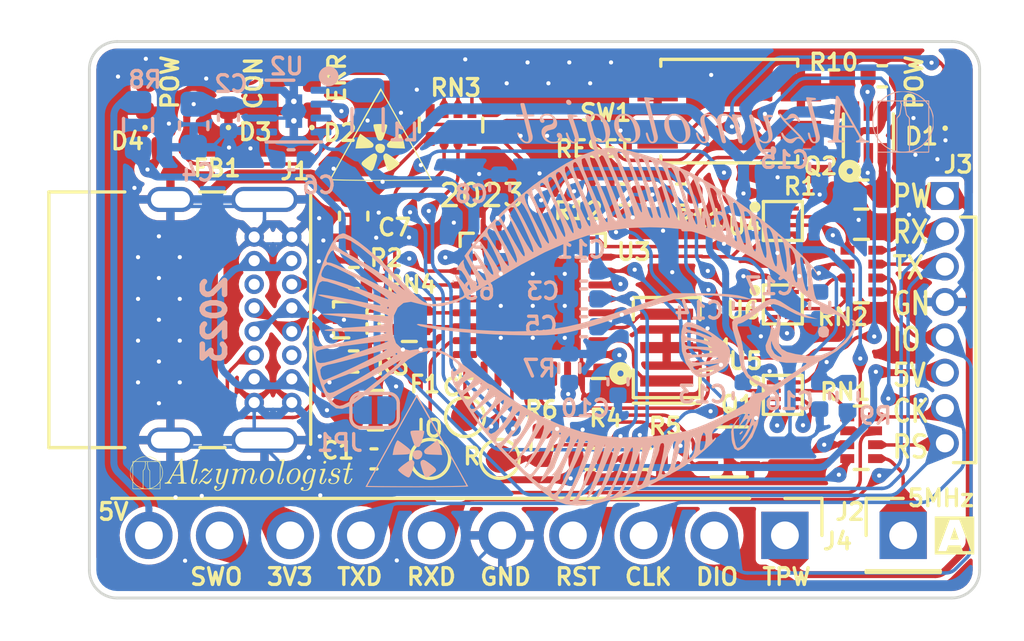
<source format=kicad_pcb>
(kicad_pcb (version 20230620) (generator pcbnew)
  (layers (0 "F.Cu" signal) (31 "B.Cu" signal) (34 "B.Paste" user) (35 "F.Paste" user) (36 "B.SilkS" user "B.Silkscreen") (37 "F.SilkS" user "F.Silkscreen") (38 "B.Mask" user) (39 "F.Mask" user) (44 "Edge.Cuts" user))
  (net 0 "")
  (net 1 "Net-(JP1-B)")
  (net 2 "GND")
  (net 3 "Net-(U2-EN)")
  (net 4 "3V3")
  (net 5 "Net-(U2-CFF)")
  (net 6 "/TPWR_C")
  (net 7 "xTPWR")
  (net 8 "Net-(D1-A)")
  (net 9 "Net-(D2-A)")
  (net 10 "Net-(D3-A)")
  (net 11 "Net-(D4-A)")
  (net 12 "USB_P")
  (net 13 "/CC1")
  (net 14 "/D_P")
  (net 15 "/D_N")
  (net 17 "/CC2")
  (net 19 "TPWR")
  (net 20 "/RXD")
  (net 21 "/TXD")
  (net 22 "/RST")
  (net 23 "/SWO")
  (net 24 "Net-(U2-SW)")
  (net 25 "/iRST")
  (net 26 "/iRST_S")
  (net 27 "/xRST")
  (net 28 "Net-(Q2A-S)")
  (net 29 "/PWRBR")
  (net 30 "/V_BUS")
  (net 31 "/LED0")
  (net 32 "/LED1")
  (net 33 "/LED2")
  (net 34 "Net-(U3-PG10)")
  (net 35 "Net-(J2-Pin_1)")
  (net 36 "/xRXD")
  (net 37 "/xTXD")
  (net 38 "/SWDIO")
  (net 39 "/SWCLK")
  (net 40 "Net-(RN4-R2.2)")
  (net 41 "Net-(RN4-R1.2)")
  (net 42 "Net-(U3-PA14)")
  (net 43 "Net-(U3-PA13)")
  (net 45 "/iTXD")
  (net 46 "/iRXD")
  (net 47 "Net-(J4-Pin_10)")
  (net 48 "Net-(U3-PB8)")
  (net 49 "/xSWDO")
  (net 50 "/xSWDIN")
  (net 51 "/xSWCLK")
  (net 52 "/xSWO")
  (net 53 "/iMCO")
  (net 54 "Net-(U3-PF0)")
  (net 55 "Net-(U3-PF1)")
  (net 56 "/iSWO")
  (net 57 "/SWDIR")
  (net 58 "/iSWCLK")
  (net 59 "/iSWDIN")
  (net 60 "/iSWDO")
  (footprint "Resistor_SMD:R_Array_Concave_4x0402" (layer "F.Cu") (at 163 69 -90)
    (property "Reference" "RN3")
    (property "Value" "330")
  )
  (footprint "Fuse:Fuse_0805_2012Metric" (layer "F.Cu") (at 160.2875 79.25)
    (property "Reference" "F1")
    (property "Value" "0ZCK0100FF2E")
  )
  (footprint "Resistor_SMD:R_0402_1005Metric" (layer "F.Cu") (at 166.25 80.51 90)
    (property "Reference" "R6")
    (property "Value" "10K")
  )
  (footprint "Resistor_SMD:R_0402_1005Metric" (layer "F.Cu") (at 170.01 81)
    (property "Reference" "R5")
    (property "Value" "10K")
  )
  (footprint "Capacitor_SMD:C_0603_1608Metric" (layer "F.Cu") (at 159.5 72.275 90)
    (property "Reference" "C7")
    (property "Value" "4.7uFx6.3")
  )
  (footprint "TestPoint:TestPoint_Pad_D1.0mm" (layer "F.Cu") (at 164.75 81)
    (property "Reference" "~{RST}1" hide)
    (property "Value" "TestPoint")
  )
  (footprint "Capacitor_SMD:C_0402_1005Metric" (layer "F.Cu") (at 160.23 81)
    (property "Reference" "C1")
    (property "Value" "0.1u")
  )
  (footprint "LOGO" (layer "F.Cu") (at 155.47 81.53)
    (property "Reference" "G***" hide)
    (property "Value" "LOGO" hide)
  )
  (footprint "Resistor_SMD:R_0402_1005Metric" (layer "F.Cu") (at 178.5 67.25)
    (property "Reference" "R10")
    (property "Value" "10K")
  )
  (footprint "Connector_PinHeader_1.27mm:PinHeader_1x08_P1.27mm_Vertical" (layer "F.Cu") (at 180.75 71.55)
    (property "Reference" "J3")
    (property "Value" "Conn_01x08")
  )
  (footprint "LED_SMD:LED_0402_1005Metric" (layer "F.Cu") (at 158 68 90)
    (property "Reference" "D2")
    (property "Value" "RED")
  )
  (footprint "LED_SMD:LED_0402_1005Metric" (layer "F.Cu") (at 180.76 68.025 90)
    (property "Reference" "D1")
    (property "Value" "GREEN")
  )
  (footprint "MyLib:EVQ-P2202M" (layer "F.Cu") (at 173 68.5)
    (property "Reference" "SW1")
    (property "Value" "EVQ-P2202M")
  )
  (footprint "Resistor_SMD:R_0402_1005Metric" (layer "F.Cu") (at 171.26 71.5 180)
    (property "Reference" "R11")
    (property "Value" "4.7K")
  )
  (footprint "TestPoint:TestPoint_Pad_D1.0mm" (layer "F.Cu") (at 162.25 81)
    (property "Reference" "SWDIO1" hide)
    (property "Value" "TestPoint")
  )
  (footprint "Connector_PinHeader_2.54mm:PinHeader_1x10_P2.54mm_Vertical" (layer "F.Cu") (at 175 83.75 -90)
    (property "Reference" "J4")
    (property "Value" "Conn_01x10")
  )
  (footprint "Resistor_SMD:R_0402_1005Metric" (layer "F.Cu") (at 168 81)
    (property "Reference" "R4")
    (property "Value" "4.7K")
  )
  (footprint "Resistor_SMD:R_Array_Concave_4x0402" (layer "F.Cu") (at 177.75 74.25 180)
    (property "Reference" "RN2")
    (property "Value" "100")
  )
  (footprint "TestPoint:TestPoint_Pad_D1.0mm" (layer "F.Cu") (at 163.5 79.5)
    (property "Reference" "SWDCK1" hide)
    (property "Value" "TestPoint")
  )
  (footprint "Resistor_SMD:R_0402_1005Metric" (layer "F.Cu") (at 159.51 74.5 180)
    (property "Reference" "R2")
    (property "Value" "5.1K")
  )
  (footprint "Fiducial:Fiducial_0.5mm_Mask1.5mm" (layer "F.Cu") (at 151 85)
    (property "Reference" "FID1" hide)
    (property "Value" "Fiducial")
  )
  (footprint "Package_TO_SOT_SMD:SOT-563" (layer "F.Cu") (at 178 69.25 90)
    (property "Reference" "Q2")
    (property "Value" "DMG1023UV")
  )
  (footprint "MyLib:DFN1210-8" (layer "F.Cu") (at 174.925 75.45 -90)
    (property "Reference" "U6")
    (property "Value" "74LVC2T45RA3")
  )
  (footprint "Resistor_SMD:R_0402_1005Metric" (layer "F.Cu") (at 169.24 71.5 180)
    (property "Reference" "R12")
    (property "Value" "10K")
  )
  (footprint "Connector_PinHeader_2.54mm:PinHeader_1x01_P2.54mm_Vertical" (layer "F.Cu") (at 179.25 83.75)
    (property "Reference" "J2")
    (property "Value" "Conn_01x01_Pin")
  )
  (footprint "MyLib:DFN1210-8" (layer "F.Cu") (at 174.925 78.7 -90)
    (property "Reference" "U5")
    (property "Value" "74LVC2T45RA3")
  )
  (footprint "Package_TO_SOT_SMD:SOT-563" (layer "F.Cu") (at 173 80.75)
    (property "Reference" "Q1")
    (property "Value" "SSM6N35AFE")
  )
  (footprint "MyLib:DFN1210-8" (layer "F.Cu") (at 174.925 72.45 -90)
    (property "Reference" "U4")
    (property "Value" "74LVC2T45RA3")
  )
  (footprint "Inductor_SMD:L_0402_1005Metric" (layer "F.Cu") (at 153.015 69.75)
    (property "Reference" "FB1")
    (property "Value" "BLM15AG102SZ1D")
  )
  (footprint "LED_SMD:LED_0402_1005Metric" (layer "F.Cu") (at 152 68 90)
    (property "Reference" "D4")
    (property "Value" "YELLOW")
  )
  (footprint "Resistor_SMD:R_0402_1005Metric" (layer "F.Cu") (at 159.5 77.5 180)
    (property "Reference" "R3")
    (property "Value" "5.1K")
  )
  (footprint "LED_SMD:LED_0402_1005Metric" (layer "F.Cu") (at 155 68 90)
    (property "Reference" "D3")
    (property "Value" "ORANGE")
  )
  (footprint "Resistor_SMD:R_0603_1608Metric" (layer "F.Cu") (at 177.75 71.5 180)
    (property "Reference" "R1")
    (property "Value" "10R")
  )
  (footprint "Package_TO_SOT_SMD:Texas_DRT-3" (layer "F.Cu") (at 159.325 76 90)
    (property "Reference" "U1")
    (property "Value" "TPD2EUSB30A")
  )
  (footprint "Resistor_SMD:R_Array_Concave_4x0402" (layer "F.Cu") (at 177.74 80.24 180)
    (property "Reference" "RN1")
    (property "Value" "100")
  )
  (footprint "Resistor_SMD:R_Array_Convex_2x0402" (layer "F.Cu") (at 161.5 76)
    (property "Reference" "RN4")
    (property "Value" "33")
  )
  (footprint "Package_DFN_QFN:QFN-32-1EP_5x5mm_P0.5mm_EP3.45x3.45mm" (layer "F.Cu") (at 165.9375 75.5 180)
    (property "Reference" "U3")
    (property "Value" "STM32G431KBUx")
  )
  (footprint "MyLib:USB_C_Receptacle_GCT_USB4085" (layer "F.Cu") (at 157.275 73.025 -90)
    (property "Reference" "J1")
    (property "Value" "USB_C_Receptacle")
  )
  (footprint "Crystal:Resonator_SMD_Murata_CSTxExxV-3Pin_3.0x1.1mm" (layer "F.Cu") (at 170.75 77 90)
    (property "Reference" "Y1")
    (property "Value" "ECS-CTP-8.00-30")
  )
  (footprint "LOGO" (layer "B.Cu") (at 172.841448 68.951747 180)
    (property "Reference" "G***" hide)
    (property "Value" "LOGO" hide)
  )
  (footprint "Resistor_SMD:R_0402_1005Metric" (layer "B.Cu") (at 167.25 77.74 -90)
    (property "Reference" "R7")
    (property "Value" "10K")
  )
  (footprint "Capacitor_SMD:C_0402_1005Metric" (layer "B.Cu") (at 176.25 70.5 90)
    (property "Reference" "C15")
    (property "Value" "0.1u")
  )
  (footprint "Capacitor_SMD:C_0402_1005Metric" (layer "B.Cu") (at 173.5 75.48 -90)
    (property "Reference" "C14")
    (property "Value" "0.1u")
  )
  (footprint "Capacitor_SMD:C_0402_1005Metric" (layer "B.Cu") (at 173.5 72.48 -90)
    (property "Reference" "C12")
    (property "Value" "0.1u")
  )
  (footprint "Capacitor_SMD:C_0402_1005Metric" (layer "B.Cu") (at 157.25 70.25 180)
    (property "Reference" "C6")
    (property "Value" "560pF")
  )
  (footprint "Capacitor_SMD:C_0402_1005Metric" (layer "B.Cu") (at 164.75 71.25 90)
    (property "Reference" "C8")
    (property "Value" "0.1u")
  )
  (footprint "Capacitor_SMD:C_0402_1005Metric" (layer "B.Cu") (at 167.77 76.25 180)
    (property "Reference" "C5")
    (property "Value" "0.1u")
  )
  (footprint "Inductor_SMD:L_0805_2012Metric" (layer "B.Cu") (at 160 68.8125 -90)
    (property "Reference" "L1")
    (property "Value" "LQM21PN1R0MC0D")
  )
  (footprint "Capacitor_SMD:C_0402_1005Metric" (layer "B.Cu") (at 176.25 78.73 -90)
    (property "Reference" "C16")
    (property "Value" "0.1u")
  )
  (footprint "Capacitor_SMD:C_0402_1005Metric" (layer "B.Cu") (at 173.5 78.73 -90)
    (property "Reference" "C13")
    (property "Value" "0.1u")
  )
  (footprint "Package_DFN_QFN:Micrel_MLF-8-1EP_2x2mm_P0.5mm_EP0.6x1.2mm_ThermalVias" (layer "B.Cu") (at 157.35 68.5 180)
    (property "Reference" "U2")
    (property "Value" "MIC23050-SYML")
  )
  (footprint "Resistor_SMD:R_0402_1005Metric" (layer "B.Cu") (at 177.25 78.76 90)
    (property "Reference" "R9")
    (property "Value" "10K")
  )
  (footprint "Capacitor_SMD:C_0402_1005Metric" (layer "B.Cu") (at 176.25 75.48 -90)
    (property "Reference" "C17")
    (property "Value" "0.1u")
  )
  (footprint "Capacitor_SMD:C_0603_1608Metric" (layer "B.Cu") (at 153.75 69.025 90)
    (property "Reference" "C4")
    (property "Value" "4.7uFx6.3")
  )
  (footprint "Capacitor_SMD:C_0402_1005Metric" (layer "B.Cu") (at 169 78.23 -90)
    (property "Reference" "C10")
    (property "Value" "0.1u")
  )
  (footprint "Capacitor_SMD:C_0402_1005Metric" (layer "B.Cu") (at 167.77 75.25 180)
    (property "Reference" "C3")
    (property "Value" "0.1u")
  )
  (footprint "Resistor_SMD:R_0603_1608Metric" (layer "B.Cu") (at 151.75 69 -90)
    (property "Reference" "R8")
    (property "Value" "4.7R")
  )
  (footprint "MyLib:SolderJumper_0.8.x1mm" (layer "B.Cu") (at 160.25 79.25 180)
    (property "Reference" "JP1")
    (property "Value" "SolderJumper_2_Open")
  )
  (footprint "Capacitor_SMD:C_0402_1005Metric" (layer "B.Cu") (at 167.77 74.25 180)
    (property "Reference" "C11")
    (property "Value" "0.1u")
  )
  (footprint "Capacitor_SMD:C_0402_1005Metric" (layer "B.Cu") (at 163.98 73.75)
    (property "Reference" "C9")
    (property "Value" "0.1u")
  )
  (footprint "Capacitor_SMD:C_0402_1005Metric" (layer "B.Cu") (at 155 68.73 -90)
    (property "Reference" "C2")
    (property "Value" "0.1u")
  )
  (footprint "LOGO" (layer "B.Cu") (at 167.70689 76.208053 180)
    (property "Reference" "G***" hide)
    (property "Value" "LOGO" hide)
  )
  (gr_poly (pts (xy 161.078616 80.330613) (xy 161.074751 80.332109) (xy 161.070548 80.334964) (xy 161.066033 80.339113) (xy 161.056178 80.351036) (xy 161.045404 80.367363) (xy 161.033926 80.387575) (xy 161.021963 80.411157) (xy 161.009731 80.437591) (xy 160.997448 80.466361) (xy 160.98533 80.49695) (xy 160.973594 80.528841) (xy 160.962458 80.561518) (xy 160.952138 80.594463) (xy 160.942852 80.627161) (xy 160.934816 80.659093) (xy 160.928248 80.689744) (xy 160.923365 80.718597) (xy 160.89867 80.859708) (xy 161.209115 80.849125) (xy 161.258573 80.847166) (xy 161.302663 80.845197) (xy 161.341719 80.843125) (xy 161.376078 80.840857) (xy 161.391601 80.83962) (xy 161.406075 80.838299) (xy 161.419543 80.836882) (xy 161.432047 80.835358) (xy 161.443628 80.833716) (xy 161.454329 80.831942) (xy 161.464191 80.830027) (xy 161.473257 80.827958) (xy 161.481568 80.825724) (xy 161.489167 80.823312) (xy 161.496096 80.820712) (xy 161.502396 80.817912) (xy 161.508109 80.8149) (xy 161.513278 80.811664) (xy 161.517944 80.808194) (xy 161.52215 80.804476) (xy 161.525937 80.8005) (xy 161.529347 80.796255) (xy 161.532423 80.791727) (xy 161.535207 80.786906) (xy 161.537739 80.781781) (xy 161.540063 80.776338) (xy 161.542221 80.770568) (xy 161.544253 80.764458) (xy 161.548195 80.752807) (xy 161.550654 80.741534) (xy 161.55147 80.730437) (xy 161.551211 80.724891) (xy 161.550482 80.719313) (xy 161.549262 80.713679) (xy 161.54753 80.707963) (xy 161.542455 80.696183) (xy 161.535095 80.683773) (xy 161.525291 80.670531) (xy 161.512883 80.656255) (xy 161.49771 80.640745) (xy 161.479612 80.623797) (xy 161.458429 80.605212) (xy 161.434001 80.584787) (xy 161.406167 80.56232) (xy 161.339642 80.510458) (xy 161.291535 80.474367) (xy 161.245826 80.440674) (xy 161.203589 80.410123) (xy 161.165899 80.383458) (xy 161.133832 80.361423) (xy 161.108463 80.344763) (xy 161.098625 80.33868) (xy 161.090865 80.334221) (xy 161.085317 80.331477) (xy 161.083414 80.330777) (xy 161.082115 80.330541)) (fill solid) (layer "B.SilkS"))
  (gr_poly (pts (xy 160.839139 80.345535) (xy 159.921475 82.006236) (xy 160.068044 82.011417) (xy 160.466958 82.015937) (xy 161.777087 82.020347) (xy 162.503368 82.017866) (xy 163.08942 82.011087) (xy 163.312497 82.006394) (xy 163.47968 82.000999) (xy 163.584026 81.995026) (xy 163.610463 81.99186) (xy 163.616868 81.99024) (xy 163.618587 81.988597) (xy 163.599128 81.953319) (xy 163.548031 81.953319) (xy 163.514331 81.959748) (xy 163.412708 81.965721) (xy 163.034299 81.975809) (xy 162.470019 81.982589) (xy 161.777087 81.985069) (xy 161.08443 81.983857) (xy 160.516788 81.980659) (xy 160.133032 81.976139) (xy 160.028508 81.97359) (xy 159.992031 81.970958) (xy 160.25 81.5) (xy 160.870448 80.383458) (xy 161.495746 79.263389) (xy 161.689995 78.918989) (xy 161.744785 78.82385) (xy 161.766503 78.788903) (xy 162.043379 79.262011) (xy 162.645361 80.324809) (xy 163.253296 81.410758) (xy 163.548031 81.953319) (xy 163.599128 81.953319) (xy 162.694309 80.312902) (xy 162.337562 79.675698) (xy 162.044316 79.154909) (xy 161.844997 78.804777) (xy 161.790068 78.710657) (xy 161.770031 78.679541)) (fill solid) (layer "B.SilkS"))
  (gr_poly (pts (xy 162.504794 80.32795) (xy 162.499895 80.3307) (xy 162.483524 80.34129) (xy 162.459216 80.358081) (xy 162.427962 80.380371) (xy 162.348587 80.438635) (xy 162.253337 80.510458) (xy 162.216348 80.537611) (xy 162.183319 80.56232) (xy 162.154071 80.584787) (xy 162.128431 80.605212) (xy 162.106222 80.623797) (xy 162.09635 80.632463) (xy 162.087269 80.640745) (xy 162.078959 80.648667) (xy 162.071396 80.656255) (xy 162.064559 80.663535) (xy 162.058427 80.670531) (xy 162.052977 80.677269) (xy 162.048186 80.683773) (xy 162.044034 80.690069) (xy 162.040499 80.696183) (xy 162.037557 80.702139) (xy 162.035188 80.707963) (xy 162.033369 80.713679) (xy 162.032079 80.719313) (xy 162.031295 80.724891) (xy 162.030995 80.730437) (xy 162.031158 80.735976) (xy 162.031762 80.741534) (xy 162.032784 80.747136) (xy 162.034203 80.752807) (xy 162.035996 80.758573) (xy 162.038142 80.764458) (xy 162.042332 80.776338) (xy 162.047189 80.786906) (xy 162.053048 80.796255) (xy 162.060246 80.804476) (xy 162.069118 80.811664) (xy 162.08 80.817912) (xy 162.093228 80.823312) (xy 162.109139 80.827958) (xy 162.128067 80.831942) (xy 162.150349 80.835358) (xy 162.176321 80.838299) (xy 162.206318 80.840857) (xy 162.279733 80.845197) (xy 162.373281 80.849125) (xy 162.683726 80.859708) (xy 162.659031 80.718597) (xy 162.656725 80.702951) (xy 162.653808 80.68653) (xy 162.650334 80.669468) (xy 162.646353 80.6519) (xy 162.637079 80.615782) (xy 162.626399 80.57925) (xy 162.614727 80.543379) (xy 162.602477 80.509245) (xy 162.59006 80.477923) (xy 162.577892 80.450486) (xy 162.566034 80.425936) (xy 162.554466 80.402916) (xy 162.543476 80.381963) (xy 162.538288 80.372429) (xy 162.533354 80.363614) (xy 162.528709 80.355585) (xy 162.52439 80.348408) (xy 162.520432 80.342151) (xy 162.516873 80.33688) (xy 162.513747 80.332664) (xy 162.511092 80.32957) (xy 162.509952 80.328464) (xy 162.508943 80.327664) (xy 162.50807 80.327178) (xy 162.507337 80.327014)) (fill solid) (layer "B.SilkS"))
  (gr_poly (pts (xy 161.993207 81.034612) (xy 161.987699 81.035193) (xy 161.982346 81.036174) (xy 161.977123 81.037544) (xy 161.972002 81.039291) (xy 161.96696 81.041404) (xy 161.961969 81.043871) (xy 161.957003 81.04668) (xy 161.943365 81.055881) (xy 161.931572 81.065222) (xy 161.921649 81.075089) (xy 161.913623 81.085872) (xy 161.907519 81.097956) (xy 161.903363 81.111731) (xy 161.901182 81.127582) (xy 161.901 81.145899) (xy 161.902844 81.167068) (xy 161.906739 81.191478) (xy 161.912712 81.219515) (xy 161.920789 81.251567) (xy 161.930994 81.288022) (xy 161.943354 81.329268) (xy 161.974642 81.42768) (xy 161.990534 81.47562) (xy 162.005366 81.517673) (xy 162.019484 81.55399) (xy 162.026385 81.570045) (xy 162.033236 81.584722) (xy 162.040083 81.598039) (xy 162.046968 81.610016) (xy 162.053934 81.620672) (xy 162.061025 81.630025) (xy 162.068283 81.638093) (xy 162.075753 81.644896) (xy 162.083478 81.650453) (xy 162.0915 81.654781) (xy 162.099863 81.6579) (xy 162.108611 81.659829) (xy 162.117786 81.660586) (xy 162.127432 81.66019) (xy 162.137593 81.65866) (xy 162.14831 81.656014) (xy 162.159629 81.652271) (xy 162.171592 81.64745) (xy 162.184241 81.64157) (xy 162.197622 81.634649) (xy 162.226747 81.61776) (xy 162.259315 81.596934) (xy 162.29567 81.572319) (xy 162.335929 81.544009) (xy 162.37069 81.518314) (xy 162.399912 81.494789) (xy 162.412432 81.483702) (xy 162.423552 81.47299) (xy 162.433266 81.462599) (xy 162.44157 81.452473) (xy 162.448457 81.442556) (xy 162.453924 81.432793) (xy 162.457964 81.423128) (xy 162.460573 81.413506) (xy 162.461745 81.40387) (xy 162.461476 81.394167) (xy 162.459759 81.384339) (xy 162.456591 81.374331) (xy 162.451965 81.364089) (xy 162.445876 81.353556) (xy 162.43832 81.342676) (xy 162.429292 81.331395) (xy 162.418785 81.319657) (xy 162.406795 81.307405) (xy 162.393317 81.294585) (xy 162.378346 81.281142) (xy 162.343901 81.25216) (xy 162.303422 81.220015) (xy 162.256865 81.184264) (xy 162.222104 81.158534) (xy 162.190443 81.135523) (xy 162.161677 81.115136) (xy 162.135597 81.097282) (xy 162.111998 81.081867) (xy 162.090673 81.068798) (xy 162.080799 81.063114) (xy 162.071415 81.057982) (xy 162.062497 81.05339) (xy 162.054017 81.049326) (xy 162.045951 81.045779) (xy 162.038273 81.042737) (xy 162.030957 81.040189) (xy 162.023976 81.038123) (xy 162.017305 81.036526) (xy 162.010919 81.035389) (xy 162.004791 81.034698) (xy 161.998896 81.034443)) (fill solid) (layer "B.SilkS"))
  (gr_poly (pts (xy 161.798936 80.687344) (xy 161.777087 80.689052) (xy 161.755403 80.692289) (xy 161.734257 80.69701) (xy 161.714021 80.703167) (xy 161.70436 80.70677) (xy 161.695066 80.710715) (xy 161.686185 80.714995) (xy 161.677765 80.719606) (xy 161.66985 80.72454) (xy 161.662489 80.729794) (xy 161.655727 80.735359) (xy 161.649611 80.741232) (xy 161.644188 80.747406) (xy 161.639503 80.753875) (xy 161.63454 80.762634) (xy 161.630227 80.77169) (xy 161.62655 80.781012) (xy 161.623497 80.790565) (xy 161.621058 80.800317) (xy 161.619218 80.810236) (xy 161.617966 80.820287) (xy 161.617289 80.830439) (xy 161.617176 80.840657) (xy 161.617614 80.85091) (xy 161.618591 80.861164) (xy 161.620094 80.871387) (xy 161.622111 80.881545) (xy 161.62463 80.891605) (xy 161.627639 80.901535) (xy 161.631125 80.911302) (xy 161.635076 80.920872) (xy 161.63948 80.930213) (xy 161.644325 80.939291) (xy 161.649598 80.948075) (xy 161.655286 80.95653) (xy 161.661379 80.964624) (xy 161.667863 80.972324) (xy 161.674726 80.979597) (xy 161.681956 80.98641) (xy 161.689541 80.992731) (xy 161.697468 80.998525) (xy 161.705725 81.003761) (xy 161.7143 81.008405) (xy 161.72318 81.012425) (xy 161.732354 81.015787) (xy 161.741809 81.018458) (xy 161.756943 81.021663) (xy 161.771891 81.023385) (xy 161.786609 81.023693) (xy 161.801058 81.022654) (xy 161.815193 81.020336) (xy 161.828974 81.016807) (xy 161.842358 81.012135) (xy 161.855304 81.006387) (xy 161.867769 80.999631) (xy 161.879712 80.991935) (xy 161.89109 80.983368) (xy 161.901861 80.973996) (xy 161.911984 80.963888) (xy 161.921416 80.953111) (xy 161.930116 80.941733) (xy 161.938042 80.929823) (xy 161.94515 80.917447) (xy 161.951401 80.904674) (xy 161.956751 80.891572) (xy 161.961158 80.878208) (xy 161.964581 80.864651) (xy 161.966978 80.850967) (xy 161.968306 80.837225) (xy 161.968524 80.823493) (xy 161.967589 80.809839) (xy 161.96546 80.79633) (xy 161.962095 80.783033) (xy 161.957451 80.770018) (xy 161.951487 80.757352) (xy 161.944161 80.745103) (xy 161.93543 80.733338) (xy 161.925253 80.722125) (xy 161.919287 80.716739) (xy 161.912665 80.711823) (xy 161.905433 80.707371) (xy 161.897637 80.703376) (xy 161.889325 80.699834) (xy 161.880543 80.696739) (xy 161.871337 80.694083) (xy 161.861753 80.691863) (xy 161.851839 80.690071) (xy 161.841641 80.688703) (xy 161.820578 80.687212)) (fill solid) (layer "B.SilkS"))
  (gr_poly (pts (xy 161.724411 79.978039) (xy 161.657418 79.981512) (xy 161.628378 79.984116) (xy 161.603406 79.9873) (xy 161.583322 79.991062) (xy 161.568948 79.995403) (xy 161.560973 79.998499) (xy 161.554265 80.002644) (xy 161.548848 80.008061) (xy 161.544749 80.014971) (xy 161.541994 80.023596) (xy 161.540608 80.03416) (xy 161.540618 80.046883) (xy 161.542049 80.061989) (xy 161.544926 80.0797) (xy 161.549276 80.100237) (xy 161.555125 80.123823) (xy 161.562499 80.15068) (xy 161.581922 80.215096) (xy 161.607753 80.295264) (xy 161.622875 80.340251) (xy 161.636616 80.380165) (xy 161.649169 80.415303) (xy 161.660725 80.445966) (xy 161.666189 80.459713) (xy 161.671475 80.472454) (xy 161.676607 80.484225) (xy 161.681609 80.495065) (xy 161.686506 80.505012) (xy 161.69132 80.514101) (xy 161.696076 80.522372) (xy 161.700798 80.529861) (xy 161.70551 80.536606) (xy 161.710235 80.542644) (xy 161.714998 80.548013) (xy 161.719822 80.55275) (xy 161.724732 80.556893) (xy 161.72975 80.560479) (xy 161.734902 80.563546) (xy 161.74021 80.566131) (xy 161.7457 80.568271) (xy 161.751394 80.570005) (xy 161.757317 80.571369) (xy 161.763492 80.572401) (xy 161.769944 80.573138) (xy 161.776697 80.573619) (xy 161.791198 80.573958) (xy 161.80628 80.573618) (xy 161.819909 80.572394) (xy 161.832288 80.569982) (xy 161.843618 80.566076) (xy 161.854101 80.560371) (xy 161.863938 80.552564) (xy 161.87333 80.542348) (xy 161.882479 80.52942) (xy 161.891587 80.513473) (xy 161.900855 80.494204) (xy 161.910485 80.471307) (xy 161.920678 80.444478) (xy 161.943561 80.377801) (xy 161.971114 80.291736) (xy 161.981863 80.258293) (xy 161.99162 80.226768) (xy 162.000384 80.197176) (xy 162.008156 80.169531) (xy 162.014936 80.143851) (xy 162.020724 80.120149) (xy 162.025519 80.098443) (xy 162.029323 80.078746) (xy 162.032134 80.061076) (xy 162.033953 80.045446) (xy 162.03478 80.031873) (xy 162.034821 80.025863) (xy 162.034614 80.020373) (xy 162.03416 80.015404) (xy 162.033457 80.01096) (xy 162.032506 80.007041) (xy 162.031307 80.00365) (xy 162.02986 80.000789) (xy 162.028165 79.998459) (xy 162.026222 79.996663) (xy 162.024031 79.995403) (xy 162.010277 79.991062) (xy 161.990731 79.9873) (xy 161.966213 79.984116) (xy 161.937546 79.981512) (xy 161.871048 79.978039) (xy 161.797812 79.976882)) (fill solid) (layer "B.SilkS"))
  (gr_circle (center 158.6 67.25) (end 158.656569 67.25) (stroke (width 0.3)) (fill none) (layer "B.SilkS"))
  (gr_poly (pts (xy 161.575171 81.035825) (xy 161.56276 81.038054) (xy 161.549006 81.042226) (xy 161.53367 81.048444) (xy 161.516515 81.056812) (xy 161.497304 81.067434) (xy 161.475798 81.080411) (xy 161.451759 81.095849) (xy 161.424951 81.113849) (xy 161.395136 81.134517) (xy 161.325531 81.184264) (xy 161.300787 81.202145) (xy 161.2769 81.219989) (xy 161.253985 81.237679) (xy 161.232155 81.255095) (xy 161.211524 81.272118) (xy 161.192206 81.288629) (xy 161.174314 81.30451) (xy 161.157962 81.319642) (xy 161.143263 81.333906) (xy 161.130332 81.347182) (xy 161.119282 81.359353) (xy 161.110226 81.370299) (xy 161.103279 81.379901) (xy 161.100632 81.384161) (xy 161.098554 81.388041) (xy 161.097061 81.391525) (xy 161.096165 81.3946) (xy 161.095882 81.397249) (xy 161.096226 81.399458) (xy 161.09897 81.405814) (xy 161.103177 81.412933) (xy 161.115621 81.42921) (xy 161.132851 81.447781) (xy 161.154158 81.46814) (xy 161.178835 81.48978) (xy 161.206172 81.512195) (xy 161.235463 81.53488) (xy 161.266 81.557326) (xy 161.297074 81.579029) (xy 161.327977 81.59948) (xy 161.358002 81.618175) (xy 161.38644 81.634607) (xy 161.412584 81.648268) (xy 161.435726 81.658653) (xy 161.455157 81.665256) (xy 161.46326 81.66698) (xy 161.47017 81.667569) (xy 161.478071 81.666774) (xy 161.485921 81.664352) (xy 161.49375 81.660244) (xy 161.501589 81.654395) (xy 161.50947 81.646748) (xy 161.517423 81.637246) (xy 161.525479 81.625831) (xy 161.53367 81.612448) (xy 161.542026 81.597039) (xy 161.550579 81.579547) (xy 161.559358 81.559916) (xy 161.568397 81.538089) (xy 161.577724 81.514008) (xy 161.587372 81.487618) (xy 161.607753 81.42768) (xy 161.623919 81.37639) (xy 161.638029 81.330721) (xy 161.650092 81.290262) (xy 161.655359 81.271857) (xy 161.660119 81.254599) (xy 161.664372 81.238436) (xy 161.66812 81.223317) (xy 161.671364 81.209191) (xy 161.674106 81.196005) (xy 161.676346 81.183707) (xy 161.678087 81.172247) (xy 161.679329 81.161573) (xy 161.680073 81.151632) (xy 161.680321 81.142373) (xy 161.680075 81.133745) (xy 161.679335 81.125695) (xy 161.678102 81.118173) (xy 161.676379 81.111126) (xy 161.674166 81.104503) (xy 161.671465 81.098252) (xy 161.668277 81.092321) (xy 161.664603 81.086659) (xy 161.660444 81.081214) (xy 161.655803 81.075934) (xy 161.650679 81.070768) (xy 161.645075 81.065665) (xy 161.638992 81.060571) (xy 161.63243 81.055436) (xy 161.625392 81.050208) (xy 161.616134 81.044272) (xy 161.60672 81.039763) (xy 161.596913 81.036783) (xy 161.586477 81.035436)) (fill solid) (layer "B.SilkS"))
  (gr_poly (pts (xy 160.252539 70.021223) (xy 160.258047 70.021804) (xy 160.2634 70.022785) (xy 160.268623 70.024155) (xy 160.273744 70.025902) (xy 160.278786 70.028015) (xy 160.283777 70.030482) (xy 160.288743 70.033291) (xy 160.302381 70.042492) (xy 160.314174 70.051833) (xy 160.324097 70.0617) (xy 160.332123 70.072483) (xy 160.338227 70.084567) (xy 160.342383 70.098342) (xy 160.344564 70.114193) (xy 160.344746 70.13251) (xy 160.342902 70.153679) (xy 160.339007 70.178089) (xy 160.333034 70.206126) (xy 160.324957 70.238178) (xy 160.314752 70.274633) (xy 160.302392 70.315879) (xy 160.271104 70.414291) (xy 160.255212 70.462231) (xy 160.24038 70.504284) (xy 160.226262 70.540601) (xy 160.219361 70.556656) (xy 160.21251 70.571333) (xy 160.205663 70.58465) (xy 160.198778 70.596627) (xy 160.191812 70.607283) (xy 160.184721 70.616636) (xy 160.177463 70.624704) (xy 160.169993 70.631507) (xy 160.162268 70.637064) (xy 160.154246 70.641392) (xy 160.145883 70.644511) (xy 160.137135 70.64644) (xy 160.12796 70.647197) (xy 160.118314 70.646801) (xy 160.108153 70.645271) (xy 160.097436 70.642625) (xy 160.086117 70.638882) (xy 160.074154 70.634061) (xy 160.061505 70.628181) (xy 160.048124 70.62126) (xy 160.018999 70.604371) (xy 159.986431 70.583545) (xy 159.950076 70.55893) (xy 159.909817 70.53062) (xy 159.875056 70.504925) (xy 159.845834 70.4814) (xy 159.833314 70.470313) (xy 159.822194 70.459601) (xy 159.81248 70.44921) (xy 159.804176 70.439084) (xy 159.797289 70.429167) (xy 159.791822 70.419404) (xy 159.787782 70.409739) (xy 159.785173 70.400117) (xy 159.784001 70.390481) (xy 159.78427 70.380778) (xy 159.785987 70.37095) (xy 159.789155 70.360942) (xy 159.793781 70.3507) (xy 159.79987 70.340167) (xy 159.807426 70.329287) (xy 159.816454 70.318006) (xy 159.826961 70.306268) (xy 159.838951 70.294016) (xy 159.852429 70.281196) (xy 159.8674 70.267753) (xy 159.901845 70.238771) (xy 159.942324 70.206626) (xy 159.988881 70.170875) (xy 160.023642 70.145145) (xy 160.055303 70.122134) (xy 160.084069 70.101747) (xy 160.110149 70.083893) (xy 160.133748 70.068478) (xy 160.155073 70.055409) (xy 160.164947 70.049725) (xy 160.174331 70.044593) (xy 160.183249 70.040001) (xy 160.191729 70.035937) (xy 160.199795 70.03239) (xy 160.207473 70.029348) (xy 160.214789 70.0268) (xy 160.22177 70.024734) (xy 160.228441 70.023137) (xy 160.234827 70.022) (xy 160.240955 70.021309) (xy 160.24685 70.021054)) (fill solid) (layer "F.SilkS"))
  (gr_poly (pts (xy 159.740952 69.314561) (xy 159.745851 69.317311) (xy 159.762222 69.327901) (xy 159.78653 69.344692) (xy 159.817784 69.366982) (xy 159.897159 69.425246) (xy 159.992409 69.497069) (xy 160.029398 69.524222) (xy 160.062427 69.548931) (xy 160.091675 69.571398) (xy 160.117315 69.591823) (xy 160.139524 69.610408) (xy 160.149396 69.619074) (xy 160.158477 69.627356) (xy 160.166787 69.635278) (xy 160.17435 69.642866) (xy 160.181187 69.650146) (xy 160.187319 69.657142) (xy 160.192769 69.66388) (xy 160.19756 69.670384) (xy 160.201712 69.67668) (xy 160.205247 69.682794) (xy 160.208189 69.68875) (xy 160.210558 69.694574) (xy 160.212377 69.70029) (xy 160.213667 69.705924) (xy 160.214451 69.711502) (xy 160.214751 69.717048) (xy 160.214588 69.722587) (xy 160.213984 69.728145) (xy 160.212962 69.733747) (xy 160.211543 69.739418) (xy 160.20975 69.745184) (xy 160.207604 69.751069) (xy 160.203414 69.762949) (xy 160.198557 69.773517) (xy 160.192698 69.782866) (xy 160.1855 69.791087) (xy 160.176628 69.798275) (xy 160.165746 69.804523) (xy 160.152518 69.809923) (xy 160.136607 69.814569) (xy 160.117679 69.818553) (xy 160.095397 69.821969) (xy 160.069425 69.82491) (xy 160.039428 69.827468) (xy 159.966013 69.831808) (xy 159.872465 69.835736) (xy 159.56202 69.846319) (xy 159.586715 69.705208) (xy 159.589021 69.689562) (xy 159.591938 69.673141) (xy 159.595412 69.656079) (xy 159.599393 69.638511) (xy 159.608667 69.602393) (xy 159.619347 69.565861) (xy 159.631019 69.52999) (xy 159.643269 69.495856) (xy 159.655686 69.464534) (xy 159.667854 69.437097) (xy 159.679712 69.412547) (xy 159.69128 69.389527) (xy 159.70227 69.368574) (xy 159.707458 69.35904) (xy 159.712392 69.350225) (xy 159.717037 69.342196) (xy 159.721356 69.335019) (xy 159.725314 69.328762) (xy 159.728873 69.323491) (xy 159.731999 69.319275) (xy 159.734654 69.316181) (xy 159.735794 69.315075) (xy 159.736803 69.314275) (xy 159.737676 69.313789) (xy 159.738409 69.313625)) (fill solid) (layer "F.SilkS"))
  (gr_poly (pts (xy 161.406607 69.332146) (xy 162.324271 70.992847) (xy 162.177702 70.998028) (xy 161.778788 71.002548) (xy 160.468659 71.006958) (xy 159.742378 71.004477) (xy 159.156326 70.997698) (xy 158.933249 70.993005) (xy 158.766066 70.98761) (xy 158.66172 70.981637) (xy 158.635283 70.978471) (xy 158.628878 70.976851) (xy 158.627159 70.975208) (xy 158.646618 70.93993) (xy 158.697715 70.93993) (xy 158.731415 70.946359) (xy 158.833038 70.952332) (xy 159.211447 70.96242) (xy 159.775727 70.9692) (xy 160.468659 70.97168) (xy 161.161316 70.970468) (xy 161.728958 70.96727) (xy 162.112714 70.96275) (xy 162.217238 70.960201) (xy 162.253715 70.957569) (xy 161.995746 70.486611) (xy 161.375298 69.370069) (xy 160.75 68.25) (xy 160.555751 67.9056) (xy 160.500961 67.810461) (xy 160.479243 67.775514) (xy 160.202367 68.248622) (xy 159.600385 69.31142) (xy 158.99245 70.397369) (xy 158.697715 70.93993) (xy 158.646618 70.93993) (xy 159.551437 69.299513) (xy 159.908184 68.662309) (xy 160.20143 68.14152) (xy 160.400749 67.791388) (xy 160.455678 67.697268) (xy 160.475715 67.666152)) (fill solid) (layer "F.SilkS"))
  (gr_poly (pts (xy 160.670575 70.022436) (xy 160.682986 70.024665) (xy 160.69674 70.028837) (xy 160.712076 70.035055) (xy 160.729231 70.043423) (xy 160.748442 70.054045) (xy 160.769948 70.067022) (xy 160.793987 70.08246) (xy 160.820795 70.10046) (xy 160.85061 70.121128) (xy 160.920215 70.170875) (xy 160.944959 70.188756) (xy 160.968846 70.2066) (xy 160.991761 70.22429) (xy 161.013591 70.241706) (xy 161.034222 70.258729) (xy 161.05354 70.27524) (xy 161.071432 70.291121) (xy 161.087784 70.306253) (xy 161.102483 70.320517) (xy 161.115414 70.333793) (xy 161.126464 70.345964) (xy 161.13552 70.35691) (xy 161.142467 70.366512) (xy 161.145114 70.370772) (xy 161.147192 70.374652) (xy 161.148685 70.378136) (xy 161.149581 70.381211) (xy 161.149864 70.38386) (xy 161.14952 70.386069) (xy 161.146776 70.392425) (xy 161.142569 70.399544) (xy 161.130125 70.415821) (xy 161.112895 70.434392) (xy 161.091588 70.454751) (xy 161.066911 70.476391) (xy 161.039574 70.498806) (xy 161.010283 70.521491) (xy 160.979746 70.543937) (xy 160.948672 70.56564) (xy 160.917769 70.586091) (xy 160.887744 70.604786) (xy 160.859306 70.621218) (xy 160.833162 70.634879) (xy 160.81002 70.645264) (xy 160.790589 70.651867) (xy 160.782486 70.653591) (xy 160.775576 70.65418) (xy 160.767675 70.653385) (xy 160.759825 70.650963) (xy 160.751996 70.646855) (xy 160.744157 70.641006) (xy 160.736276 70.633359) (xy 160.728323 70.623857) (xy 160.720267 70.612442) (xy 160.712076 70.599059) (xy 160.70372 70.58365) (xy 160.695167 70.566158) (xy 160.686388 70.546527) (xy 160.677349 70.5247) (xy 160.668022 70.500619) (xy 160.658374 70.474229) (xy 160.637993 70.414291) (xy 160.621827 70.363001) (xy 160.607717 70.317332) (xy 160.595654 70.276873) (xy 160.590387 70.258468) (xy 160.585627 70.24121) (xy 160.581374 70.225047) (xy 160.577626 70.209928) (xy 160.574382 70.195802) (xy 160.57164 70.182616) (xy 160.5694 70.170318) (xy 160.567659 70.158858) (xy 160.566417 70.148184) (xy 160.565673 70.138243) (xy 160.565425 70.128984) (xy 160.565671 70.120356) (xy 160.566411 70.112306) (xy 160.567644 70.104784) (xy 160.569367 70.097737) (xy 160.57158 70.091114) (xy 160.574281 70.084863) (xy 160.577469 70.078932) (xy 160.581143 70.07327) (xy 160.585302 70.067825) (xy 160.589943 70.062545) (xy 160.595067 70.057379) (xy 160.600671 70.052276) (xy 160.606754 70.047182) (xy 160.613316 70.042047) (xy 160.620354 70.036819) (xy 160.629612 70.030883) (xy 160.639026 70.026374) (xy 160.648833 70.023394) (xy 160.659269 70.022047)) (fill solid) (layer "F.SilkS"))
  (gr_poly (pts (xy 160.521335 68.96465) (xy 160.588328 68.968123) (xy 160.617368 68.970727) (xy 160.64234 68.973911) (xy 160.662424 68.977673) (xy 160.676798 68.982014) (xy 160.684773 68.98511) (xy 160.691481 68.989255) (xy 160.696898 68.994672) (xy 160.700997 69.001582) (xy 160.703752 69.010207) (xy 160.705138 69.020771) (xy 160.705128 69.033494) (xy 160.703697 69.0486) (xy 160.70082 69.066311) (xy 160.69647 69.086848) (xy 160.690621 69.110434) (xy 160.683247 69.137291) (xy 160.663824 69.201707) (xy 160.637993 69.281875) (xy 160.622871 69.326862) (xy 160.60913 69.366776) (xy 160.596577 69.401914) (xy 160.585021 69.432577) (xy 160.579557 69.446324) (xy 160.574271 69.459065) (xy 160.569139 69.470836) (xy 160.564137 69.481676) (xy 160.55924 69.491623) (xy 160.554426 69.500712) (xy 160.54967 69.508983) (xy 160.544948 69.516472) (xy 160.540236 69.523217) (xy 160.535511 69.529255) (xy 160.530748 69.534624) (xy 160.525924 69.539361) (xy 160.521014 69.543504) (xy 160.515996 69.54709) (xy 160.510844 69.550157) (xy 160.505536 69.552742) (xy 160.500046 69.554882) (xy 160.494352 69.556616) (xy 160.488429 69.55798) (xy 160.482254 69.559012) (xy 160.475802 69.559749) (xy 160.469049 69.56023) (xy 160.454548 69.560569) (xy 160.439466 69.560229) (xy 160.425837 69.559005) (xy 160.413458 69.556593) (xy 160.402128 69.552687) (xy 160.391645 69.546982) (xy 160.381808 69.539175) (xy 160.372416 69.528959) (xy 160.363267 69.516031) (xy 160.354159 69.500084) (xy 160.344891 69.480815) (xy 160.335261 69.457918) (xy 160.325068 69.431089) (xy 160.302185 69.364412) (xy 160.274632 69.278347) (xy 160.263883 69.244904) (xy 160.254126 69.213379) (xy 160.245362 69.183787) (xy 160.23759 69.156142) (xy 160.23081 69.130462) (xy 160.225022 69.10676) (xy 160.220227 69.085054) (xy 160.216423 69.065357) (xy 160.213612 69.047687) (xy 160.211793 69.032057) (xy 160.210966 69.018484) (xy 160.210925 69.012474) (xy 160.211132 69.006984) (xy 160.211586 69.002015) (xy 160.212289 68.997571) (xy 160.21324 68.993652) (xy 160.214439 68.990261) (xy 160.215886 68.9874) (xy 160.217581 68.98507) (xy 160.219524 68.983274) (xy 160.221715 68.982014) (xy 160.235469 68.977673) (xy 160.255015 68.973911) (xy 160.279533 68.970727) (xy 160.3082 68.968123) (xy 160.374698 68.96465) (xy 160.447934 68.963493)) (fill solid) (layer "F.SilkS"))
  (gr_poly (pts (xy 160.44681 69.673955) (xy 160.468659 69.675663) (xy 160.490343 69.6789) (xy 160.511489 69.683621) (xy 160.531725 69.689778) (xy 160.541386 69.693381) (xy 160.55068 69.697326) (xy 160.559561 69.701606) (xy 160.567981 69.706217) (xy 160.575896 69.711151) (xy 160.583257 69.716405) (xy 160.590019 69.72197) (xy 160.596135 69.727843) (xy 160.601558 69.734017) (xy 160.606243 69.740486) (xy 160.611206 69.749245) (xy 160.615519 69.758301) (xy 160.619196 69.767623) (xy 160.622249 69.777176) (xy 160.624688 69.786928) (xy 160.626528 69.796847) (xy 160.62778 69.806898) (xy 160.628457 69.81705) (xy 160.62857 69.827268) (xy 160.628132 69.837521) (xy 160.627155 69.847775) (xy 160.625652 69.857998) (xy 160.623635 69.868156) (xy 160.621116 69.878216) (xy 160.618107 69.888146) (xy 160.614621 69.897913) (xy 160.61067 69.907483) (xy 160.606266 69.916824) (xy 160.601421 69.925902) (xy 160.596148 69.934686) (xy 160.59046 69.943141) (xy 160.584367 69.951235) (xy 160.577883 69.958935) (xy 160.57102 69.966208) (xy 160.56379 69.973021) (xy 160.556205 69.979342) (xy 160.548278 69.985136) (xy 160.540021 69.990372) (xy 160.531446 69.995016) (xy 160.522566 69.999036) (xy 160.513392 70.002398) (xy 160.503937 70.005069) (xy 160.488803 70.008274) (xy 160.473855 70.009996) (xy 160.459137 70.010304) (xy 160.444688 70.009265) (xy 160.430553 70.006947) (xy 160.416772 70.003418) (xy 160.403388 69.998746) (xy 160.390442 69.992998) (xy 160.377977 69.986242) (xy 160.366034 69.978546) (xy 160.354656 69.969979) (xy 160.343885 69.960607) (xy 160.333762 69.950499) (xy 160.32433 69.939722) (xy 160.31563 69.928344) (xy 160.307704 69.916434) (xy 160.300596 69.904058) (xy 160.294345 69.891285) (xy 160.288995 69.878183) (xy 160.284588 69.864819) (xy 160.281165 69.851262) (xy 160.278768 69.837578) (xy 160.27744 69.823836) (xy 160.277222 69.810104) (xy 160.278157 69.79645) (xy 160.280286 69.782941) (xy 160.283651 69.769644) (xy 160.288295 69.756629) (xy 160.294259 69.743963) (xy 160.301585 69.731714) (xy 160.310316 69.719949) (xy 160.320493 69.708736) (xy 160.326459 69.70335) (xy 160.333081 69.698434) (xy 160.340313 69.693982) (xy 160.348109 69.689987) (xy 160.356421 69.686445) (xy 160.365203 69.68335) (xy 160.374409 69.680694) (xy 160.383993 69.678474) (xy 160.393907 69.676682) (xy 160.404105 69.675314) (xy 160.425168 69.673823)) (fill solid) (layer "F.SilkS"))
  (gr_poly (pts (xy 161.16713 69.317224) (xy 161.170995 69.31872) (xy 161.175198 69.321575) (xy 161.179713 69.325724) (xy 161.189568 69.337647) (xy 161.200342 69.353974) (xy 161.21182 69.374186) (xy 161.223783 69.397768) (xy 161.236015 69.424202) (xy 161.248298 69.452972) (xy 161.260416 69.483561) (xy 161.272152 69.515452) (xy 161.283288 69.548129) (xy 161.293608 69.581074) (xy 161.302894 69.613772) (xy 161.31093 69.645704) (xy 161.317498 69.676355) (xy 161.322381 69.705208) (xy 161.347076 69.846319) (xy 161.036631 69.835736) (xy 160.987173 69.833777) (xy 160.943083 69.831808) (xy 160.904027 69.829736) (xy 160.869668 69.827468) (xy 160.854145 69.826231) (xy 160.839671 69.82491) (xy 160.826203 69.823493) (xy 160.813699 69.821969) (xy 160.802118 69.820327) (xy 160.791417 69.818553) (xy 160.781555 69.816638) (xy 160.772489 69.814569) (xy 160.764178 69.812335) (xy 160.756579 69.809923) (xy 160.74965 69.807323) (xy 160.74335 69.804523) (xy 160.737637 69.801511) (xy 160.732468 69.798275) (xy 160.727802 69.794805) (xy 160.723596 69.791087) (xy 160.719809 69.787111) (xy 160.716399 69.782866) (xy 160.713323 69.778338) (xy 160.710539 69.773517) (xy 160.708007 69.768392) (xy 160.705683 69.762949) (xy 160.703525 69.757179) (xy 160.701493 69.751069) (xy 160.697551 69.739418) (xy 160.695092 69.728145) (xy 160.694276 69.717048) (xy 160.694535 69.711502) (xy 160.695264 69.705924) (xy 160.696484 69.70029) (xy 160.698216 69.694574) (xy 160.703291 69.682794) (xy 160.710651 69.670384) (xy 160.720455 69.657142) (xy 160.732863 69.642866) (xy 160.748036 69.627356) (xy 160.766134 69.610408) (xy 160.787317 69.591823) (xy 160.811745 69.571398) (xy 160.839579 69.548931) (xy 160.906104 69.497069) (xy 160.954211 69.460978) (xy 160.99992 69.427285) (xy 161.042157 69.396734) (xy 161.079847 69.370069) (xy 161.111914 69.348034) (xy 161.137283 69.331374) (xy 161.147121 69.325291) (xy 161.154881 69.320832) (xy 161.160429 69.318088) (xy 161.162332 69.317388) (xy 161.163631 69.317152)) (fill solid) (layer "F.SilkS"))
  (gr_circle (center 177.33 70.66) (end 177.44 70.66) (stroke (width 0.3)) (fill none) (layer "F.SilkS"))
  (gr_circle (center 169.09 77.93) (end 169.2 77.93) (stroke (width 0.3)) (fill none) (layer "F.SilkS"))
  (gr_arc (start 150 67) (mid 150.292893 66.292893) (end 151 66) (stroke (width 0.1)) (layer "Edge.Cuts"))
  (gr_line (start 181 66) (end 151 66) (stroke (width 0.1)) (layer "Edge.Cuts"))
  (gr_arc (start 182 85) (mid 181.707107 85.707107) (end 181 86) (stroke (width 0.1)) (layer "Edge.Cuts"))
  (gr_line (start 150 85) (end 150 67) (stroke (width 0.1)) (layer "Edge.Cuts"))
  (gr_arc (start 151 86) (mid 150.292893 85.707107) (end 150 85) (stroke (width 0.1)) (layer "Edge.Cuts"))
  (gr_line (start 182 67) (end 182 85) (stroke (width 0.1)) (layer "Edge.Cuts"))
  (gr_line (start 181 86) (end 151 86) (stroke (width 0.1)) (layer "Edge.Cuts"))
  (gr_arc (start 181 66) (mid 181.707107 66.292893) (end 182 67) (stroke (width 0.1)) (layer "Edge.Cuts"))
  (gr_text "2023" (at 154.5 76 90) (layer "B.SilkS") (effects (font (size 0.8 0.8) (thickness 0.2)) (justify mirror)))
  (gr_text "5V" (at 150.25 83.25 0) (layer "F.SilkS") (effects (font (size 0.6 0.59) (thickness 0.12)) (justify left bottom)))
  (gr_text "A" (at 180.5 84.5 0) (layer "F.SilkS" knockout) (effects (font (size 1.1 1.1) (thickness 0.2) bold) (justify left bottom)))
  (gr_text "IO" (at 161.7 80.26 0) (layer "F.SilkS") (effects (font (size 0.6 0.6) (thickness 0.12) bold) (justify left bottom)))
  (gr_text "C" (at 162.63 78.78 0) (layer "F.SilkS") (effects (font (size 0.6 0.6) (thickness 0.12) bold) (justify left bottom)))
  (gr_text "2023" (at 162.5 72 0) (layer "F.SilkS") (effects (font (size 0.8 0.8) (thickness 0.12) bold) (justify left bottom)))
  (gr_text "POW" (at 180 68.5 90) (layer "F.SilkS") (effects (font (size 0.6 0.6) (thickness 0.12) bold) (justify left bottom)))
  (gr_text "RESET" (at 166.68 70.21 0) (layer "F.SilkS") (effects (font (size 0.6 0.6) (thickness 0.12) bold) (justify left bottom)))
  (gr_text "SWO  3V3  TXD  RXD  GND  RST  CLK  DIO  TPW" (at 153.56 85.59 0) (layer "F.SilkS") (effects (font (size 0.6 0.59) (thickness 0.12)) (justify left bottom)))
  (gr_text "ERR" (at 159.25 68.25 90) (layer "F.SilkS") (effects (font (size 0.6 0.6) (thickness 0.12) bold) (justify left bottom)))
  (gr_text "5MHz" (at 179.34 82.76 0) (layer "F.SilkS") (effects (font (size 0.6 0.6) (thickness 0.12) bold) (justify left bottom)))
  (gr_text "CON" (at 156.25 68.5 90) (layer "F.SilkS") (effects (font (size 0.6 0.6) (thickness 0.12) bold) (justify left bottom)))
  (gr_text "PW\nRX\nTX\nGN\nIO\n5V\nCK\nRS" (at 178.8 81.04 0) (layer "F.SilkS") (effects (font (size 0.8 0.65) (thickness 0.12) bold) (justify left bottom)))
  (gr_text "R" (at 163.37 81.26 0) (layer "F.SilkS") (effects (font (size 0.6 0.6) (thickness 0.12) bold) (justify left bottom)))
  (gr_text "POW" (at 153.25 68.5 90) (layer "F.SilkS") (effects (font (size 0.6 0.6) (thickness 0.12) bold) (justify left bottom)))
  (segment (start 159.35 79.912893) (end 159.35 79.25) (width 0.25) (layer "F.Cu") (net 1))
  (segment (start 159.75 81) (end 159.75 80.727107) (width 0.25) (layer "F.Cu") (net 1))
  (segment (start 159.603553 80.373553) (end 159.496446 80.266446) (width 0.25) (layer "F.Cu") (net 1))
  (segment (start 159.35 79.25) (end 158.54 79.25) (width 0.25) (layer "F.Cu") (net 1))
  (via (at 158.54 79.25) (size 0.55) (drill 0.15) (layers "F.Cu" "B.Cu") (net 1))
  (arc (start 159.603553 80.373553) (mid 159.71194 80.535765) (end 159.75 80.727107) (width 0.25) (layer "F.Cu") (net 1))
  (arc (start 159.496446 80.266446) (mid 159.38806 80.104234) (end 159.35 79.912893) (width 0.25) (layer "F.Cu") (net 1))
  (segment (start 158.54 79.25) (end 159.65 79.25) (width 0.25) (layer "B.Cu") (net 1))
  (segment (start 155.925 74.125) (end 155.482107 74.125) (width 0.25) (layer "B.Cu") (net 1))
  (segment (start 155.128553 74.271447) (end 154.866446 74.533554) (width 0.25) (layer "B.Cu") (net 1))
  (segment (start 154.72 74.887107) (end 154.72 77.547893) (width 0.25) (layer "B.Cu") (net 1))
  (segment (start 157.811447 78.521447) (end 158.54 79.25) (width 0.25) (layer "B.Cu") (net 1))
  (segment (start 155.547107 78.375) (end 155.925 78.375) (width 0.25) (layer "B.Cu") (net 1))
  (segment (start 157.275 74.125) (end 155.925 74.125) (width 0.25) (layer "B.Cu") (net 1))
  (segment (start 154.866447 77.901447) (end 155.193554 78.228554) (width 0.25) (layer "B.Cu") (net 1))
  (segment (start 155.925 78.375) (end 157.457893 78.375) (width 0.25) (layer "B.Cu") (net 1))
  (arc (start 155.193554 78.228554) (mid 155.355766 78.33694) (end 155.547107 78.375) (width 0.25) (layer "B.Cu") (net 1))
  (arc (start 154.866447 77.901447) (mid 154.75806 77.739235) (end 154.72 77.547893) (width 0.25) (layer "B.Cu") (net 1))
  (arc (start 157.457893 78.375) (mid 157.649235 78.41306) (end 157.811447 78.521447) (width 0.25) (layer "B.Cu") (net 1))
  (arc (start 154.866446 74.533554) (mid 154.75806 74.695766) (end 154.72 74.887107) (width 0.25) (layer "B.Cu") (net 1))
  (arc (start 155.482107 74.125) (mid 155.290765 74.16306) (end 155.128553 74.271447) (width 0.25) (layer "B.Cu") (net 1))
  (segment (start 162.102893 73.04) (end 161.49 73.04) (width 0.125) (layer "F.Cu") (net 2))
  (segment (start 157.568553 68.631447) (end 157.35 68.85) (width 0.125) (layer "F.Cu") (net 2))
  (segment (start 167.833947 78.713947) (end 167.901064 78.781064) (width 0.125) (layer "F.Cu") (net 2))
  (segment (start 167.73 79.95) (end 167.856054 79.823946) (width 0.125) (layer "F.Cu") (net 2))
  (segment (start 167.6875 77.9375) (end 167.6875 77.457107) (width 0.125) (layer "F.Cu") (net 2))
  (segment (start 173.795483 79.531624) (end 173.965073 79.531624) (width 0.125) (layer "F.Cu") (net 2))
  (segment (start 162.84 72.51) (end 162.456446 72.893554) (width 0.125) (layer "F.Cu") (net 2))
  (segment (start 166.526769 69.461655) (end 166.452557 69.387443) (width 0.125) (layer "F.Cu") (net 2))
  (segment (start 179.052893 66.54) (end 176.127107 66.54) (width 0.125) (layer "F.Cu") (net 2))
  (segment (start 164.1875 73.0625) (end 164.1875 73.542893) (width 0.125) (layer "F.Cu") (net 2))
  (segment (start 164.182866 71.719973) (end 164.182866 73.057866) (width 0.125) (layer "F.Cu") (net 2))
  (segment (start 171.95 78.372893) (end 171.95 77.162843) (width 0.125) (layer "F.Cu") (net 2))
  (segment (start 157.76 81.89) (end 157.367107 81.89) (width 0.125) (layer "F.Cu") (net 2))
  (segment (start 168.209607 79.6775) (end 169.812893 79.6775) (width 0.125) (layer "F.Cu") (net 2))
  (segment (start 172.86 80.572893) (end 172.86 80.25) (width 0.125) (layer "F.Cu") (net 2))
  (segment (start 174.6 75.9) (end 174.6 75.922893) (width 0.125) (layer "F.Cu") (net 2))
  (segment (start 163.1 72.51) (end 162.84 72.51) (width 0.125) (layer "F.Cu") (net 2))
  (segment (start 164.01 71.34) (end 163.1 72.25) (width 0.125) (layer "F.Cu") (net 2))
  (segment (start 174.003553 79.296447) (end 173.965073 79.334927) (width 0.125) (layer "F.Cu") (net 2))
  (segment (start 160.563553 81.766447) (end 160.498578 81.831422) (width 0.125) (layer "F.Cu") (net 2))
  (segment (start 155 69.79) (end 155.02 69.81) (width 0.125) (layer "F.Cu") (net 2))
  (segment (start 173.603553 81.726447) (end 173.548578 81.781422) (width 0.125) (layer "F.Cu") (net 2))
  (segment (start 167.138501 69.461655) (end 166.526769 69.461655) (width 0.125) (layer "F.Cu") (net 2))
  (segment (start 171.891421 77.021421) (end 171.87 77) (width 0.125) (layer "F.Cu") (net 2))
  (segment (start 163.1 72.25) (end 163.1 72.51) (width 0.125) (layer "F.Cu") (net 2))
  (segment (start 170.793553 81.693553) (end 170.666446 81.566446) (width 0.125) (layer "F.Cu") (net 2))
  (segment (start 166.378345 70.398502) (end 166.378345 69.461655) (width 0.125) (layer "F.Cu") (net 2))
  (segment (start 165.1875 73.0625) (end 165.1875 74.75) (width 0.125) (layer "F.Cu") (net 2))
  (segment (start 155 68.485) (end 155 69.79) (width 0.125) (layer "F.Cu") (net 2))
  (segment (start 164.01 71.34) (end 164.03642 71.36642) (width 0.125) (layer "F.Cu") (net 2))
  (segment (start 156.295 80.325) (end 156.295 81.595) (width 0.125) (layer "F.Cu") (net 2))
  (segment (start 168.583553 70.763553) (end 167.426446 69.606446) (width 0.125) (layer "F.Cu") (net 2))
  (segment (start 173.407157 81.84) (end 171.147107 81.84) (width 0.125) (layer "F.Cu") (net 2))
  (segment (start 179.84 67.902893) (end 179.84 67.327107) (width 0.125) (layer "F.Cu") (net 2))
  (segment (start 180.77 69.55) (end 180.77 68.52) (width 0.125) (layer "F.Cu") (net 2))
  (segment (start 180.76 68.51) (end 180.447107 68.51) (width 0.125) (layer "F.Cu") (net 2))
  (segment (start 158.9 76) (end 159.15 76) (width 0.25) (layer "F.Cu") (net 2))
  (segment (start 156.59 81.89) (end 157.76 81.89) (width 0.125) (layer "F.Cu") (net 2))
  (segment (start 164.01 70.76) (end 164.01 71.34) (width 0.125) (layer "F.Cu") (net 2))
  (segment (start 174.135 76.595) (end 172.482107 76.595) (width 0.125) (layer "F.Cu") (net 2))
  (segment (start 167.6875 77.9375) (end 167.6875 78.360393) (width 0.125) (layer "F.Cu") (net 2))
  (segment (start 170.52 81) (end 170.52 80.384607) (width 0.125) (layer "F.Cu") (net 2))
  (segment (start 172.87 80.25) (end 173.44193 79.67807) (width 0.125) (layer "F.Cu") (net 2))
  (segment (start 168.254617 78.92751) (end 171.395383 78.92751) (width 0.125) (layer "F.Cu") (net 2))
  (segment (start 160.71 81) (end 160.71 81.412893) (width 0.125) (layer "F.Cu") (net 2))
  (segment (start 156.295 81.595) (end 156.59 81.89) (width 0.125) (layer "F.Cu") (net 2))
  (segment (start 179.693553 66.973553) (end 179.406446 66.686446) (width 0.125) (layer "F.Cu") (net 2))
  (segment (start 172.25 80.25) (end 172.86 80.25) (width 0.125) (layer "F.Cu") (net 2))
  (segment (start 173.183553 81.103553) (end 173.006446 80.926446) (width 0.125) (layer "F.Cu") (net 2))
  (segment (start 175.575 67.092107) (end 175.575 67.65) (width 0.125) (layer "F.Cu") (net 2))
  (segment (start 174.453553 76.276447) (end 174.135 76.595) (width 0.125) (layer "F.Cu") (net 2))
  (segment (start 160.02 73.947107) (end 160.02 74.5) (width 0.125) (layer "F.Cu") (net 2))
  (segment (start 180.093553 68.363553) (end 179.986446 68.256446) (width 0.125) (layer "F.Cu") (net 2))
  (segment (start 166.18 70.74) (end 166.233553 70.686447) (width 0.125) (layer "F.Cu") (net 2))
  (segment (start 160.357157 81.89) (end 157.76 81.89) (width 0.125) (layer "F.Cu") (net 2))
  (segment (start 173.965073 79.334927) (end 173.965073 79.531624) (width 0.125) (layer "F.Cu") (net 2))
  (segment (start 168.73 71.5) (end 168.73 71.117107) (width 0.125) (layer "F.Cu") (net 2))
  (segment (start 172.86 80.25) (end 172.87 80.25) (width 0.125) (layer "F.Cu") (net 2))
  (segment (start 160.309994 73.05) (end 160.31 73.049994) (width 0.125) (layer "F.Cu") (net 2))
  (segment (start 175.773553 66.686447) (end 175.721446 66.738554) (width 0.125) (layer "F.Cu") (net 2))
  (segment (start 173.75 81.25) (end 173.75 81.372893) (width 0.125) (layer "F.Cu") (net 2))
  (segment (start 159.5 73.05) (end 160.309994 73.05) (width 0.125) (layer "F.Cu") (net 2))
  (segment (start 174.425 79.15) (end 174.357107 79.15) (width 0.125) (layer "F.Cu") (net 2))
  (segment (start 170.373553 80.031053) (end 170.166446 79.823946) (width 0.125) (layer "F.Cu") (net 2))
  (segment (start 172.128553 76.741447) (end 171.87 77) (width 0.125) (layer "F.Cu") (net 2))
  (segment (start 159.5 73.22) (end 159.873554 73.593554) (width 0.125) (layer "F.Cu") (net 2))
  (segment (start 171.87 77) (end 170.762628 77) (width 0.125) (layer "F.Cu") (net 2))
  (segment (start 171.748937 78.781063) (end 171.803554 78.726446) (width 0.125) (layer "F.Cu") (net 2))
  (segment (start 166.378345 69.461655) (end 166.452557 69.387443) (width 0.125) (layer "F.Cu") (net 2))
  (via (at 179.46 72.22) (size 0.55) (drill 0.15) (layers "F.Cu" "B.Cu") (net 2))
  (via (at 152.86 68.95) (size 0.55) (drill 0.15) (layers "F.Cu" "B.Cu") (net 2))
  (via (at 160 68.84) (size 0.55) (drill 0.15) (layers "F.Cu" "B.Cu") (net 2))
  (via (at 153.25 76.75) (size 0.55) (drill 0.15) (layers "F.Cu" "B.Cu") (net 2))
  (via (at 158.41 73.15) (size 0.55) (drill 0.15) (layers "F.Cu" "B.Cu") (net 2))
  (via (at 151.03 67.26) (size 0.55) (drill 0.15) (layers "F.Cu" "B.Cu") (net 2))
  (via (at 164.7875 75.5) (size 0.55) (drill 0.15) (layers "F.Cu" "B.Cu") (net 2))
  (via (at 166.5 67.5) (size 0.55) (drill 0.15) (layers "F.Cu" "B.Cu") (net 2))
  (via (at 167.0875 76.65) (size 0.55) (drill 0.15) (layers "F.Cu" "B.Cu") (net 2))
  (via (at 163.51 66.64) (size 0.55) (drill 0.15) (layers "F.Cu" "B.Cu") (net 2))
  (via (at 167.73 79.95) (size 0.55) (drill 0.15) (layers "F.Cu" "B.Cu") (net 2))
  (via (at 151.75 78.25) (size 0.55) (drill 0.15) (layers "F.Cu" "B.Cu") (net 2))
  (via (at 152.5 74.5) (size 0.55) (drill 0.15) (layers "F.Cu" "B.Cu") (net 2))
  (via (at 170.95 74.29) (size 0.55) (drill 0.15) (layers "F.Cu" "B.Cu") (net 2))
  (via (at 174.135 76.595) (size 0.55) (drill 0.15) (layers "F.Cu" "B.Cu") (net 2))
  (via (at 166.18 70.74) (size 0.55) (drill 0.15) (layers "F.Cu" "B.Cu") (net 2))
  (via (at 174.73 73.6) (size 0.55) (drill 0.15) (layers "F.Cu" "B.Cu") (net 2))
  (via (at 158.25 73.9) (size 0.55) (drill 0.15) (layers "F.Cu" "B.Cu") (net 2))
  (via (at 174.737086 70.88) (size 0.55) (drill 0.15) (layers "F.Cu" "B.Cu") (net 2))
  (via (at 161.2 68.56) (size 0.55) (drill 0.15) (layers "F.Cu" "B.Cu") (net 2))
  (via (at 151.75 75.25) (size 0.55) (drill 0.15) (layers "F.Cu" "B.Cu") (net 2))
  (via (at 152.5 77.5) (size 0.55) (drill 0.15) (layers "F.Cu" "B.Cu") (net 2))
  (via (at 161.27 77.07) (size 0.55) (drill 0.15) (layers "F.Cu" "B.Cu") (net 2))
  (via (at 177.65 72.41) (size 0.55) (drill 0.15) (layers "F.Cu" "B.Cu") (net 2))
  (via (at 158.78 70.57) (size 0.55) (drill 0.15) (layers "F.Cu" "B.Cu") (net 2))
  (via (at 167.0875 75.5) (size 0.55) (drill 0.15) (layers "F.Cu" "B.Cu") (net 2))
  (via (at 173.965073 79.531624) (size 0.55) (drill 0.15) (layers "F.Cu" "B.Cu") (net 2))
  (via (at 168 67.5) (size 0.55) (drill 0.15) (layers "F.Cu" "B.Cu") (net 2))
  (via (at 165.9375 75.5) (size 0.55) (drill 0.15) (layers "F.Cu" "B.Cu") (net 2))
  (via (at 165.75 66.75) (size 0.55) (drill 0.15) (layers "F.Cu" "B.Cu") (net 2))
  (via (at 152.5 79) (size 0.55) (drill 0.15) (layers "F.Cu" "B.Cu") (net 2))
  (via (at 159.15 76) (size 0.55) (drill 0.15) (layers "F.Cu" "B.Cu") (net 2))
  (via (at 165.5 69.39) (size 0.55) (drill 0.15) (layers "F.Cu" "B.Cu") (net 2))
  (via (at 152.5 76) (size 0.55) (drill 0.15) (layers "F.Cu" "B.Cu") (net 2))
  (via (at 164.7875 74.35) (size 0.55) (drill 0.15) (layers "F.Cu" "B.Cu") (net 2))
  (via (at 151.62 71.26) (size 0.55) (drill 0.15) (layers "F.Cu" "B.Cu") (net 2))
  (via (at 160.31 73.049994) (size 0.55) (drill 0.15) (layers "F.Cu" "B.Cu") (net 2))
  (via (at 180.77 69.55) (size 0.55) (drill 0.15) (layers "F.Cu" "B.Cu") (net 2))
  (via (at 161.49 73.04) (size 0.55) (drill 0.15) (layers "F.Cu" "B.Cu") (net 2))
  (via (at 161.05 84.65) (size 0.55) (drill 0.15) (layers "F.Cu" "B.Cu") (net 2))
  (via (at 169.53 72.32) (size 0.55) (drill 0.15) (layers "F.Cu" "B.Cu") (net 2))
  (via (at 158.3 82.31) (size 0.55) (drill 0.15) (layers "F.Cu" "B.Cu") (net 2))
  (via (at 163.1 72.51) (size 0.55) (drill 0.15) (layers "F.Cu" "B.Cu") (net 2))
  (via (at 161.91 77.06) (size 0.55) (drill 0.15) (layers "F.Cu" "B.Cu") (net 2))
  (via (at 153.25 73.75) (size 0.55) (drill 0.15) (layers "F.Cu" "B.Cu") (net 2))
  (via (at 172.35 67.2) (size 0.55) (drill 0.15) (layers "F.Cu" "B.Cu") (net 2))
  (via (at 164.7875 76.65) (size 0.55) (drill 0.15) (layers "F.Cu" "B.Cu") (net 2))
  (via (at 167.25 66.75) (size 0.55) (drill 0.15) (layers "F.Cu" "B.Cu") (net 2))
  (via (at 153.1 82.38) (size 0.55) (drill 0.15) (layers "F.Cu" "B.Cu") (net 2))
  (via (at 153.44 84.66) (size 0.55) (drill 0.15) (layers "F.Cu" "B.Cu") (net 2))
  (via (at 154.04 82.33) (size 0.55) (drill 0.15) (layers "F.Cu" "B.Cu") (net 2))
  (via (at 179.69 70.07) (size 0.55) (drill 0.15) (layers "F.Cu" "B.Cu") (net 2))
  (via (at 152.03 66.62) (size 0.55) (drill 0.15) (layers "F.Cu" "B.Cu") (net 2))
  (via (at 153.25 75.25) (size 0.55) (drill 0.15) (layers "F.Cu" "B.Cu") (net 2))
  (via (at 153.25 78.25) (size 0.55) (drill 0.15) (layers "F.Cu" "B.Cu") (net 2))
  (via (at 155.02 69.81) (size 0.55) (drill 0.15) (layers "F.Cu" "B.Cu") (net 2))
  (via (at 158.26 72.35) (size 0.55) (drill 0.15) (layers "F.Cu" "B.Cu") (net 2))
  (via (at 157.89 80.95) (size 0.55) (drill 0.15) (layers "F.Cu" "B.Cu") (net 2))
  (via (at 158.63 78.25) (size 0.55) (drill 0.15) (layers "F.Cu" "B.Cu") (net 2))
  (via (at 154.2 67.33) (size 0.55) (drill 0.15) (layers "F.Cu" "B.Cu") (net 2))
  (via (at 172.22 76.31) (size 0.55) (drill 0.15) (layers "F.Cu" "B.Cu") (net 2))
  (via (at 165.9375 76.65) (size 0.55) (drill 0.15) (layers "F.Cu" "B.Cu") (net 2))
  (via (at 180.48 70.23) (size 0.55) (drill 0.15) (layers "F.Cu" "B.Cu") (net 2))
  (via (at 161.77 67.73) (size 0.55) (drill 0.15) (layers "F.Cu" "B.Cu") (net 2))
  (via (at 151.75 76.75) (size 0.55) (drill 0.15) (layers "F.Cu" "B.Cu") (net 2))
  (via (at 151.75 73.75) (size 0.55) (drill 0.15) (layers "F.Cu" "B.Cu") (net 2))
  (via (at 166.452557 69.387443) (size 0.55) (drill 0.15) (layers "F.Cu" "B.Cu") (net 2))
  (via (at 165.9375 74.35) (size 0.55) (drill 0.15) (layers "F.Cu" "B.Cu") (net 2))
  (via (at 165 67.5) (size 0.55) (drill 0.15) (layers "F.Cu" "B.Cu") (net 2))
  (via (at 169.09 69.2) (size 0.55) (drill 0.15) (layers "F.Cu" "B.Cu") (net 2))
  (via (at 158.28 80.19) (size 0.55) (drill 0.15) (layers "F.Cu" "B.Cu") (net 2))
  (via (at 164.01 70.76) (size 0.55) (drill 0.15) (layers "F.Cu" "B.Cu") (net 2))
  (via (at 152.5 73) (size 0.55) (drill 0.15) (layers "F.Cu" "B.Cu") (net 2))
  (via (at 170.62 72.8) (size 0.55) (drill 0.15) (layers "F.Cu" "B.Cu") (net 2))
  (via (at 160.4 72.15) (size 0.55) (drill 0.15) (layers "F.Cu" "B.Cu") (net 2))
  (via (at 155.79 69.84) (size 0.55) (drill 0.15) (layers "F.Cu" "B.Cu") (net 2))
  (via (at 167.0875 74.35) (size 0.55) (drill 0.15) (layers "F.Cu" "B.Cu") (net 2))
  (via (at 168.75 66.75) (size 0.55) (drill 0.15) (layers "F.Cu" "B.Cu") (net 2))
  (via (at 179.62 68.75) (size 0.55) (drill 0.15) (layers "F.Cu" "B.Cu") (net 2))
  (arc (start 171.95 78.372893) (mid 171.91194 78.564234) (end 171.803554 78.726446) (width 0.125) (layer "F.Cu") (net 2))
  (arc (start 179.406446 66.686446) (mid 179.244234 66.57806) (end 179.052893 66.54) (width 0.125) (layer "F.Cu") (net 2))
  (arc (start 157.568553 68.631447) (mid 157.730765 68.52306) (end 157.922107 68.485) (width 0.125) (layer "F.Cu") (net 2))
  (arc (start 160.357157 81.89) (mid 160.433693 81.874776) (end 160.498578 81.831422) (width 0.125) (layer "F.Cu") (net 2))
  (arc (start 172.128553 76.741447) (mid 172.290765 76.63306) (end 172.482107 76.595) (width 0.125) (layer "F.Cu") (net 2))
  (arc (start 174.003553 79.296447) (mid 174.165765 79.18806) (end 174.357107 79.15) (width 0.125) (layer "F.Cu") (net 2))
  (arc (start 164.03642 71.36642) (mid 164.144806 71.528632) (end 164.182866 71.719973) (width 0.125) (layer "F.Cu") (net 2))
  (arc (start 170.52 80.384607) (mid 170.48194 80.193265) (end 170.373553 80.031053) (width 0.125) (layer "F.Cu") (net 2))
  (arc (start 168.254617 78.92751) (mid 168.063276 78.88945) (end 167.901064 78.781064) (width 0.125) (layer "F.Cu") (net 2))
  (arc (start 174.6 75.922893) (mid 174.56194 76.114235) (end 174.453553 76.276447) (width 0.125) (layer "F.Cu") (net 2))
  (arc (start 180.093553 68.363553) (mid 180.255765 68.47194) (end 180.447107 68.51) (width 0.125) (layer "F.Cu") (net 2))
  (arc (start 160.71 81.412893) (mid 160.67194 81.604235) (end 160.563553 81.766447) (width 0.125) (layer "F.Cu") (net 2))
  (arc (start 170.793553 81.693553) (mid 170.955765 81.80194) (end 171.147107 81.84) (width 0.125) (layer "F.Cu") (net 2))
  (arc (start 162.102893 73.04) (mid 162.294234 73.00194) (end 162.456446 72.893554) (width 0.125) (layer "F.Cu") (net 2))
  (arc (start 171.395383 78.92751) (mid 171.586725 78.88945) (end 171.748937 78.781063) (width 0.125) (layer "F.Cu") (net 2))
  (arc (start 173.183553 81.103553) (mid 173.345765 81.21194) (end 173.537107 81.25) (width 0.125) (layer "F.Cu") (net 2))
  (arc (start 167.833947 78.713947) (mid 167.72556 78.551735) (end 167.6875 78.360393) (width 0.125) (layer "F.Cu") (net 2))
  (arc (start 173.548578 81.781422) (mid 173.483693 81.824776) (end 173.407157 81.84) (width 0.125) (layer "F.Cu") (net 2))
  (arc (start 173.006446 80.926446) (mid 172.89806 80.764234) (end 172.86 80.572893) (width 0.125) (layer "F.Cu") (net 2))
  (arc (start 179.693553 66.973553) (mid 179.80194 67.135765) (end 179.84 67.327107) (width 0.125) (layer "F.Cu") (net 2))
  (arc (start 167.426446 69.606446) (mid 167.294036 69.511565) (end 167.138501 69.461655) (width 0.125) (layer "F.Cu") (net 2))
  (arc (start 171.95 77.162843) (mid 171.934776 77.086306) (end 171.891421 77.021421) (width 0.125) (layer "F.Cu") (net 2))
  (arc (start 179.986446 68.256446) (mid 179.87806 68.094234) (end 179.84 67.902893) (width 0.125) (layer "F.Cu") (net 2))
  (arc (start 164.1875 73.542893) (mid 164.22556 73.734235) (end 164.333947 73.896447) (width 0.125) (layer "F.Cu") (net 2))
  (arc (start 168.73 71.117107) (mid 168.69194 70.925765) (end 168.583553 70.763553) (width 0.125) (layer "F.Cu") (net 2))
  (arc (start 166.233553 70.686447) (mid 166.328434 70.554038) (end 166.378345 70.398502) (width 0.125) (layer "F.Cu") (net 2))
  (arc (start 167.6875 77.457107) (mid 167.64944 77.265765) (end 167.541053 77.103553) (width 0.125) (layer "F.Cu") (net 2))
  (arc (start 170.666446 81.566446) (mid 170.55806 81.404234) (end 170.52 81.212893) (width 0.125) (layer "F.Cu") (net 2))
  (arc (start 167.856054 79.823946) (mid 168.018266 79.71556) (end 168.209607 79.6775) (width 0.125) (layer "F.Cu") (net 2))
  (arc (start 175.721446 66.738554) (mid 175.61306 66.900766) (end 175.575 67.092107) (width 0.125) (layer "F.Cu") (net 2))
  (arc (start 173.44193 79.67807) (mid 173.604142 79.569684) (end 173.795483 79.531624) (width 0.125) (layer "F.Cu") (net 2))
  (arc (start 173.603553 81.726447) (mid 173.71194 81.564235) (end 173.75 81.372893) (width 0.125) (layer "F.Cu") (net 2))
  (arc (start 175.773553 66.686447) (mid 175.935765 66.57806) (end 176.127107 66.54) (width 0.125) (layer "F.Cu") (net 2))
  (arc (start 160.02 73.947107) (mid 159.98194 73.755766) (end 159.873554 73.593554) (width 0.125) (layer "F.Cu") (net 2))
  (arc (start 169.812893 79.6775) (mid 170.004234 79.71556) (end 170.166446 79.823946) (width 0.125) (layer "F.Cu") (net 2))
  (segment (start 158.47 84.18514) (end 158.47 82.957107) (width 0.125) (layer "B.Cu") (net 2))
  (segment (start 167.0875 74.35) (end 166.9875 74.25) (width 0.125) (layer "B.Cu") (net 2))
  (segment (start 158.991306 84.913553) (end 158.616446 84.538693) (width 0.125) (layer "B.Cu") (net 2))
  (segment (start 160.31 73.049994) (end 160.319994 73.04) (width 0.125) (layer "B.Cu") (net 2))
  (segment (start 163.322893 85.06) (end 159.34486 85.06) (width 0.125) (layer "B.Cu") (net 2))
  (segment (start 169 78.71) (end 169 79.092893) (width 0.125) (layer "B.Cu") (net 2))
  (segment (start 174.73 73.6) (end 174.73 73.1) (width 0.125) (layer "B.Cu") (net 2))
  (segment (start 173.5 75.96) (end 174.135 76.595) (width 0.125) (layer "B.Cu") (net 2))
  (segment (start 173.965073 79.531624) (end 173.965073 79.847966) (width 0.125) (layer "B.Cu") (net 2))
  (segment (start 168.853553 79.446447) (end 168.496446 79.803554) (width 0.125) (layer "B.Cu") (net 2))
  (segment (start 176.25 79.752893) (end 176.25 79.21) (width 0.125) (layer "B.Cu") (net 2))
  (segment (start 166.5 69.34) (end 166.452557 69.387443) (width 0.125) (layer "B.Cu") (net 2))
  (segment (start 164.84 83.75) (end 163.676446 84.913554) (width 0.125) (layer "B.Cu") (net 2))
  (segment (start 167.29 74.25) (end 167.1875 74.25) (width 0.125) (layer "B.Cu") (net 2))
  (segment (start 176.25 75.96) (end 175.607107 75.96) (width 0.125) (layer "B.Cu") (net 2))
  (segment (start 165.62 73.76) (end 165.61 73.75) (width 0.125) (layer "B.Cu") (net 2))
  (segment (start 154.202893 69.8) (end 153.75 69.8) (width 0.125) (layer "B.Cu") (net 2))
  (segment (start 173.821624 79.531624) (end 173.965073 79.531624) (width 0.125) (layer "B.Cu") (net 2))
  (segment (start 167.0875 76.65) (end 167.29 76.76) (width 0.125) (layer "B.Cu") (net 2))
  (segment (start 164.02 70.77) (end 164.01 70.76) (width 0.125) (layer "B.Cu") (net 2))
  (segment (start 156.295 80.575) (end 152.915 80.575) (width 0.125) (layer "B.Cu") (net 2))
  (segment (start 174.73 70.897107) (end 174.73 73.1) (width 0.125) (layer "B.Cu") (net 2))
  (segment (start 180.75 75.36) (end 181.541054 74.568946) (width 0.125) (layer "B.Cu") (net 2))
  (segment (start 174.73 72.99) (end 174.7 72.96) (width 0.125) (layer "B.Cu") (net 2))
  (segment (start 159.003553 74.653553) (end 157.771446 73.421446) (width 0.125) (layer "B.Cu") (net 2))
  (segment (start 176.25 76.232893) (end 176.25 75.96) (width 0.125) (layer "B.Cu") (net 2))
  (segment (start 158.323553 82.603553) (end 156.295 80.575) (width 0.125) (layer "B.Cu") (net 2))
  (segment (start 165.62 71.16) (end 166.04 70.74) (width 0.125) (layer "B.Cu") (net 2))
  (segment (start 175.22 76.99) (end 175.492893 76.99) (width 0.125) (layer "B.Cu") (net 2))
  (segment (start 164.75 70.77) (end 165.022893 70.77) (width 0.125) (layer "B.Cu") (net 2))
  (segment (start 175.846447 76.843553) (end 176.103554 76.586446) (width 0.125) (layer "B.Cu") (net 2))
  (segment (start 164.75 70.77) (end 164.02 70.77) (width 0.125) (layer "B.Cu") (net 2))
  (segment (start 167.29 76.76) (end 167.29 77.19) (width 0.125) (layer "B.Cu") (net 2))
  (segment (start 174.17 80.26) (end 175.742893 80.26) (width 0.125) (layer "B.Cu") (net 2))
  (segment (start 157.275 79.225) (end 155.925 79.225) (width 0.125) (layer "B.Cu") (net 2))
  (segment (start 181.6875 74.215393) (end 181.6875 70.674607) (width 0.125) (layer "B.Cu") (net 2))
  (segment (start 155 69.21) (end 154.556446 69.653554) (width 0.125) (layer "B.Cu") (net 2))
  (segment (start 168.142893 79.95) (end 167.73 79.95) (width 0.125) (layer "B.Cu") (net 2))
  (segment (start 174.737107 76.99) (end 175.22 76.99) (width 0.125) (layer "B.Cu") (net 2))
  (segment (start 174.73 73.1) (end 174.73 72.99) (width 0.125) (layer "B.Cu") (net 2))
  (segment (start 165.376447 70.916447) (end 165.62 71.16) (width 0.125) (layer "B.Cu") (net 2))
  (segment (start 166.04 70.74) (end 166.18 70.74) (width 0.125) (layer "B.Cu") (net 2))
  (segment (start 173.5 79.21) (end 173.821624 79.531624) (width 0.125) (layer "B.Cu") (net 2))
  (segment (start 175.2 80.26) (end 175.1825 80.2425) (width 0.125) (layer "B.Cu") (net 2))
  (segment (start 174.11152 80.20152) (end 174.17 80.26) (width 0.125) (layer "B.Cu") (net 2))
  (segment (start 175.1825 80.2425) (end 175.1825 77.0275) (width 0.125) (layer "B.Cu") (net 2))
  (segment (start 181.541053 70.321053) (end 180.77 69.55) (width 0.125) (layer "B.Cu") (net 2))
  (segment (start 155.925 79.225) (end 155.925 80.205) (width 0.125) (layer "B.Cu") (net 2))
  (segment (start 174.135 76.595) (end 174.383554 76.843554) (width 0.125) (layer "B.Cu") (net 2))
  (segment (start 157.275 73.275) (end 155.925 73.275) (width 0.125) (layer "B.Cu") (net 2))
  (segment (start 157.096447 67.896447) (end 157.35 68.15) (width 0.125) (layer "B.Cu") (net 2))
  (segment (start 155.02 69.81) (end 155.02 69.23) (width 0.125) (layer "B.Cu") (net 2))
  (segment (start 165.9375 74.35) (end 165.62 74.25) (width 0.125) (layer "B.Cu") (net 2))
  (segment (start 167.0875 75.5) (end 167.0875 74.35) (width 0.125) (layer "B.Cu") (net 2))
  (segment (start 165.9375 74.25) (end 165.9375 74.35) (width 0.125) (layer "B.Cu") (net 2))
  (segment (start 167.1875 74.25) (end 167.0875 74.35) (width 0.125) (layer "B.Cu") (net 2))
  (segment (start 173.5 72.96) (end 174.7 72.96) (width 0.125) (layer "B.Cu") (net 2))
  (segment (start 176.25 70.02) (end 175.607107 70.02) (width 0.125) (layer "B.Cu") (net 2))
  (segment (start 152.915 71.925) (end 156.295 71.925) (width 0.125) (layer "B.Cu") (net 2))
  (segment (start 166.041053 75.396447) (end 165.9375 75.5) (width 0.125) (layer "B.Cu") (net 2))
  (segment (start 165.62 71.16) (end 165.62 74.25) (width 0.125) (layer "B.Cu") (net 2))
  (segment (start 156.375 67.75) (end 156.742893 67.75) (width 0.125) (layer "B.Cu") (net 2))
  (segment (start 175.253553 75.813553) (end 174.876446 75.436446) (width 0.125) (layer "B.Cu") (net 2))
  (segment (start 165.62 74.25) (end 165.62 73.76) (width 0.125) (layer "B.Cu") (net 2))
  (segment (start 165.61 73.75) (end 164.46 73.75) (width 0.125) (layer "B.Cu") (net 2))
  (segment (start 174.73 75.082893) (end 174.73 73.6) (width 0.125) (layer "B.Cu") (net 2))
  (segment (start 176.096447 80.113553) (end 176.103554 80.106446) (width 0.125) (layer "B.Cu") (net 2))
  (segment (start 160.319994 73.04) (end 161.49 73.04) (width 0.125) (layer "B.Cu") (net 2))
  (segment (start 156.375 68.75) (end 157.25 68.75) (width 0.125) (layer "B.Cu") (net 2))
  (segment (start 167.0875 75.5) (end 167.0875 76.65) (width 0.125) (layer "B.Cu") (net 2))
  (segment (start 156.295 72.347893) (end 156.295 71.925) (width 0.125) (layer "B.Cu") (net 2))
  (segment (start 156.071447 72.778553) (end 156.148554 72.701446) (width 0.125) (layer "B.Cu") (net 2))
  (segment (start 159.15 76) (end 159.15 75.007107) (width 0.125) (layer "B.Cu") (net 2))
  (segment (start 167.0875 76.65) (end 165.9375 76.65) (width 0.125) (layer "B.Cu") (net 2))
  (segment (start 175.253553 70.166447) (end 174.876446 70.543554) (width 0.125) (layer "B.Cu") (net 2))
  (segment (start 175.1825 77.0275) (end 175.22 76.99) (width 0.125) (layer "B.Cu") (net 2))
  (arc (start 156.295 72.347893) (mid 156.25694 72.539234) (end 156.148554 72.701446) (width 0.125) (layer "B.Cu") (net 2))
  (arc (start 159.34486 85.06) (mid 159.153518 85.02194) (end 158.991306 84.913553) (width 0.125) (layer "B.Cu") (net 2))
  (arc (start 174.876446 70.543554) (mid 174.76806 70.705766) (end 174.737086 70.88) (width 0.125) (layer "B.Cu") (net 2))
  (arc (start 174.737086 70.88) (mid 174.76806 70.705766) (end 174.73 70.897107) (width 0.125) (layer "B.Cu") (net 2))
  (arc (start 163.322893 85.06) (mid 163.514234 85.02194) (end 163.676446 84.913554) (width 0.125) (layer "B.Cu") (net 2))
  (arc (start 159.003553 74.653553) (mid 159.11194 74.815765) (end 159.15 75.007107) (width 0.125) (layer "B.Cu") (net 2))
  (arc (start 165.376447 70.916447) (mid 165.214235 70.80806) (end 165.022893 70.77) (width 0.125) (layer "B.Cu") (net 2))
  (arc (start 175.846447 76.843553) (mid 175.684235 76.95194) (end 175.492893 76.99) (width 0.125) (layer "B.Cu") (net 2))
  (arc (start 176.25 79.752893) (mid 176.21194 79.944234) (end 176.103554 80.106446) (width 0.125) (layer "B.Cu") (net 2))
  (arc (start 155.925 73.132107) (mid 155.96306 72.940765) (end 156.071447 72.778553) (width 0.125) (layer "B.Cu") (net 2))
  (arc (start 174.11152 80.20152) (mid 174.003133 80.039308) (end 173.965073 79.847966) (width 0.125) (layer "B.Cu") (net 2))
  (arc (start 174.876446 75.436446) (mid 174.76806 75.274234) (end 174.73 75.082893) (width 0.125) (layer "B.Cu") (net 2))
  (arc (start 169 79.092893) (mid 168.96194 79.284235) (end 168.853553 79.446447) (width 0.125) (layer "B.Cu") (net 2))
  (arc (start 175.253553 70.166447) (mid 175.415765 70.05806) (end 175.607107 70.02) (width 0.125) (layer "B.Cu") (net 2))
  (arc (start 176.103554 76.586446) (mid 176.21194 76.424234) (end 176.25 76.232893) (width 0.125) (layer "B.Cu") (net 2))
  (arc (start 158.47 84.18514) (mid 158.50806 84.376481) (end 158.616446 84.538693) (width 0.125) (layer "B.Cu") (net 2))
  (arc (start 181.6875 74.215393) (mid 181.64944 74.406734) (end 181.541054 74.568946) (width 0.125) (layer "B.Cu") (net 2))
  (arc (start 168.496446 79.803554) (mid 168.334234 79.91194) (end 168.142893 79.95) (width 0.125) (layer "B.Cu") (net 2))
  (arc (start 157.417893 73.275) (mid 157.609234 73.31306) (end 157.771446 73.421446) (width 0.125) (layer "B.Cu") (net 2))
  (arc (start 174.383554 76.843554) (mid 174.545766 76.95194) (end 174.737107 76.99) (width 0.125) (layer "B.Cu") (net 2))
  (arc (start 157.096447 67.896447) (mid 156.934235 67.78806) (end 156.742893 67.75) (width 0.125) (layer "B.Cu") (net 2))
  (arc (start 158.47 82.957107) (mid 158.43194 82.765765) (end 158.323553 82.603553) (width 0.125) (layer "B.Cu") (net 2))
  (arc (start 175.253553 75.813553) (mid 175.415765 75.92194) (end 175.607107 75.96) (width 0.125) (layer "B.Cu") (net 2))
  (arc (start 175.742893 80.26) (mid 175.934235 80.22194) (end 176.096447 80.113553) (width 0.125) (layer "B.Cu") (net 2))
  (arc (start 181.6875 70.674607) (mid 181.64944 70.483265) (end 181.541053 70.321053) (width 0.125) (layer "B.Cu") (net 2))
  (arc (start 154.202893 69.8) (mid 154.394234 69.76194) (end 154.556446 69.653554) (width 0.125) (layer "B.Cu") (net 2))
  (segment (start 153.5 70.2) (end 153.5 69.75) (width 0.125) (layer "F.Cu") (net 3))
  (segment (start 157.652893 70.4) (end 153.907107 70.4) (width 0.125) (layer "F.Cu") (net 3))
  (segment (start 159.043553 69.216447) (end 158.006446 70.253554) (width 0.125) (layer "F.Cu") (net 3))
  (segment (start 153.553553 70.253553) (end 153.5 70.2) (width 0.125) (layer "F.Cu") (net 3))
  (segment (start 159.19 68.713188) (end 159.19 68.862893) (width 0.125) (layer "F.Cu") (net 3))
  (segment (start 153.5 69.75) (end 153.5 68.707107) (width 0.25) (layer "F.Cu") (net 3))
  (segment (start 159.059813 68.500158) (end 159.131422 68.571767) (width 0.125) (layer "F.Cu") (net 3))
  (segment (start 153.646447 68.353553) (end 153.75 68.25) (width 0.25) (layer "F.Cu") (net 3))
  (via (at 159.059813 68.500158) (size 0.55) (drill 0.15) (layers "F.Cu" "B.Cu") (net 3))
  (via (at 153.75 68.25) (size 0.55) (drill 0.15) (layers "F.Cu" "B.Cu") (net 3))
  (arc (start 153.553553 70.253553) (mid 153.715765 70.36194) (end 153.907107 70.4) (width 0.125) (layer "F.Cu") (net 3))
  (arc (start 158.006446 70.253554) (mid 157.844234 70.36194) (end 157.652893 70.4) (width 0.125) (layer "F.Cu") (net 3))
  (arc (start 153.5 68.707107) (mid 153.53806 68.515765) (end 153.646447 68.353553) (width 0.25) (layer "F.Cu") (net 3))
  (arc (start 159.19 68.713188) (mid 159.174776 68.636652) (end 159.131422 68.571767) (width 0.125) (layer "F.Cu") (net 3))
  (arc (start 159.043553 69.216447) (mid 159.15194 69.054235) (end 159.19 68.862893) (width 0.125) (layer "F.Cu") (net 3))
  (segment (start 155 68.25) (end 153.75 68.25) (width 0.25) (layer "B.Cu") (net 3))
  (segment (start 156.375 68.25) (end 155 68.25) (width 0.25) (layer "B.Cu") (net 3))
  (segment (start 158.956102 68.396447) (end 159.059813 68.500158) (width 0.125) (layer "B.Cu") (net 3))
  (arc (start 158.956102 68.396447) (mid 158.79389 68.28806) (end 158.602548 68.25) (width 0.125) (layer "B.Cu") (net 3))
  (segment (start 174.453553 71.483553) (end 174.43 71.46) (width 0.125) (layer "F.Cu") (net 4))
  (segment (start 174.282159 74.435) (end 173.508709 74.435) (width 0.2) (layer "F.Cu") (net 4))
  (segment (start 174.6 78.25) (end 174.6 78.207107) (width 0.125) (layer "F.Cu") (net 4))
  (segment (start 175.191421 79.326079) (end 174.72 79.7975) (width 0.125) (layer "F.Cu") (net 4))
  (segment (start 168.375 77.25) (end 169.03 77.25) (width 0.125) (layer "F.Cu") (net 4))
  (segment (start 174.6 75) (end 174.6 74.877105) (width 0.125) (layer "F.Cu") (net 4))
  (segment (start 160.226447 71.353553) (end 160.54 71.04) (width 0.5) (layer "F.Cu") (net 4))
  (segment (start 162.08 69.5) (end 162.25 69.5) (width 0.125) (layer "F.Cu") (net 4))
  (segment (start 158.12644 70.939333) (end 158.597775 71.410668) (width 0.5) (layer "F.Cu") (net 4))
  (segment (start 154.515176 81.045145) (end 154.49729 81.026827) (width 0.5) (layer "F.Cu") (net 4))
  (segment (start 154.424877 71.51964) (end 154.451363 71.473765) (width 0.5) (layer "F.Cu") (net 4))
  (segment (start 162.805 73.75) (end 162.795 73.76) (width 0.125) (layer "F.Cu") (net 4))
  (segment (start 166.38 79.87) (end 166.760463 79.87) (width 0.125) (layer "F.Cu") (net 4))
  (segment (start 164.6875 73.0625) (end 164.6875 72.3575) (width 0.125) (layer "F.Cu") (net 4))
  (segment (start 155.186335 70.85) (end 157.910772 70.85) (width 0.5) (layer "F.Cu") (net 4))
  (segment (start 163.35679 73.75) (end 162.805 73.75) (width 0.125) (layer "F.Cu") (net 4))
  (segment (start 154.394413 80.846796) (end 154.380698 80.79561) (width 0.5) (layer "F.Cu") (net 4))
  (segment (start 154.370328 80.72032) (end 154.370022 80.694716) (width 0.5) (layer "F.Cu") (net 4))
  (segment (start 169.03 77.25) (end 169.05 77.27) (width 0.125) (layer "F.Cu") (net 4))
  (segment (start 154.451373 80.966243) (end 154.424882 80.920358) (width 0.5) (layer "F.Cu") (net 4))
  (segment (start 173.51 71.46) (end 174.43 71.46) (width 0.25) (layer "F.Cu") (net 4))
  (segment (start 174.453553 74.523551) (end 174.42358 74.493578) (width 0.2) (layer "F.Cu") (net 4))
  (segment (start 159.5 71.5) (end 159.872893 71.5) (width 0.5) (layer "F.Cu") (net 4))
  (segment (start 154.380697 71.644376) (end 154.394409 71.5932) (width 0.5) (layer "F.Cu") (net 4))
  (segment (start 158.813442 71.5) (end 159.5 71.5) (width 0.5) (layer "F.Cu") (net 4))
  (segment (start 177.47 68.53) (end 176.69 68.53) (width 0.4) (layer "F.Cu") (net 4))
  (segment (start 164.6875 72.3575) (end 164.67 72.34) (width 0.125) (layer "F.Cu") (net 4))
  (segment (start 154.37 80.691069) (end 154.37 71.748919) (width 0.5) (layer "F.Cu") (net 4))
  (segment (start 157.22 83.75) (end 154.517731 81.047731) (width 0.5) (layer "F.Cu") (net 4))
  (segment (start 175.25 79.15) (end 175.25 79.184657) (width 0.125) (layer "F.Cu") (net 4))
  (segment (start 154.370022 71.745295) (end 154.370326 71.719692) (width 0.5) (layer "F.Cu") (net 4))
  (segment (start 154.497297 71.413162) (end 154.515185 71.394845) (width 0.5) (layer "F.Cu") (net 4))
  (segment (start 174.6 72) (end 174.6 71.837107) (width 0.125) (layer "F.Cu") (net 4))
  (segment (start 166.760463 79.87) (end 166.812963 79.9225) (width 0.125) (layer "F.Cu") (net 4))
  (segment (start 174.453553 77.853553) (end 174.45 77.85) (width 0.125) (layer "F.Cu") (net 4))
  (segment (start 154.517724 71.392276) (end 154.970668 70.939332) (width 0.5) (layer "F.Cu") (net 4))
  (segment (start 160.54 71.04) (end 162.08 69.5) (width 0.125) (layer "F.Cu") (net 4))
  (via (at 174.72 79.7975) (size 0.55) (drill 0.15) (layers "F.Cu" "B.Cu") (net 4))
  (via (at 160.54 71.04) (size 0.55) (drill 0.15) (layers "F.Cu" "B.Cu") (net 4))
  (via (at 169.05 77.27) (size 0.55) (drill 0.15) (layers "F.Cu" "B.Cu") (net 4))
  (via (at 162.795 73.76) (size 0.55) (drill 0.15) (layers "F.Cu" "B.Cu") (net 4))
  (via (at 174.45 77.85) (size 0.55) (drill 0.15) (layers "F.Cu" "B.Cu") (net 4))
  (via (at 166.812963 79.9225) (size 0.55) (drill 0.15) (layers "F.Cu" "B.Cu") (net 4))
  (via (at 173.508709 74.435) (size 0.55) (drill 0.15) (layers "F.Cu" "B.Cu") (net 4))
  (via (at 176.69 68.53) (size 0.55) (drill 0.15) (layers "F.Cu" "B.Cu") (net 4))
  (via (at 164.67 72.34) (size 0.55) (drill 0.15) (layers "F.Cu" "B.Cu") (net 4))
  (via (at 173.51 71.46) (size 0.55) (drill 0.15) (layers "F.Cu" "B.Cu") (net 4))
  (arc (start 154.517731 81.047731) (mid 154.51645 81.046442) (end 154.515176 81.045145) (width 0.5) (layer "F.Cu") (net 4))
  (arc (start 154.394413 80.846796) (mid 154.407237 80.884575) (end 154.424882 80.920358) (width 0.5) (layer "F.Cu") (net 4))
  (arc (start 154.970668 70.939332) (mid 155.069617 70.873217) (end 155.186335 70.85) (width 0.5) (layer "F.Cu") (net 4))
  (arc (start 154.49729 81.026827) (mid 154.472437 80.997971) (end 154.451373 80.966243) (width 0.5) (layer "F.Cu") (net 4))
  (arc (start 154.370326 71.719692) (mid 154.373155 71.68171) (end 154.380697 71.644376) (width 0.5) (layer "F.Cu") (net 4))
  (arc (start 154.451363 71.473765) (mid 154.472434 71.442026) (end 154.497297 71.413162) (width 0.5) (layer "F.Cu") (net 4))
  (arc (start 158.12644 70.939333) (mid 158.027491 70.873217) (end 157.910772 70.85) (width 0.5) (layer "F.Cu") (net 4))
  (arc (start 154.370022 80.694716) (mid 154.370006 80.692893) (end 154.37 80.691069) (width 0.5) (layer "F.Cu") (net 4))
  (arc (start 160.226447 71.353553) (mid 160.064235 71.46194) (end 159.872893 71.5) (width 0.5) (layer "F.Cu") (net 4))
  (arc (start 158.597775 71.410668) (mid 158.696724 71.476783) (end 158.813442 71.5) (width 0.5) (layer "F.Cu") (net 4))
  (arc (start 154.424877 71.51964) (mid 154.407232 71.555421) (end 154.394409 71.5932) (width 0.5) (layer "F.Cu") (net 4))
  (arc (start 174.6 74.877105) (mid 174.56194 74.685763) (end 174.453553 74.523551) (width 0.125) (layer "F.Cu") (net 4))
  (arc (start 174.6 71.837107) (mid 174.56194 71.645765) (end 174.453553 71.483553) (width 0.125) (layer "F.Cu") (net 4))
  (arc (start 154.37 71.748919) (mid 154.370005 71.747107) (end 154.370022 71.745295) (width 0.5) (layer "F.Cu") (net 4))
  (arc (start 154.517724 71.392276) (mid 154.516451 71.393557) (end 154.515185 71.394845) (width 0.5) (layer "F.Cu") (net 4))
  (arc (start 174.453553 77.853553) (mid 174.56194 78.015765) (end 174.6 78.207107) (width 0.125) (layer "F.Cu") (net 4))
  (arc (start 174.282159 74.435) (mid 174.358695 74.450224) (end 174.42358 74.493578) (width 0.2) (layer "F.Cu") (net 4))
  (arc (start 154.380698 80.79561) (mid 154.373159 80.758289) (end 154.370328 80.72032) (width 0.5) (layer "F.Cu") (net 4))
  (arc (start 175.191421 79.326079) (mid 175.234776 79.261194) (end 175.25 79.184657) (width 0.125) (layer "F.Cu") (net 4))
  (segment (start 172.80066 72.146447) (end 172.42289 72.524217) (width 0.25) (layer "B.Cu") (net 4))
  (segment (start 173.5 72) (end 173.5 71.47) (width 0.25) (layer "B.Cu") (net 4))
  (segment (start 172.87 74.349897) (end 172.87 75.04) (width 0.25) (layer "B.Cu") (net 4))
  (segment (start 162.917107 68.42) (end 171.402893 68.42) (width 0.4) (layer "B.Cu") (net 4))
  (segment (start 163.646447 77.556447) (end 165.213554 79.123554) (width 0.4) (layer "B.Cu") (net 4))
  (segment (start 173.81 77.94) (end 173.5 78.25) (width 0.25) (layer "B.Cu") (net 4))
  (segment (start 169 77.75) (end 168.747107 77.75) (width 0.4) (layer "B.Cu") (net 4))
  (segment (start 164.67 72.34) (end 164.67 71.81) (width 0.25) (layer "B.Cu") (net 4))
  (segment (start 162.702893 71.04) (end 160.54 71.04) (width 0.4) (layer "B.Cu") (net 4))
  (segment (start 161.401447 69.728553) (end 162.563554 68.566446) (width 0.4) (layer "B.Cu") (net 4))
  (segment (start 172.422891 73.695681) (end 172.723554 73.996344) (width 0.25) (layer "B.Cu") (net 4))
  (segment (start 172.276444 72.87777) (end 172.276444 73.342127) (width 0.25) (layer "B.Cu") (net 4))
  (segment (start 173.5 71.47) (end 173.51 71.46) (width 0.25) (layer "B.Cu") (net 4))
  (segment (start 173.5 75) (end 173.5 74.443709) (width 0.25) (layer "B.Cu") (net 4))
  (segment (start 166.812963 79.292963) (end 166.812963 79.9225) (width 0.4) (layer "B.Cu") (net 4))
  (segment (start 173.5 72) (end 173.154214 72) (width 0.25) (layer "B.Cu") (net 4))
  (segment (start 168.033553 78.906447) (end 167.816446 79.123554) (width 0.4) (layer "B.Cu") (net 4))
  (segment (start 175.507107 68.53) (end 176.69 68.53) (width 0.4) (layer "B.Cu") (net 4))
  (segment (start 163.37679 73.77) (end 162.805 73.77) (width 0.25) (layer "B.Cu") (net 4))
  (segment (start 174.72 78.327107) (end 174.72 79.7975) (width 0.125) (layer "B.Cu") (net 4))
  (segment (start 163.5 73.75) (end 163.5 77.202893) (width 0.4) (layer "B.Cu") (net 4))
  (segment (start 158.178553 70.141447) (end 158.07 70.25) (width 0.125) (layer "B.Cu") (net 4))
  (segment (start 163.82 72.682893) (end 163.82 71.95) (width 0.4) (layer "B.Cu") (net 4))
  (segment (start 158.752107 69.875) (end 160 69.875) (width 0.125) (layer "B.Cu") (net 4))
  (segment (start 173.51 70.32) (end 173.51 71.46) (width 0.4) (layer "B.Cu") (net 4))
  (segment (start 171.756447 68.566447) (end 173.51 70.32) (width 0.4) (layer "B.Cu") (net 4))
  (segment (start 173.81 77.487107) (end 173.81 77.94) (width 0.25) (layer "B.Cu") (net 4))
  (segment (start 158.07 70.25) (end 157.73 70.25) (width 0.125) (layer "B.Cu") (net 4))
  (segment (start 163.5 73.75) (end 163.5 73.417107) (width 0.4) (layer "B.Cu") (net 4))
  (segment (start 158.325 69.655) (end 158.325 69.787893) (width 0.125) (layer "B.Cu") (net 4))
  (segment (start 160 69.875) (end 160 70.292893) (width 0.4) (layer "B.Cu") (net 4))
  (segment (start 163.646447 73.063553) (end 163.673554 73.036446) (width 0.4) (layer "B.Cu") (net 4))
  (segment (start 160 69.875) (end 161.047893 69.875) (width 0.4) (layer "B.Cu") (net 4))
  (segment (start 173.9 77.85) (end 173.81 77.94) (width 0.25) (layer "B.Cu") (net 4))
  (segment (start 168.393553 77.896447) (end 168.326446 77.963554) (width 0.4) (layer "B.Cu") (net 4))
  (segment (start 164.75 71.73) (end 164.167107 71.73) (width 0.4) (layer "B.Cu") (net 4))
  (segment (start 160.146447 70.646447) (end 160.54 71.04) (width 0.4) (layer "B.Cu") (net 4))
  (segment (start 163.813553 71.876447) (end 163.78 71.91) (width 0.4) (layer "B.Cu") (net 4))
  (segment (start 174.45 77.85) (end 174.573554 77.973554) (width 0.125) (layer "B.Cu") (net 4))
  (segment (start 173.5 74.443709) (end 173.508709 74.435) (width 0.25) (layer "B.Cu") (net 4))
  (segment (start 173.51 70.32) (end 175.153554 68.676446) (width 0.4) (layer "B.Cu") (net 4))
  (segment (start 163.82 71.95) (end 163.78 71.91) (width 0.4) (layer "B.Cu") (net 4))
  (segment (start 174.45 77.85) (end 173.9 77.85) (width 0.25) (layer "B.Cu") (net 4))
  (segment (start 173.016447 76.486447) (end 173.663554 77.133554) (width 0.25) (layer "B.Cu") (net 4))
  (segment (start 163.78 71.91) (end 163.056446 71.186446) (width 0.4) (layer "B.Cu") (net 4))
  (segment (start 158.325 69.25) (end 158.325 69.655) (width 0.125) (layer "B.Cu") (net 4))
  (segment (start 162.805 73.77) (end 162.795 73.76) (width 0.25) (layer "B.Cu") (net 4))
  (segment (start 172.87 75.04) (end 173.46 75.04) (width 0.25) (layer "B.Cu") (net 4))
  (segment (start 172.87 75.04) (end 172.87 76.132893) (width 0.25) (layer "B.Cu") (net 4))
  (segment (start 165.567107 79.27) (end 167.462893 79.27) (width 0.4) (layer "B.Cu") (net 4))
  (segment (start 158.325 69.655) (end 158.398554 69.728554) (width 0.125) (layer "B.Cu") (net 4))
  (segment (start 168.18 78.317107) (end 168.18 78.552893) (width 0.4) (layer "B.Cu") (net 4))
  (arc (start 162.702893 71.04) (mid 162.894234 71.07806) (end 163.056446 71.186446) (width 0.4) (layer "B.Cu") (net 4))
  (arc (start 173.81 77.487107) (mid 173.77194 77.295766) (end 173.663554 77.133554) (width 0.25) (layer "B.Cu") (net 4))
  (arc (start 172.87 74.349897) (mid 172.83194 74.158556) (end 172.723554 73.996344) (width 0.25) (layer "B.Cu") (net 4))
  (arc (start 158.325 69.787893) (mid 158.28694 69.979235) (end 158.178553 70.141447) (width 0.125) (layer "B.Cu") (net 4))
  (arc (start 163.5 73.417107) (mid 163.53806 73.225765) (end 163.646447 73.063553) (width 0.4) (layer "B.Cu") (net 4))
  (arc (start 171.402893 68.42) (mid 171.594235 68.45806) (end 171.756447 68.566447) (width 0.4) (layer "B.Cu") (net 4))
  (arc (start 165.567107 79.27) (mid 165.375766 79.23194) (end 165.213554 79.123554) (width 0.4) (layer "B.Cu") (net 4))
  (arc (start 168.747107 77.75) (mid 168.555765 77.78806) (end 168.393553 77.896447) (width 0.4) (layer "B.Cu") (net 4))
  (arc (start 173.154214 72) (mid 172.962872 72.03806) (end 172.80066 72.146447) (width 0.25) (layer "B.Cu") (net 4))
  (arc (start 161.047893 69.875) (mid 161.239235 69.83694) (end 161.401447 69.728553) (width 0.4) (layer "B.Cu") (net 4))
  (arc (start 175.507107 68.53) (mid 175.315766 68.56806) (end 175.153554 68.676446) (width 0.4) (layer "B.Cu") (net 4))
  (arc (start 174.573554 77.973554) (mid 174.68194 78.135766) (end 174.72 78.327107) (width 0.125) (layer "B.Cu") (net 4))
  (arc (start 163.5 77.202893) (mid 163.53806 77.394235) (end 163.646447 77.556447) (width 0.4) (layer "B.Cu") (net 4))
  (arc (start 172.42289 72.524217) (mid 172.314504 72.686429) (end 172.276444 72.87777) (width 0.25) (layer "B.Cu") (net 4))
  (arc (start 173.016447 76.486447) (mid 172.90806 76.324235) (end 172.87 76.132893) (width 0.25) (layer "B.Cu") (net 4))
  (arc (start 168.18 78.552893) (mid 168.14194 78.744235) (end 168.033553 78.906447) (width 0.4) (layer "B.Cu") (net 4))
  (arc (start 160.146447 70.646447) (mid 160.03806 70.484235) (end 160 70.292893) (width 0.4) (layer "B.Cu") (net 4))
  (arc (start 172.422891 73.695681) (mid 172.314504 73.533469) (end 172.276444 73.342127) (width 0.25) (layer "B.Cu") (net 4))
  (arc (start 163.82 72.682893) (mid 163.78194 72.874234) (end 163.673554 73.036446) (width 0.4) (layer "B.Cu") (net 4))
  (arc (start 168.326446 77.963554) (mid 168.21806 78.125766) (end 168.18 78.317107) (width 0.4) (layer "B.Cu") (net 4))
  (arc (start 167.462893 79.27) (mid 167.654234 79.23194) (end 167.816446 79.123554) (width 0.4) (layer "B.Cu") (net 4))
  (arc (start 158.752107 69.875) (mid 158.560766 69.83694) (end 158.398554 69.728554) (width 0.125) (layer "B.Cu") (net 4))
  (arc (start 163.813553 71.876447) (mid 163.975765 71.76806) (end 164.167107 71.73) (width 0.4) (layer "B.Cu") (net 4))
  (arc (start 162.917107 68.42) (mid 162.725766 68.45806) (end 162.563554 68.566446) (width 0.4) (layer "B.Cu") (net 4))
  (segment (start 156.521447 70.191447) (end 156.58 70.25) (width 0.125) (layer "B.Cu") (net 5))
  (segment (start 156.375 69.25) (end 156.375 69.837893) (width 0.125) (layer "B.Cu") (net 5))
  (arc (start 156.375 69.837893) (mid 156.41306 70.029235) (end 156.521447 70.191447) (width 0.125) (layer "B.Cu") (net 5))
  (segment (start 170.24 71.5) (end 169.75 71.5) (width 0.125) (layer "F.Cu") (net 6))
  (segment (start 169.0525 74.75) (end 169.09 74.7125) (width 0.125) (layer "F.Cu") (net 6))
  (segment (start 170.75 71.5) (end 170.24 71.5) (width 0.125) (layer "F.Cu") (net 6))
  (segment (start 168.375 74.75) (end 169.0525 74.75) (width 0.125) (layer "F.Cu") (net 6))
  (via (at 169.09 74.7125) (size 0.55) (drill 0.15) (layers "F.Cu" "B.Cu") (net 6))
  (via (at 170.24 71.5) (size 0.55) (drill 0.15) (layers "F.Cu" "B.Cu") (net 6))
  (segment (start 168.25 72.77) (end 169.52 71.5) (width 0.125) (layer "B.Cu") (net 6))
  (segment (start 168.773947 74.396447) (end 169.09 74.7125) (width 0.125) (layer "B.Cu") (net 6))
  (segment (start 168.25 74.25) (end 168.25 72.77) (width 0.125) (layer "B.Cu") (net 6))
  (segment (start 169.52 71.5) (end 170.24 71.5) (width 0.125) (layer "B.Cu") (net 6))
  (arc (start 168.773947 74.396447) (mid 168.611735 74.28806) (end 168.420393 74.25) (width 0.125) (layer "B.Cu") (net 6))
  (segment (start 175.25 75) (end 175.25 74.907107) (width 0.125) (layer "F.Cu") (net 7))
  (segment (start 176.25 71.5) (end 175.647107 71.5) (width 0.25) (layer "F.Cu") (net 7))
  (segment (start 175.396447 74.553553) (end 175.52 74.43) (width 0.125) (layer "F.Cu") (net 7))
  (segment (start 175.25 78.25) (end 175.562913 78.25) (width 0.125) (layer "F.Cu") (net 7))
  (segment (start 175.916467 78.103553) (end 176.5 77.52002) (width 0.125) (layer "F.Cu") (net 7))
  (segment (start 175.25 71.69) (end 175.25 72) (width 0.125) (layer "F.Cu") (net 7))
  (segment (start 175.293553 71.646447) (end 175.25 71.69) (width 0.125) (layer "F.Cu") (net 7))
  (segment (start 176.25 71.5) (end 176.925 71.5) (width 0.25) (layer "F.Cu") (net 7))
  (via (at 176.5 77.52002) (size 0.55) (drill 0.15) (layers "F.Cu" "B.Cu") (net 7))
  (via (at 175.52 74.43) (size 0.55) (drill 0.15) (layers "F.Cu" "B.Cu") (net 7))
  (via (at 176.25 71.5) (size 0.55) (drill 0.15) (layers "F.Cu" "B.Cu") (net 7))
  (arc (start 175.396447 74.553553) (mid 175.28806 74.715765) (end 175.25 74.907107) (width 0.125) (layer "F.Cu") (net 7))
  (arc (start 175.916467 78.103553) (mid 175.754255 78.21194) (end 175.562913 78.25) (width 0.125) (layer "F.Cu") (net 7))
  (arc (start 175.647107 71.5) (mid 175.455765 71.53806) (end 175.293553 71.646447) (width 0.25) (layer "F.Cu") (net 7))
  (segment (start 176.396447 77.623573) (end 176.5 77.52002) (width 0.25) (layer "B.Cu") (net 7))
  (segment (start 176.646447 73.626447) (end 177.163554 74.143554) (width 0.25) (layer "B.Cu") (net 7))
  (segment (start 176.25 71.5) (end 175.666446 72.083554) (width 0.25) (layer "B.Cu") (net 7))
  (segment (start 176.25 78.25) (end 176.25 77.977127) (width 0.25) (layer "B.Cu") (net 7))
  (segment (start 177.163553 76.856467) (end 176.5 77.52002) (width 0.25) (layer "B.Cu") (net 7))
  (segment (start 176.25 70.98) (end 176.25 71.5) (width 0.4) (layer "B.Cu") (net 7))
  (segment (start 175.79 75) (end 176.09 75) (width 0.25) (layer "B.Cu") (net 7))
  (segment (start 175.52 73.48) (end 175.52 74.43) (width 0.25) (layer "B.Cu") (net 7))
  (segment (start 177.25 78.25) (end 176.25 78.25) (width 0.125) (layer "B.Cu") (net 7))
  (segment (start 177.31 74.497107) (end 177.31 76.502913) (width 0.25) (layer "B.Cu") (net 7))
  (segment (start 175.52 73.48) (end 176.292893 73.48) (width 0.25) (layer "B.Cu") (net 7))
  (segment (start 175.52 74.43) (end 175.52 74.522893) (width 0.25) (layer "B.Cu") (net 7))
  (segment (start 175.666447 74.876447) (end 175.79 75) (width 0.25) (layer "B.Cu") (net 7))
  (segment (start 175.52 72.437107) (end 175.52 73.48) (width 0.25) (layer "B.Cu") (net 7))
  (arc (start 176.292893 73.48) (mid 176.484235 73.51806) (end 176.646447 73.626447) (width 0.25) (layer "B.Cu") (net 7))
  (arc (start 176.396447 77.623573) (mid 176.28806 77.785785) (end 176.25 77.977127) (width 0.25) (layer "B.Cu") (net 7))
  (arc (start 175.52 74.522893) (mid 175.55806 74.714235) (end 175.666447 74.876447) (width 0.25) (layer "B.Cu") (net 7))
  (arc (start 177.31 74.497107) (mid 177.27194 74.305766) (end 177.163554 74.143554) (width 0.25) (layer "B.Cu") (net 7))
  (arc (start 177.31 76.502913) (mid 177.27194 76.694255) (end 177.163553 76.856467) (width 0.25) (layer "B.Cu") (net 7))
  (arc (start 175.52 72.437107) (mid 175.55806 72.245766) (end 175.666446 72.083554) (width 0.25) (layer "B.Cu") (net 7))
  (segment (start 180.76 67.54) (end 180.76 67.147107) (width 0.125) (layer "F.Cu") (net 8))
  (segment (start 172.720122 69.056985) (end 173.095515 69.056985) (width 0.125) (layer "F.Cu") (net 8))
  (segment (start 169.427107 70.27) (end 171.092893 70.27) (width 0.125) (layer "F.Cu") (net 8))
  (segment (start 180.613553 66.793553) (end 180.58 66.76) (width 0.125) (layer "F.Cu") (net 8))
  (segment (start 162.355 68.98) (end 164.707157 68.98) (width 0.125) (layer "F.Cu") (net 8))
  (segment (start 171.446447 70.123553) (end 172.366569 69.203431) (width 0.125) (layer "F.Cu") (net 8))
  (segment (start 162.308579 68.933579) (end 162.355 68.98) (width 0.125) (layer "F.Cu") (net 8))
  (segment (start 162.25 68.5) (end 162.25 68.792157) (width 0.125) (layer "F.Cu") (net 8))
  (segment (start 165.012843 68.84) (end 167.582893 68.84) (width 0.125) (layer "F.Cu") (net 8))
  (segment (start 164.848579 68.921421) (end 164.871422 68.898578) (width 0.125) (layer "F.Cu") (net 8))
  (segment (start 180.58 66.76) (end 180.27 66.76) (width 0.125) (layer "F.Cu") (net 8))
  (segment (start 167.936447 68.986447) (end 169.073554 70.123554) (width 0.125) (layer "F.Cu") (net 8))
  (via (at 173.095515 69.056985) (size 0.55) (drill 0.15) (layers "F.Cu" "B.Cu") (net 8))
  (via (at 180.27 66.76) (size 0.55) (drill 0.15) (layers "F.Cu" "B.Cu") (net 8))
  (arc (start 172.366569 69.203431) (mid 172.528781 69.095045) (end 172.720122 69.056985) (width 0.125) (layer "F.Cu") (net 8))
  (arc (start 167.582893 68.84) (mid 167.774235 68.87806) (end 167.936447 68.986447) (width 0.125) (layer "F.Cu") (net 8))
  (arc (start 180.76 67.147107) (mid 180.72194 66.955765) (end 180.613553 66.793553) (width 0.125) (layer "F.Cu") (net 8))
  (arc (start 171.092893 70.27) (mid 171.284235 70.23194) (end 171.446447 70.123553) (width 0.125) (layer "F.Cu") (net 8))
  (arc (start 164.707157 68.98) (mid 164.783694 68.964776) (end 164.848579 68.921421) (width 0.125) (layer "F.Cu") (net 8))
  (arc (start 169.073554 70.123554) (mid 169.235766 70.23194) (end 169.427107 70.27) (width 0.125) (layer "F.Cu") (net 8))
  (arc (start 162.25 68.792157) (mid 162.265224 68.868694) (end 162.308579 68.933579) (width 0.125) (layer "F.Cu") (net 8))
  (arc (start 165.012843 68.84) (mid 164.936307 68.855224) (end 164.871422 68.898578) (width 0.125) (layer "F.Cu") (net 8))
  (segment (start 174.917107 66.56) (end 179.862893 66.56) (width 0.125) (layer "B.Cu") (net 8))
  (segment (start 180.216447 66.706447) (end 180.27 66.76) (width 0.125) (layer "B.Cu") (net 8))
  (segment (start 173.241962 68.028038) (end 174.563554 66.706446) (width 0.125) (layer "B.Cu") (net 8))
  (segment (start 173.095515 69.056985) (end 173.095515 68.381592) (width 0.125) (layer "B.Cu") (net 8))
  (arc (start 174.917107 66.56) (mid 174.725766 66.59806) (end 174.563554 66.706446) (width 0.125) (layer "B.Cu") (net 8))
  (arc (start 179.862893 66.56) (mid 180.054235 66.59806) (end 180.216447 66.706447) (width 0.125) (layer "B.Cu") (net 8))
  (arc (start 173.095515 68.381592) (mid 173.133575 68.19025) (end 173.241962 68.028038) (width 0.125) (layer "B.Cu") (net 8))
  (segment (start 162.163845 67.286447) (end 162.603554 67.726156) (width 0.125) (layer "F.Cu") (net 9))
  (segment (start 162.75 68.079709) (end 162.75 68.5) (width 0.125) (layer "F.Cu") (net 9))
  (segment (start 158 67.515) (end 158.228554 67.286446) (width 0.125) (layer "F.Cu") (net 9))
  (segment (start 158.582107 67.14) (end 161.810291 67.14) (width 0.125) (layer "F.Cu") (net 9))
  (arc (start 161.810291 67.14) (mid 162.001633 67.17806) (end 162.163845 67.286447) (width 0.125) (layer "F.Cu") (net 9))
  (arc (start 158.582107 67.14) (mid 158.390766 67.17806) (end 158.228554 67.286446) (width 0.125) (layer "F.Cu") (net 9))
  (arc (start 162.75 68.079709) (mid 162.71194 67.888368) (end 162.603554 67.726156) (width 0.125) (layer "F.Cu") (net 9))
  (segment (start 156.031447 67.368553) (end 156.473554 66.926446) (width 0.125) (layer "F.Cu") (net 10))
  (segment (start 156.827107 66.78) (end 162.042893 66.78) (width 0.125) (layer "F.Cu") (net 10))
  (segment (start 162.396447 66.926447) (end 163.103554 67.633554) (width 0.125) (layer "F.Cu") (net 10))
  (segment (start 155 67.515) (end 155.677893 67.515) (width 0.125) (layer "F.Cu") (net 10))
  (segment (start 163.25 67.987107) (end 163.25 68.5) (width 0.125) (layer "F.Cu") (net 10))
  (arc (start 156.031447 67.368553) (mid 155.869235 67.47694) (end 155.677893 67.515) (width 0.125) (layer "F.Cu") (net 10))
  (arc (start 162.396447 66.926447) (mid 162.234235 66.81806) (end 162.042893 66.78) (width 0.125) (layer "F.Cu") (net 10))
  (arc (start 163.103554 67.633554) (mid 163.21194 67.795766) (end 163.25 67.987107) (width 0.125) (layer "F.Cu") (net 10))
  (arc (start 156.827107 66.78) (mid 156.635766 66.81806) (end 156.473554 66.926446) (width 0.125) (layer "F.Cu") (net 10))
  (segment (start 152 67.515) (end 153.027893 67.515) (width 0.125) (layer "F.Cu") (net 11))
  (segment (start 154.477107 66.48) (end 162.372893 66.48) (width 0.125) (layer "F.Cu") (net 11))
  (segment (start 163.75 67.857107) (end 163.75 68.32) (width 0.125) (layer "F.Cu") (net 11))
  (segment (start 153.381447 67.368553) (end 154.123554 66.626446) (width 0.125) (layer "F.Cu") (net 11))
  (segment (start 162.726447 66.626447) (end 163.603554 67.503554) (width 0.125) (layer "F.Cu") (net 11))
  (arc (start 163.75 67.857107) (mid 163.71194 67.665766) (end 163.603554 67.503554) (width 0.125) (layer "F.Cu") (net 11))
  (arc (start 154.123554 66.626446) (mid 154.285766 66.51806) (end 154.477107 66.48) (width 0.125) (layer "F.Cu") (net 11))
  (arc (start 162.726447 66.626447) (mid 162.564235 66.51806) (end 162.372893 66.48) (width 0.125) (layer "F.Cu") (net 11))
  (arc (start 153.027893 67.515) (mid 153.219235 67.47694) (end 153.381447 67.368553) (width 0.125) (layer "F.Cu") (net 11))
  (segment (start 167.49 81.302893) (end 167.49 81) (width 0.25) (layer "F.Cu") (net 12))
  (segment (start 180.75 77.9) (end 178.299554 77.9) (width 0.25) (layer "F.Cu") (net 12))
  (segment (start 178.299554 77.9) (end 178.269554 77.87) (width 0.25) (layer "F.Cu") (net 12))
  (segment (start 167.3 81.7) (end 167.343554 81.656446) (width 0.25) (layer "F.Cu") (net 12))
  (segment (start 161.573553 81.603553) (end 161.436446 81.466446) (width 0.25) (layer "F.Cu") (net 12))
  (segment (start 167.25 81.75) (end 167.300003 81.699997) (width 0.25) (layer "F.Cu") (net 12))
  (segment (start 152.383553 70.306447) (end 152.09 70.6) (width 0.25) (layer "F.Cu") (net 12))
  (segment (start 161.078553 78.450044) (end 161.024059 78.39555) (width 0.25) (layer "F.Cu") (net 12))
  (segment (start 167.3 81.7) (end 167.25 81.75) (width 0.25) (layer "F.Cu") (net 12))
  (segment (start 167.25 81.75) (end 161.927107 81.75) (width 0.25) (layer "F.Cu") (net 12))
  (segment (start 152.53 69.75) (end 152.53 69.952893) (width 0.25) (layer "F.Cu") (net 12))
  (segment (start 161.29 81.112893) (end 161.29 79.397843) (width 0.25) (layer "F.Cu") (net 12))
  (via (at 167.300003 81.699997) (size 0.55) (drill 0.15) (layers "F.Cu" "B.Cu") (net 12))
  (via (at 178.269554 77.87) (size 0.55) (drill 0.15) (layers "F.Cu" "B.Cu") (net 12))
  (via (at 152.09 70.6) (size 0.55) (drill 0.15) (layers "F.Cu" "B.Cu") (net 12))
  (via (at 161.024059 78.39555) (size 0.55) (drill 0.15) (layers "F.Cu" "B.Cu") (net 12))
  (arc (start 152.53 69.952893) (mid 152.49194 70.144235) (end 152.383553 70.306447) (width 0.25) (layer "F.Cu") (net 12))
  (arc (start 161.436446 81.466446) (mid 161.32806 81.304234) (end 161.29 81.112893) (width 0.25) (layer "F.Cu") (net 12))
  (arc (start 167.49 81.302893) (mid 167.45194 81.494234) (end 167.343554 81.656446) (width 0.25) (layer "F.Cu") (net 12))
  (arc (start 161.078553 78.450044) (mid 161.18694 78.612256) (end 161.225 78.803598) (width 0.25) (layer "F.Cu") (net 12))
  (arc (start 161.573553 81.603553) (mid 161.735765 81.71194) (end 161.927107 81.75) (width 0.25) (layer "F.Cu") (net 12))
  (segment (start 160.34 75.047107) (end 160.34 77.504384) (width 0.25) (layer "B.Cu") (net 12))
  (segment (start 160.486447 77.857938) (end 161.024059 78.39555) (width 0.25) (layer "B.Cu") (net 12))
  (segment (start 157.859333 70.959333) (end 158.943554 72.043554) (width 0.25) (layer "B.Cu") (net 12))
  (segment (start 152.09 70.6) (end 152.270668 70.780668) (width 0.25) (layer "B.Cu") (net 12))
  (segment (start 159.236447 73.736447) (end 160.193554 74.693554) (width 0.25) (layer "B.Cu") (net 12))
  (segment (start 167.543553 81.456447) (end 167.300003 81.699997) (width 0.25) (layer "B.Cu") (net 12))
  (segment (start 178.044033 79.655967) (end 176.536446 81.163554) (width 0.25) (layer "B.Cu") (net 12))
  (segment (start 152.486335 70.87) (end 157.643665 70.87) (width 0.25) (layer "B.Cu") (net 12))
  (segment (start 178.269554 77.87) (end 178.19048 77.949074) (width 0.25) (layer "B.Cu") (net 12))
  (segment (start 176.182893 81.31) (end 167.897107 81.31) (width 0.25) (layer "B.Cu") (net 12))
  (segment (start 159.09 72.397107) (end 159.09 73.382893) (width 0.25) (layer "B.Cu") (net 12))
  (segment (start 161.024059 78.868834) (end 161.024059 78.39555) (width 0.25) (layer "B.Cu") (net 12))
  (segment (start 178.19048 77.949074) (end 178.19048 79.302413) (width 0.25) (layer "B.Cu") (net 12))
  (segment (start 152.09 70.6) (end 151.896446 70.406446) (width 0.25) (layer "B.Cu") (net 12))
  (arc (start 158.943554 72.043554) (mid 159.05194 72.205766) (end 159.09 72.397107) (width 0.25) (layer "B.Cu") (net 12))
  (arc (start 159.09 73.382893) (mid 159.12806 73.574235) (end 159.236447 73.736447) (width 0.25) (layer "B.Cu") (net 12))
  (arc (start 167.543553 81.456447) (mid 167.705765 81.34806) (end 167.897107 81.31) (width 0.25) (layer "B.Cu") (net 12))
  (arc (start 152.486335 70.87) (mid 152.369617 70.846783) (end 152.270668 70.780668) (width 0.25) (layer "B.Cu") (net 12))
  (arc (start 176.536446 81.163554) (mid 176.374234 81.27194) (end 176.182893 81.31) (width 0.25) (layer "B.Cu") (net 12))
  (arc (start 160.877613 79.222387) (mid 160.985999 79.060175) (end 161.024059 78.868834) (width 0.25) (layer "B.Cu") (net 12))
  (arc (start 151.75 70.052893) (mid 151.78806 70.244234) (end 151.896446 70.406446) (width 0.25) (layer "B.Cu") (net 12))
  (arc (start 157.643665 70.87) (mid 157.760384 70.893217) (end 157.859333 70.959333) (width 0.25) (layer "B.Cu") (net 12))
  (arc (start 160.193554 74.693554) (mid 160.30194 74.855766) (end 160.34 75.047107) (width 0.25) (layer "B.Cu") (net 12))
  (arc (start 178.19048 79.302413) (mid 178.15242 79.493755) (end 178.044033 79.655967) (width 0.25) (layer "B.Cu") (net 12))
  (arc (start 160.34 77.504384) (mid 160.37806 77.695726) (end 160.486447 77.857938) (width 0.25) (layer "B.Cu") (net 12))
  (segment (start 158.414264 74.5) (end 159 74.5) (width 0.125) (layer "F.Cu") (net 13))
  (segment (start 158.152868 74.637132) (end 158.202132 74.587868) (width 0.125) (layer "F.Cu") (net 13))
  (segment (start 157.275 74.725) (end 157.940736 74.725) (width 0.125) (layer "F.Cu") (net 13))
  (arc (start 158.152868 74.637132) (mid 158.055541 74.702164) (end 157.940736 74.725) (width 0.125) (layer "F.Cu") (net 13))
  (arc (start 158.202132 74.587868) (mid 158.299459 74.522836) (end 158.414264 74.5) (width 0.125) (layer "F.Cu") (net 13))
  (segment (start 159.75 76.35) (end 159.666446 76.433554) (width 0.2) (layer "F.Cu") (net 14))
  (segment (start 159.312893 76.58) (end 158.71 76.58) (width 0.2) (layer "F.Cu") (net 14))
  (segment (start 161 76.35) (end 159.75 76.35) (width 0.2) (layer "F.Cu") (net 14))
  (via (at 158.71 76.58) (size 0.55) (drill 0.15) (layers "F.Cu" "B.Cu") (net 14))
  (arc (start 159.666446 76.433554) (mid 159.504234 76.54194) (end 159.312893 76.58) (width 0.2) (layer "F.Cu") (net 14))
  (segment (start 156.985 75.575) (end 157.275 75.575) (width 0.2) (layer "B.Cu") (net 14))
  (segment (start 157.275 75.825) (end 157.747893 75.825) (width 0.2) (layer "B.Cu") (net 14))
  (segment (start 155.925 76.425) (end 156.135 76.425) (width 0.2) (layer "B.Cu") (net 14))
  (segment (start 158.101447 75.971447) (end 158.71 76.58) (width 0.2) (layer "B.Cu") (net 14))
  (segment (start 156.135 76.425) (end 156.985 75.575) (width 0.2) (layer "B.Cu") (net 14))
  (arc (start 158.101447 75.971447) (mid 157.939235 75.86306) (end 157.747893 75.825) (width 0.2) (layer "B.Cu") (net 14))
  (segment (start 156.145 75.575) (end 156.995 76.425) (width 0.2) (layer "F.Cu") (net 15))
  (segment (start 159.321287 75.451606) (end 159.332893 75.44) (width 0.2) (layer "F.Cu") (net 15))
  (segment (start 155.925 75.575) (end 156.145 75.575) (width 0.2) (layer "F.Cu") (net 15))
  (segment (start 156.995 76.425) (end 157.275 76.425) (width 0.2) (layer "F.Cu") (net 15))
  (segment (start 158.101947 75.598053) (end 157.275 76.425) (width 0.2) (layer "F.Cu") (net 15))
  (segment (start 158.455501 75.451606) (end 159.321287 75.451606) (width 0.2) (layer "F.Cu") (net 15))
  (segment (start 161 75.65) (end 159.75 75.65) (width 0.2) (layer "F.Cu") (net 15))
  (segment (start 159.75 75.65) (end 159.686446 75.586446) (width 0.2) (layer "F.Cu") (net 15))
  (arc (start 158.101947 75.598053) (mid 158.264159 75.489666) (end 158.455501 75.451606) (width 0.2) (layer "F.Cu") (net 15))
  (arc (start 159.686446 75.586446) (mid 159.524234 75.47806) (end 159.332893 75.44) (width 0.2) (layer "F.Cu") (net 15))
  (segment (start 154.96 78.697107) (end 154.96 78.137107) (width 0.125) (layer "F.Cu") (net 17))
  (segment (start 157.651447 79.366053) (end 157.931054 79.086446) (width 0.125) (layer "F.Cu") (net 17))
  (segment (start 155.615 77.275) (end 155.925 77.275) (width 0.125) (layer "F.Cu") (net 17))
  (segment (start 158.767107 77.5) (end 158.99 77.5) (width 0.125) (layer "F.Cu") (net 17))
  (segment (start 155.106447 77.783553) (end 155.615 77.275) (width 0.125) (layer "F.Cu") (net 17))
  (segment (start 154.96 78.785393) (end 154.96 78.697107) (width 0.125) (layer "F.Cu") (net 17))
  (segment (start 158.0775 78.732893) (end 158.0775 78.189607) (width 0.125) (layer "F.Cu") (net 17))
  (segment (start 158.223947 77.836053) (end 158.413554 77.646446) (width 0.125) (layer "F.Cu") (net 17))
  (segment (start 155.687107 79.5125) (end 157.297893 79.5125) (width 0.125) (layer "F.Cu") (net 17))
  (segment (start 155.333553 79.366053) (end 155.106446 79.138946) (width 0.125) (layer "F.Cu") (net 17))
  (arc (start 155.106447 77.783553) (mid 154.99806 77.945765) (end 154.96 78.137107) (width 0.125) (layer "F.Cu") (net 17))
  (arc (start 158.413554 77.646446) (mid 158.575766 77.53806) (end 158.767107 77.5) (width 0.125) (layer "F.Cu") (net 17))
  (arc (start 158.0775 78.189607) (mid 158.11556 77.998265) (end 158.223947 77.836053) (width 0.125) (layer "F.Cu") (net 17))
  (arc (start 155.687107 79.5125) (mid 155.495765 79.47444) (end 155.333553 79.366053) (width 0.125) (layer "F.Cu") (net 17))
  (arc (start 157.297893 79.5125) (mid 157.489235 79.47444) (end 157.651447 79.366053) (width 0.125) (layer "F.Cu") (net 17))
  (arc (start 154.96 78.785393) (mid 154.99806 78.976734) (end 155.106446 79.138946) (width 0.125) (layer "F.Cu") (net 17))
  (arc (start 157.931054 79.086446) (mid 158.03944 78.924234) (end 158.0775 78.732893) (width 0.125) (layer "F.Cu") (net 17))
  (segment (start 181.478553 71.888553) (end 181.286446 71.696446) (width 0.25) (layer "F.Cu") (net 19))
  (segment (start 178.502035 70.002035) (end 178.502035 71.422965) (width 0.25) (layer "F.Cu") (net 19))
  (segment (start 171.77 71.5) (end 171.77 71.017107) (width 0.125) (layer "F.Cu") (net 19))
  (segment (start 172.617107 70.17) (end 176.567893 70.17) (width 0.125) (layer "F.Cu") (net 19))
  (segment (start 171.916447 70.663553) (end 172.263554 70.316446) (width 0.125) (layer "F.Cu") (net 19))
  (segment (start 176.921447 70.316447) (end 177.958554 71.353554) (width 0.125) (layer "F.Cu") (net 19))
  (segment (start 175.146447 84.726447) (end 175.433554 85.013554) (width 0.25) (layer "F.Cu") (net 19))
  (segment (start 180.756447 85.013553) (end 181.478554 84.291446) (width 0.25) (layer "F.Cu") (net 19))
  (segment (start 181.625 83.937893) (end 181.625 72.242107) (width 0.25) (layer "F.Cu") (net 19))
  (segment (start 175.787107 85.16) (end 180.402893 85.16) (width 0.25) (layer "F.Cu") (net 19))
  (segment (start 178.575 71.5) (end 180.7 71.5) (width 0.25) (layer "F.Cu") (net 19))
  (arc (start 172.617107 70.17) (mid 172.425766 70.20806) (end 172.263554 70.316446) (width 0.125) (layer "F.Cu") (net 19))
  (arc (start 171.77 71.017107) (mid 171.80806 70.825765) (end 171.916447 70.663553) (width 0.125) (layer "F.Cu") (net 19))
  (arc (start 175.787107 85.16) (mid 175.595766 85.12194) (end 175.433554 85.013554) (width 0.25) (layer "F.Cu") (net 19))
  (arc (start 181.478553 71.888553) (mid 181.58694 72.050765) (end 181.625 72.242107) (width 0.25) (layer "F.Cu") (net 19))
  (arc (start 181.286446 71.696446) (mid 181.124234 71.58806) (end 180.932893 71.55) (width 0.25) (layer "F.Cu") (net 19))
  (arc (start 176.567893 70.17) (mid 176.759235 70.20806) (end 176.921447 70.316447) (width 0.125) (layer "F.Cu") (net 19))
  (arc (start 181.478554 84.291446) (mid 181.58694 84.129234) (end 181.625 83.937893) (width 0.25) (layer "F.Cu") (net 19))
  (arc (start 177.958554 71.353554) (mid 178.120766 71.46194) (end 178.312107 71.5) (width 0.125) (layer "F.Cu") (net 19))
  (arc (start 180.402893 85.16) (mid 180.594235 85.12194) (end 180.756447 85.013553) (width 0.25) (layer "F.Cu") (net 19))
  (arc (start 175.146447 84.726447) (mid 175.03806 84.564235) (end 175 84.372893) (width 0.25) (layer "F.Cu") (net 19))
  (segment (start 163.794607 82.4625) (end 177.319596 82.4625) (width 0.125) (layer "F.Cu") (net 20))
  (segment (start 162.3 83.75) (end 163.441054 82.608946) (width 0.125) (layer "F.Cu") (net 20))
  (segment (start 177.67315 82.316053) (end 178.389203 81.6) (width 0.125) (layer "F.Cu") (net 20))
  (segment (start 178.25 73.5) (end 178.722893 73.5) (width 0.125) (layer "F.Cu") (net 20))
  (segment (start 179.817107 72.82) (end 180.75 72.82) (width 0.125) (layer "F.Cu") (net 20))
  (segment (start 179.076447 73.353553) (end 179.463554 72.966446) (width 0.125) (layer "F.Cu") (net 20))
  (via (at 178.389203 81.6) (size 0.55) (drill 0.15) (layers "F.Cu" "B.Cu") (net 20))
  (arc (start 163.441054 82.608946) (mid 163.603266 82.50056) (end 163.794607 82.4625) (width 0.125) (layer "F.Cu") (net 20))
  (arc (start 179.463554 72.966446) (mid 179.625766 72.85806) (end 179.817107 72.82) (width 0.125) (layer "F.Cu") (net 20))
  (arc (start 179.076447 73.353553) (mid 178.914235 73.46194) (end 178.722893 73.5) (width 0.125) (layer "F.Cu") (net 20))
  (arc (start 177.319596 82.4625) (mid 177.510938 82.42444) (end 177.67315 82.316053) (width 0.125) (layer "F.Cu") (net 20))
  (segment (start 179.17798 74.599127) (end 179.17798 80.914913) (width 0.125) (layer "B.Cu") (net 20))
  (segment (start 179.031533 81.268467) (end 178.846446 81.453554) (width 0.125) (layer "B.Cu") (net 20))
  (segment (start 178.492893 81.6) (end 178.389203 81.6) (width 0.125) (layer "B.Cu") (net 20))
  (segment (start 180.75 72.82) (end 179.324426 74.245574) (width 0.125) (layer "B.Cu") (net 20))
  (arc (start 179.031533 81.268467) (mid 179.13992 81.106255) (end 179.17798 80.914913) (width 0.125) (layer "B.Cu") (net 20))
  (arc (start 178.846446 81.453554) (mid 178.684234 81.56194) (end 178.492893 81.6) (width 0.125) (layer "B.Cu") (net 20))
  (arc (start 179.17798 74.599127) (mid 179.21604 74.407786) (end 179.324426 74.245574) (width 0.125) (layer "B.Cu") (net 20))
  (segment (start 178.25 74) (end 180.66 74) (width 0.125) (layer "F.Cu") (net 21))
  (segment (start 159.76 83.75) (end 160.763554 82.746446) (width 0.125) (layer "B.Cu") (net 21))
  (segment (start 168.624607 82.0625) (end 178.477691 82.0625) (width 0.125) (layer "B.Cu") (net 21))
  (segment (start 161.117107 82.6) (end 167.672893 82.6) (width 0.125) (layer "B.Cu") (net 21))
  (segment (start 178.831245 81.916053) (end 179.281534 81.465764) (width 0.125) (layer "B.Cu") (net 21))
  (segment (start 179.42798 81.112211) (end 179.42798 75.059127) (width 0.125) (layer "B.Cu") (net 21))
  (segment (start 168.026447 82.453553) (end 168.271054 82.208946) (width 0.125) (layer "B.Cu") (net 21))
  (segment (start 179.574427 74.705573) (end 180.043554 74.236446) (width 0.125) (layer "B.Cu") (net 21))
  (arc (start 179.42798 81.112211) (mid 179.38992 81.303552) (end 179.281534 81.465764) (width 0.125) (layer "B.Cu") (net 21))
  (arc (start 178.831245 81.916053) (mid 178.669033 82.02444) (end 178.477691 82.0625) (width 0.125) (layer "B.Cu") (net 21))
  (arc (start 167.672893 82.6) (mid 167.864235 82.56194) (end 168.026447 82.453553) (width 0.125) (layer "B.Cu") (net 21))
  (arc (start 161.117107 82.6) (mid 160.925766 82.63806) (end 160.763554 82.746446) (width 0.125) (layer "B.Cu") (net 21))
  (arc (start 168.624607 82.0625) (mid 168.433266 82.10056) (end 168.271054 82.208946) (width 0.125) (layer "B.Cu") (net 21))
  (arc (start 179.42798 75.059127) (mid 179.46604 74.867785) (end 179.574427 74.705573) (width 0.125) (layer "B.Cu") (net 21))
  (arc (start 180.043554 74.236446) (mid 180.205766 74.12806) (end 180.397107 74.09) (width 0.125) (layer "B.Cu") (net 21))
  (segment (start 171.596447 69.203553) (end 172.059069 68.740931) (width 0.125) (layer "F.Cu") (net 22))
  (segment (start 174.28 68.997157) (end 174.28 68.6) (width 0.125) (layer "F.Cu") (net 22))
  (segment (start 174.403553 69.203553) (end 174.338578 69.138578) (width 0.125) (layer "F.Cu") (net 22))
  (segment (start 175.575 69.35) (end 174.757107 69.35) (width 0.125) (layer "F.Cu") (net 22))
  (segment (start 179.879012 78.893036) (end 179.89048 78.904504) (width 0.125) (layer "F.Cu") (net 22))
  (segment (start 172.412622 68.594485) (end 174.274485 68.594485) (width 0.125) (layer "F.Cu") (net 22))
  (segment (start 170.425 69.35) (end 171.242893 69.35) (width 0.125) (layer "F.Cu") (net 22))
  (segment (start 178.25 80.5) (end 180.69 80.5) (width 0.125) (layer "F.Cu") (net 22))
  (segment (start 174.274485 68.594485) (end 174.28 68.6) (width 0.125) (layer "F.Cu") (net 22))
  (segment (start 178.71548 78.834457) (end 179.73759 78.834457) (width 0.125) (layer "F.Cu") (net 22))
  (via (at 174.28 68.6) (size 0.55) (drill 0.15) (layers "F.Cu" "B.Cu") (net 22))
  (via (at 179.89048 78.904504) (size 0.55) (drill 0.15) (layers "F.Cu" "B.Cu") (net 22))
  (via (at 178.71548 78.834457) (size 0.55) (drill 0.15) (layers "F.Cu" "B.Cu") (net 22))
  (arc (start 179.73759 78.834457) (mid 179.814127 78.849681) (end 179.879012 78.893036) (width 0.125) (layer "F.Cu") (net 22))
  (arc (start 174.757107 69.35) (mid 174.565765 69.31194) (end 174.403553 69.203553) (width 0.125) (layer "F.Cu") (net 22))
  (arc (start 174.338578 69.138578) (mid 174.295224 69.073693) (end 174.28 68.997157) (width 0.125) (layer "F.Cu") (net 22))
  (arc (start 172.412622 68.594485) (mid 172.221281 68.632545) (end 172.059069 68.740931) (width 0.125) (layer "F.Cu") (net 22))
  (arc (start 171.242893 69.35) (mid 171.434235 69.31194) (end 171.596447 69.203553) (width 0.125) (layer "F.Cu") (net 22))
  (segment (start 179.89048 79.373373) (end 179.89048 78.904504) (width 0.125) (layer "B.Cu") (net 22))
  (segment (start 167.38 83.75) (end 168.671054 82.458946) (width 0.125) (layer "B.Cu") (net 22))
  (segment (start 178.732054 78.817883) (end 178.732054 67.809161) (width 0.125) (layer "B.Cu") (net 22))
  (segment (start 178.4475 67.3175) (end 175.769607 67.3175) (width 0.125) (layer "B.Cu") (net 22))
  (segment (start 175.416053 67.463947) (end 174.28 68.6) (width 0.125) (layer "B.Cu") (net 22))
  (segment (start 169.024607 82.3125) (end 178.740393 82.3125) (width 0.125) (layer "B.Cu") (net 22))
  (segment (start 178.71548 78.834457) (end 178.732054 78.817883) (width 0.125) (layer "B.Cu") (net 22))
  (segment (start 178.585607 67.455607) (end 178.4475 67.3175) (width 0.125) (layer "B.Cu") (net 22))
  (segment (start 180.75 80.44) (end 180.036926 79.726926) (width 0.125) (layer "B.Cu") (net 22))
  (segment (start 179.093947 82.166053) (end 180.75 80.51) (width 0.125) (layer "B.Cu") (net 22))
  (arc (start 175.769607 67.3175) (mid 175.578265 67.35556) (end 175.416053 67.463947) (width 0.125) (layer "B.Cu") (net 22))
  (arc (start 179.89048 79.373373) (mid 179.92854 79.564714) (end 180.036926 79.726926) (width 0.125) (layer "B.Cu") (net 22))
  (arc (start 178.740393 82.3125) (mid 178.931735 82.27444) (end 179.093947 82.166053) (width 0.125) (layer "B.Cu") (net 22))
  (arc (start 169.024607 82.3125) (mid 168.833266 82.35056) (end 168.671054 82.458946) (width 0.125) (layer "B.Cu") (net 22))
  (arc (start 178.585607 67.455607) (mid 178.693994 67.617819) (end 178.732054 67.809161) (width 0.125) (layer "B.Cu") (net 22))
  (segment (start 159.451053 82.358947) (end 158.626446 83.183554) (width 0.125) (layer "F.Cu") (net 23))
  (segment (start 177.707409 80.499698) (end 177.707409 81.721133) (width 0.125) (layer "F.Cu") (net 23))
  (segment (start 158.333553 84.426447) (end 157.846446 84.913554) (width 0.125) (layer "F.Cu") (net 23))
  (segment (start 158.48 83.537107) (end 158.48 84.072893) (width 0.125) (layer "F.Cu") (net 23))
  (segment (start 157.492893 85.06) (end 156.197107 85.06) (width 0.125) (layer "F.Cu") (net 23))
  (segment (start 177.863553 80.136447) (end 177.853855 80.146145) (width 0.125) (layer "F.Cu") (net 23))
  (segment (start 177.228241 82.2125) (end 159.804607 82.2125) (width 0.125) (layer "F.Cu") (net 23))
  (segment (start 155.843553 84.913553) (end 154.68 83.75) (width 0.125) (layer "F.Cu") (net 23))
  (arc (start 177.560962 82.074687) (mid 177.408304 82.176686) (end 177.228241 82.2125) (width 0.125) (layer "F.Cu") (net 23))
  (arc (start 157.492893 85.06) (mid 157.684234 85.02194) (end 157.846446 84.913554) (width 0.125) (layer "F.Cu") (net 23))
  (arc (start 177.707409 80.499698) (mid 177.745469 80.308357) (end 177.853855 80.146145) (width 0.125) (layer "F.Cu") (net 23))
  (arc (start 177.863553 80.136447) (mid 178.025765 80.02806) (end 178.217107 79.99) (width 0.125) (layer "F.Cu") (net 23))
  (arc (start 155.843553 84.913553) (mid 156.005765 85.02194) (end 156.197107 85.06) (width 0.125) (layer "F.Cu") (net 23))
  (arc (start 158.626446 83.183554) (mid 158.51806 83.345766) (end 158.48 83.537107) (width 0.125) (layer "F.Cu") (net 23))
  (arc (start 158.48 84.072893) (mid 158.44194 84.264235) (end 158.333553 84.426447) (width 0.125) (layer "F.Cu") (net 23))
  (arc (start 159.804607 82.2125) (mid 159.613265 82.25056) (end 159.451053 82.358947) (width 0.125) (layer "F.Cu") (net 23))
  (arc (start 177.707409 81.721133) (mid 177.669349 81.912475) (end 177.560962 82.074687) (width 0.125) (layer "F.Cu") (net 23))
  (segment (start 158.325 67.75) (end 160 67.75) (width 0.25) (layer "B.Cu") (net 24))
  (segment (start 171.771079 80.746079) (end 171.775 80.75) (width 0.125) (layer "F.Cu") (net 25))
  (segment (start 171.775 80.75) (end 172.25 80.75) (width 0.125) (layer "F.Cu") (net 25))
  (segment (start 171.7125 80.485025) (end 171.7125 80.604657) (width 0.125) (layer "F.Cu") (net 25))
  (segment (start 166.298554 79.4275) (end 170.594467 79.4275) (width 0.125) (layer "F.Cu") (net 25))
  (segment (start 165.6875 77.9375) (end 165.6875 78.816446) (width 0.125) (layer "F.Cu") (net 25))
  (segment (start 170.948021 79.573947) (end 171.608839 80.234765) (width 0.125) (layer "F.Cu") (net 25))
  (segment (start 165.833947 79.17) (end 165.945001 79.281054) (width 0.125) (layer "F.Cu") (net 25))
  (arc (start 166.298554 79.4275) (mid 166.107213 79.38944) (end 165.945001 79.281054) (width 0.125) (layer "F.Cu") (net 25))
  (arc (start 170.948021 79.573947) (mid 170.785809 79.46556) (end 170.594467 79.4275) (width 0.125) (layer "F.Cu") (net 25))
  (arc (start 171.7125 80.485025) (mid 171.685559 80.349585) (end 171.608839 80.234765) (width 0.125) (layer "F.Cu") (net 25))
  (arc (start 165.6875 78.816446) (mid 165.72556 79.007788) (end 165.833947 79.17) (width 0.125) (layer "F.Cu") (net 25))
  (arc (start 171.7125 80.604657) (mid 171.727724 80.681194) (end 171.771079 80.746079) (width 0.125) (layer "F.Cu") (net 25))
  (segment (start 171.628553 81.103553) (end 171.308576 80.783576) (width 0.125) (layer "F.Cu") (net 26))
  (segment (start 171.249998 80.642155) (end 171.249998 80.530002) (width 0.125) (layer "F.Cu") (net 26))
  (segment (start 169.55 74.25) (end 169.6 74.2) (width 0.125) (layer "F.Cu") (net 26))
  (segment (start 168.375 74.25) (end 169.55 74.25) (width 0.125) (layer "F.Cu") (net 26))
  (via (at 169.6 74.2) (size 0.55) (drill 0.15) (layers "F.Cu" "B.Cu") (net 26))
  (via (at 171.249998 80.530002) (size 0.55) (drill 0.15) (layers "F.Cu" "B.Cu") (net 26))
  (arc (start 171.308576 80.783576) (mid 171.265222 80.718691) (end 171.249998 80.642155) (width 0.125) (layer "F.Cu") (net 26))
  (arc (start 171.982107 81.25) (mid 171.790765 81.21194) (end 171.628553 81.103553) (width 0.125) (layer "F.Cu") (net 26))
  (segment (start 172.861594 79.361299) (end 172.861594 79.138701) (width 0.125) (layer "B.Cu") (net 26))
  (segment (start 171.26 77.122893) (end 171.26 76.127107) (width 0.125) (layer "B.Cu") (net 26))
  (segment (start 169.6 74.26) (end 169.6 74.2) (width 0.125) (layer "B.Cu") (net 26))
  (segment (start 172.715147 78.785147) (end 171.406446 77.476446) (width 0.125) (layer "B.Cu") (net 26))
  (segment (start 171.113553 75.773553) (end 169.6 74.26) (width 0.125) (layer "B.Cu") (net 26))
  (segment (start 171.249998 80.530002) (end 171.533554 80.246446) (width 0.125) (layer "B.Cu") (net 26))
  (segment (start 172.476447 79.953553) (end 172.715148 79.714852) (width 0.125) (layer "B.Cu") (net 26))
  (segment (start 171.887107 80.1) (end 172.122893 80.1) (width 0.125) (layer "B.Cu") (net 26))
  (arc (start 171.887107 80.1) (mid 171.695766 80.13806) (end 171.533554 80.246446) (width 0.125) (layer "B.Cu") (net 26))
  (arc (start 172.715147 78.785147) (mid 172.823534 78.947359) (end 172.861594 79.138701) (width 0.125) (layer "B.Cu") (net 26))
  (arc (start 172.122893 80.1) (mid 172.314235 80.06194) (end 172.476447 79.953553) (width 0.125) (layer "B.Cu") (net 26))
  (arc (start 171.26 76.127107) (mid 171.22194 75.935765) (end 171.113553 75.773553) (width 0.125) (layer "B.Cu") (net 26))
  (arc (start 172.715148 79.714852) (mid 172.823534 79.55264) (end 172.861594 79.361299) (width 0.125) (layer "B.Cu") (net 26))
  (arc (start 171.406446 77.476446) (mid 171.29806 77.314234) (end 171.26 77.122893) (width 0.125) (layer "B.Cu") (net 26))
  (segment (start 174.46 80.75) (end 175.946113 80.75) (width 0.125) (layer "F.Cu") (net 27))
  (segment (start 174.3 80.25) (end 174.313554 80.263554) (width 0.125) (layer "F.Cu") (net 27))
  (segment (start 177.24 80.49) (end 176.41322 80.49) (width 0.125) (layer "F.Cu") (net 27))
  (segment (start 173.75 80.75) (end 174.46 80.75) (width 0.125) (layer "F.Cu") (net 27))
  (segment (start 176.41322 80.49) (end 176.41161 80.49161) (width 0.125) (layer "F.Cu") (net 27))
  (segment (start 176.299667 80.603553) (end 176.41161 80.49161) (width 0.125) (layer "F.Cu") (net 27))
  (segment (start 173.75 80.25) (end 174.3 80.25) (width 0.125) (layer "F.Cu") (net 27))
  (segment (start 174.46 80.617107) (end 174.46 80.75) (width 0.125) (layer "F.Cu") (net 27))
  (via (at 176.41161 80.49161) (size 0.55) (drill 0.15) (layers "F.Cu" "B.Cu") (net 27))
  (arc (start 174.46 80.617107) (mid 174.42194 80.425766) (end 174.313554 80.263554) (width 0.125) (layer "F.Cu") (net 27))
  (arc (start 175.946113 80.75) (mid 176.137455 80.71194) (end 176.299667 80.603553) (width 0.125) (layer "F.Cu") (net 27))
  (segment (start 177.103553 79.799667) (end 176.41161 80.49161) (width 0.125) (layer "B.Cu") (net 27))
  (arc (start 177.25 79.446113) (mid 177.21194 79.637455) (end 177.103553 79.799667) (width 0.125) (layer "B.Cu") (net 27))
  (segment (start 178.5 68.812893) (end 178.5 68.5) (width 0.25) (layer "F.Cu") (net 28))
  (segment (start 177.5 70) (end 177.5 69.687107) (width 0.25) (layer "F.Cu") (net 28))
  (segment (start 177.862843 69.2) (end 178.32 69.2) (width 0.25) (layer "F.Cu") (net 28))
  (segment (start 178.863553 68.366447) (end 178.788578 68.441422) (width 0.125) (layer "F.Cu") (net 28))
  (segment (start 178.647157 68.5) (end 178.5 68.5) (width 0.125) (layer "F.Cu") (net 28))
  (segment (start 178.32 69.2) (end 178.353554 69.166446) (width 0.25) (layer "F.Cu") (net 28))
  (segment (start 179.01 67.25) (end 179.01 68.012893) (width 0.125) (layer "F.Cu") (net 28))
  (segment (start 177.646447 69.333553) (end 177.721422 69.258578) (width 0.25) (layer "F.Cu") (net 28))
  (arc (start 179.01 68.012893) (mid 178.97194 68.204235) (end 178.863553 68.366447) (width 0.125) (layer "F.Cu") (net 28))
  (arc (start 177.721422 69.258578) (mid 177.786307 69.215224) (end 177.862843 69.2) (width 0.25) (layer "F.Cu") (net 28))
  (arc (start 178.788578 68.441422) (mid 178.723693 68.484776) (end 178.647157 68.5) (width 0.125) (layer "F.Cu") (net 28))
  (arc (start 177.646447 69.333553) (mid 177.53806 69.495765) (end 177.5 69.687107) (width 0.25) (layer "F.Cu") (net 28))
  (arc (start 178.5 68.812893) (mid 178.46194 69.004234) (end 178.353554 69.166446) (width 0.25) (layer "F.Cu") (net 28))
  (segment (start 173.507107 77.37) (end 175.590393 77.37) (width 0.125) (layer "F.Cu") (net 29))
  (segment (start 175.943947 77.223553) (end 175.963554 77.203946) (width 0.125) (layer "F.Cu") (net 29))
  (segment (start 178 70.694996) (end 177.977035 70.717961) (width 0.125) (layer "F.Cu") (net 29))
  (segment (start 172.302332 77.363594) (end 172.46198 77.203946) (width 0.125) (layer "F.Cu") (net 29))
  (segment (start 178 67.84) (end 177.97 67.81) (width 0.125) (layer "F.Cu") (net 29))
  (segment (start 166.694612 79.177505) (end 171.57724 79.177505) (width 0.125) (layer "F.Cu") (net 29))
  (segment (start 178 68.5) (end 178 67.84) (width 0.125) (layer "F.Cu") (net 29))
  (segment (start 172.2375 78.517245) (end 172.2375 77.520113) (width 0.125) (layer "F.Cu") (net 29))
  (segment (start 176.317107 77.0575) (end 176.915393 77.0575) (width 0.125) (layer "F.Cu") (net 29))
  (segment (start 178 70) (end 178 70.694996) (width 0.125) (layer "F.Cu") (net 29))
  (segment (start 173.075368 77.145368) (end 173.153554 77.223554) (width 0.125) (layer "F.Cu") (net 29))
  (segment (start 177.784771 76.6) (end 178.209998 76.6) (width 0.125) (layer "F.Cu") (net 29))
  (segment (start 177.97 67.27) (end 177.97 67.81) (width 0.125) (layer "F.Cu") (net 29))
  (segment (start 172.815533 77.0575) (end 172.863236 77.0575) (width 0.125) (layer "F.Cu") (net 29))
  (segment (start 166.1875 77.9375) (end 166.1875 78.670393) (width 0.125) (layer "F.Cu") (net 29))
  (segment (start 166.333947 79.023947) (end 166.341059 79.031059) (width 0.125) (layer "F.Cu") (net 29))
  (segment (start 171.930794 79.031058) (end 172.091054 78.870798) (width 0.125) (layer "F.Cu") (net 29))
  (segment (start 177.221387 76.956277) (end 177.431218 76.746446) (width 0.125) (layer "F.Cu") (net 29))
  (via (at 177.977035 70.717961) (size 0.55) (drill 0.15) (layers "F.Cu" "B.Cu") (net 29))
  (via (at 178.209998 76.6) (size 0.55) (drill 0.15) (layers "F.Cu" "B.Cu") (net 29))
  (via (at 177.97 67.81) (size 0.55) (drill 0.15) (layers "F.Cu" "B.Cu") (net 29))
  (arc (start 175.590393 77.37) (mid 175.781735 77.33194) (end 175.943947 77.223553) (width 0.125) (layer "F.Cu") (net 29))
  (arc (start 166.341059 79.031059) (mid 166.503271 79.139445) (end 166.694612 79.177505) (width 0.125) (layer "F.Cu") (net 29))
  (arc (start 173.153554 77.223554) (mid 173.315766 77.33194) (end 173.507107 77.37) (width 0.125) (layer "F.Cu") (net 29))
  (arc (start 172.091054 78.870798) (mid 172.19944 78.708586) (end 172.2375 78.517245) (width 0.125) (layer "F.Cu") (net 29))
  (arc (start 172.46198 77.203946) (mid 172.624192 77.09556) (end 172.815533 77.0575) (width 0.125) (layer "F.Cu") (net 29))
  (arc (start 172.2375 77.520113) (mid 172.254349 77.435406) (end 172.302332 77.363594) (width 0.125) (layer "F.Cu") (net 29))
  (arc (start 166.1875 78.670393) (mid 166.22556 78.861735) (end 166.333947 79.023947) (width 0.125) (layer "F.Cu") (net 29))
  (arc (start 172.863236 77.0575) (mid 172.978041 77.080336) (end 173.075368 77.145368) (width 0.125) (layer "F.Cu") (net 29))
  (arc (start 175.963554 77.203946) (mid 176.125766 77.09556) (end 176.317107 77.0575) (width 0.125) (layer "F.Cu") (net 29))
  (arc (start 176.915393 77.0575) (mid 177.076114 77.030967) (end 177.221387 76.956277) (width 0.125) (layer "F.Cu") (net 29))
  (arc (start 177.784771 76.6) (mid 177.59343 76.63806) (end 177.431218 76.746446) (width 0.125) (layer "F.Cu") (net 29))
  (arc (start 171.57724 79.177505) (mid 171.768582 79.139445) (end 171.930794 79.031058) (width 0.125) (layer "F.Cu") (net 29))
  (segment (start 177.977035 70.717961) (end 178.063554 70.80448) (width 0.125) (layer "B.Cu") (net 29))
  (segment (start 177.977035 70.717961) (end 177.977035 67.817035) (width 0.125) (layer "B.Cu") (net 29))
  (segment (start 178.21 76.599998) (end 178.209998 76.6) (width 0.125) (layer "B.Cu") (net 29))
  (segment (start 177.977035 67.817035) (end 177.97 67.81) (width 0.125) (layer "B.Cu") (net 29))
  (segment (start 178.21 75.97) (end 178.21 76.599998) (width 0.125) (layer "B.Cu") (net 29))
  (segment (start 178.21 71.158033) (end 178.21 75.97) (width 0.125) (layer "B.Cu") (net 29))
  (arc (start 178.063554 70.80448) (mid 178.171929 70.966694) (end 178.21 71.158033) (width 0.125) (layer "B.Cu") (net 29))
  (segment (start 169.646447 80.280127) (end 169.783287 80.143287) (width 0.125) (layer "F.Cu") (net 30))
  (segment (start 169.5 81) (end 168.51 81) (width 0.125) (layer "F.Cu") (net 30))
  (segment (start 169.5 81) (end 169.5 80.633681) (width 0.125) (layer "F.Cu") (net 30))
  (segment (start 168.375 75.25) (end 169.498642 75.25) (width 0.125) (layer "F.Cu") (net 30))
  (segment (start 169.498642 75.25) (end 169.499684 75.248958) (width 0.125) (layer "F.Cu") (net 30))
  (via (at 169.499684 75.248958) (size 0.55) (drill 0.15) (layers "F.Cu" "B.Cu") (net 30))
  (via (at 169.783287 80.143287) (size 0.55) (drill 0.15) (layers "F.Cu" "B.Cu") (net 30))
  (arc (start 169.5 80.633681) (mid 169.53806 80.442339) (end 169.646447 80.280127) (width 0.125) (layer "F.Cu") (net 30))
  (segment (start 168.25 75.25) (end 169.249339 75.25) (width 0.125) (layer "B.Cu") (net 30))
  (segment (start 169.903553 80.023021) (end 169.783287 80.143287) (width 0.125) (layer "B.Cu") (net 30))
  (segment (start 170.05 76.050661) (end 170.05 79.669467) (width 0.125) (layer "B.Cu") (net 30))
  (segment (start 169.602893 75.396447) (end 169.903554 75.697108) (width 0.125) (layer "B.Cu") (net 30))
  (arc (start 170.05 79.669467) (mid 170.01194 79.860809) (end 169.903553 80.023021) (width 0.125) (layer "B.Cu") (net 30))
  (arc (start 169.249339 75.25) (mid 169.440681 75.28806) (end 169.602893 75.396447) (width 0.125) (layer "B.Cu") (net 30))
  (arc (start 170.05 76.050661) (mid 170.01194 75.85932) (end 169.903554 75.697108) (width 0.125) (layer "B.Cu") (net 30))
  (segment (start 164.946447 69.646447) (end 165.541054 70.241054) (width 0.125) (layer "F.Cu") (net 31))
  (segment (start 165.6875 70.594607) (end 165.6875 73.0625) (width 0.125) (layer "F.Cu") (net 31))
  (segment (start 163.75 69.5) (end 164.592893 69.5) (width 0.125) (layer "F.Cu") (net 31))
  (arc (start 164.592893 69.5) (mid 164.784235 69.53806) (end 164.946447 69.646447) (width 0.125) (layer "F.Cu") (net 31))
  (arc (start 165.6875 70.594607) (mid 165.64944 70.403266) (end 165.541054 70.241054) (width 0.125) (layer "F.Cu") (net 31))
  (segment (start 164.6875 77.9375) (end 164.6875 79.3874) (width 0.125) (layer "F.Cu") (net 32))
  (segment (start 162.603553 70.752373) (end 161.673015 71.682911) (width 0.125) (layer "F.Cu") (net 32))
  (segment (start 162.75 69.5) (end 162.75 70.398819) (width 0.125) (layer "F.Cu") (net 32))
  (segment (start 161.526569 72.036464) (end 161.526569 72.136028) (width 0.125) (layer "F.Cu") (net 32))
  (segment (start 164.541053 79.740954) (end 164.443966 79.838041) (width 0.125) (layer "F.Cu") (net 32))
  (via (at 164.443966 79.838041) (size 0.55) (drill 0.15) (layers "F.Cu" "B.Cu") (net 32))
  (via (at 161.526569 72.136028) (size 0.55) (drill 0.15) (layers "F.Cu" "B.Cu") (net 32))
  (arc (start 164.6875 79.3874) (mid 164.64944 79.578742) (end 164.541053 79.740954) (width 0.125) (layer "F.Cu") (net 32))
  (arc (start 161.673015 71.682911) (mid 161.564629 71.845123) (end 161.526569 72.036464) (width 0.125) (layer "F.Cu") (net 32))
  (arc (start 162.603553 70.752373) (mid 162.71194 70.590161) (end 162.75 70.398819) (width 0.125) (layer "F.Cu") (net 32))
  (segment (start 161.526569 72.136028) (end 161.936053 72.545512) (width 0.125) (layer "B.Cu") (net 32))
  (segment (start 162.864409 78.258485) (end 164.443966 79.838041) (width 0.125) (layer "B.Cu") (net 32))
  (segment (start 162.228947 74.478947) (end 162.571516 74.821516) (width 0.125) (layer "B.Cu") (net 32))
  (segment (start 162.0825 72.899066) (end 162.0825 74.125393) (width 0.125) (layer "B.Cu") (net 32))
  (segment (start 162.717962 75.175069) (end 162.717962 77.904931) (width 0.125) (layer "B.Cu") (net 32))
  (arc (start 162.864409 78.258485) (mid 162.756022 78.096273) (end 162.717962 77.904931) (width 0.125) (layer "B.Cu") (net 32))
  (arc (start 162.571516 74.821516) (mid 162.679902 74.983728) (end 162.717962 75.175069) (width 0.125) (layer "B.Cu") (net 32))
  (arc (start 162.228947 74.478947) (mid 162.12056 74.316735) (end 162.0825 74.125393) (width 0.125) (layer "B.Cu") (net 32))
  (arc (start 161.936053 72.545512) (mid 162.04444 72.707724) (end 162.0825 72.899066) (width 0.125) (layer "B.Cu") (net 32))
  (segment (start 163.103553 71.186447) (end 162.2 72.09) (width 0.125) (layer "F.Cu") (net 33))
  (segment (start 165.1875 79.8675) (end 165.23 79.91) (width 0.125) (layer "F.Cu") (net 33))
  (segment (start 163.25 69.5) (end 163.25 70.832893) (width 0.125) (layer "F.Cu") (net 33))
  (segment (start 165.1875 77.9375) (end 165.1875 79.8675) (width 0.125) (layer "F.Cu") (net 33))
  (via (at 162.2 72.09) (size 0.55) (drill 0.15) (layers "F.Cu" "B.Cu") (net 33))
  (via (at 165.23 79.91) (size 0.55) (drill 0.15) (layers "F.Cu" "B.Cu") (net 33))
  (arc (start 163.103553 71.186447) (mid 163.21194 71.024235) (end 163.25 70.832893) (width 0.125) (layer "F.Cu") (net 33))
  (segment (start 163.146447 77.826447) (end 165.23 79.91) (width 0.125) (layer "B.Cu") (net 33))
  (segment (start 163 74.977107) (end 163 77.472893) (width 0.125) (layer "B.Cu") (net 33))
  (segment (start 162.2 72.09) (end 162.3325 72.2225) (width 0.125) (layer "B.Cu") (net 33))
  (segment (start 162.3325 72.2225) (end 162.3325 73.895393) (width 0.125) (layer "B.Cu") (net 33))
  (segment (start 162.478947 74.248947) (end 162.853554 74.623554) (width 0.125) (layer "B.Cu") (net 33))
  (arc (start 162.853554 74.623554) (mid 162.96194 74.785766) (end 163 74.977107) (width 0.125) (layer "B.Cu") (net 33))
  (arc (start 162.478947 74.248947) (mid 162.37056 74.086735) (end 162.3325 73.895393) (width 0.125) (layer "B.Cu") (net 33))
  (arc (start 163 77.472893) (mid 163.03806 77.664235) (end 163.146447 77.826447) (width 0.125) (layer "B.Cu") (net 33))
  (segment (start 168.375 75.75) (end 168.986085 75.75) (width 0.125) (layer "F.Cu") (net 34))
  (segment (start 169.127507 75.808579) (end 169.137479 75.818551) (width 0.125) (layer "F.Cu") (net 34))
  (segment (start 168.926447 80.346053) (end 169.09 80.1825) (width 0.125) (layer "F.Cu") (net 34))
  (segment (start 164.75 81) (end 166.23 81) (width 0.125) (layer "F.Cu") (net 34))
  (segment (start 166.984607 80.4925) (end 168.572893 80.4925) (width 0.125) (layer "F.Cu") (net 34))
  (segment (start 166.25 81.02) (end 166.631054 80.638946) (width 0.125) (layer "F.Cu") (net 34))
  (via (at 169.137479 75.818551) (size 0.55) (drill 0.15) (layers "F.Cu" "B.Cu") (net 34))
  (via (at 169.09 80.1825) (size 0.55) (drill 0.15) (layers "F.Cu" "B.Cu") (net 34))
  (arc (start 168.572893 80.4925) (mid 168.764235 80.45444) (end 168.926447 80.346053) (width 0.125) (layer "F.Cu") (net 34))
  (arc (start 166.631054 80.638946) (mid 166.793266 80.53056) (end 166.984607 80.4925) (width 0.125) (layer "F.Cu") (net 34))
  (arc (start 168.986085 75.75) (mid 169.062622 75.765224) (end 169.127507 75.808579) (width 0.125) (layer "F.Cu") (net 34))
  (segment (start 169.65 79.415393) (end 169.65 76.538179) (width 0.125) (layer "B.Cu") (net 34))
  (segment (start 169.09 80.1825) (end 169.503554 79.768946) (width 0.125) (layer "B.Cu") (net 34))
  (segment (start 168.852477 76.103553) (end 169.137479 75.818551) (width 0.125) (layer "B.Cu") (net 34))
  (segment (start 169.503553 76.184625) (end 169.137479 75.818551) (width 0.125) (layer "B.Cu") (net 34))
  (segment (start 168.25 76.25) (end 168.498923 76.25) (width 0.125) (layer "B.Cu") (net 34))
  (arc (start 169.503553 76.184625) (mid 169.61194 76.346837) (end 169.65 76.538179) (width 0.125) (layer "B.Cu") (net 34))
  (arc (start 168.852477 76.103553) (mid 168.690265 76.21194) (end 168.498923 76.25) (width 0.125) (layer "B.Cu") (net 34))
  (arc (start 169.503554 79.768946) (mid 169.61194 79.606734) (end 169.65 79.415393) (width 0.125) (layer "B.Cu") (net 34))
  (segment (start 178.866447 81.136447) (end 179.103554 81.373554) (width 0.125) (layer "F.Cu") (net 35))
  (segment (start 178.24 80.99) (end 178.512893 80.99) (width 0.125) (layer "F.Cu") (net 35))
  (segment (start 179.25 81.727107) (end 179.25 83.75) (width 0.125) (layer "F.Cu") (net 35))
  (arc (start 179.25 81.727107) (mid 179.21194 81.535766) (end 179.103554 81.373554) (width 0.125) (layer "F.Cu") (net 35))
  (arc (start 178.512893 80.99) (mid 178.704235 81.02806) (end 178.866447 81.136447) (width 0.125) (layer "F.Cu") (net 35))
  (segment (start 177.25 73.039809) (end 177.25 73.5) (width 0.125) (layer "F.Cu") (net 36))
  (segment (start 176.863745 72.446447) (end 177.103554 72.686256) (width 0.125) (layer "F.Cu") (net 36))
  (segment (start 175.25 72.3) (end 176.510191 72.3) (width 0.125) (layer "F.Cu") (net 36))
  (arc (start 176.510191 72.3) (mid 176.701533 72.33806) (end 176.863745 72.446447) (width 0.125) (layer "F.Cu") (net 36))
  (arc (start 177.103554 72.686256) (mid 177.21194 72.848468) (end 177.25 73.039809) (width 0.125) (layer "F.Cu") (net 36))
  (segment (start 175.25 78.85) (end 175.442893 78.85) (width 0.125) (layer "F.Cu") (net 37))
  (segment (start 177.25 74) (end 176.747107 74) (width 0.125) (layer "F.Cu") (net 37))
  (segment (start 175.93 79.212843) (end 175.93 79.302893) (width 0.125) (layer "F.Cu") (net 37))
  (segment (start 176.393553 74.146447) (end 176.222037 74.317963) (width 0.125) (layer "F.Cu") (net 37))
  (segment (start 175.796447 78.996447) (end 175.871422 79.071422) (width 0.125) (layer "F.Cu") (net 37))
  (segment (start 175.783553 79.656447) (end 175.65 79.79) (width 0.125) (layer "F.Cu") (net 37))
  (via (at 176.222037 74.317963) (size 0.55) (drill 0.15) (layers "F.Cu" "B.Cu") (net 37))
  (via (at 175.65 79.79) (size 0.55) (drill 0.15) (layers "F.Cu" "B.Cu") (net 37))
  (arc (start 175.871422 79.071422) (mid 175.914776 79.136307) (end 175.93 79.212843) (width 0.125) (layer "F.Cu") (net 37))
  (arc (start 175.796447 78.996447) (mid 175.634235 78.88806) (end 175.442893 78.85) (width 0.125) (layer "F.Cu") (net 37))
  (arc (start 175.783553 79.656447) (mid 175.89194 79.494235) (end 175.93 79.302893) (width 0.125) (layer "F.Cu") (net 37))
  (arc (start 176.747107 74) (mid 176.555765 74.03806) (end 176.393553 74.146447) (width 0.125) (layer "F.Cu") (net 37))
  (segment (start 176.77441 74.46441) (end 176.85 74.54) (width 0.125) (layer "B.Cu") (net 37))
  (segment (start 176.222037 74.317963) (end 176.420856 74.317963) (width 0.125) (layer "B.Cu") (net 37))
  (segment (start 176.85 74.54) (end 176.85 76.192893) (width 0.125) (layer "B.Cu") (net 37))
  (segment (start 175.65 77.807107) (end 175.65 79.79) (width 0.125) (layer "B.Cu") (net 37))
  (segment (start 176.703553 76.546447) (end 175.796446 77.453554) (width 0.125) (layer "B.Cu") (net 37))
  (arc (start 176.85 76.192893) (mid 176.81194 76.384235) (end 176.703553 76.546447) (width 0.125) (layer "B.Cu") (net 37))
  (arc (start 176.420856 74.317963) (mid 176.612198 74.356023) (end 176.77441 74.46441) (width 0.125) (layer "B.Cu") (net 37))
  (arc (start 175.65 77.807107) (mid 175.68806 77.615766) (end 175.796446 77.453554) (width 0.125) (layer "B.Cu") (net 37))
  (segment (start 178.95 74.98) (end 178.95 75.672893) (width 0.125) (layer "F.Cu") (net 38))
  (segment (start 178.95 74.917107) (end 178.95 74.98) (width 0.125) (layer "F.Cu") (net 38))
  (segment (start 178.93 75) (end 178.95 74.98) (width 0.125) (layer "F.Cu") (net 38))
  (segment (start 178.25 74.5) (end 178.657157 74.5) (width 0.125) (layer "F.Cu") (net 38))
  (segment (start 179.096447 76.026447) (end 179.553554 76.483554) (width 0.125) (layer "F.Cu") (net 38))
  (segment (start 178.798579 74.558579) (end 178.803554 74.563554) (width 0.125) (layer "F.Cu") (net 38))
  (segment (start 179.907107 76.63) (end 180.75 76.63) (width 0.125) (layer "F.Cu") (net 38))
  (segment (start 178.25 75) (end 178.93 75) (width 0.125) (layer "F.Cu") (net 38))
  (arc (start 178.95 74.917107) (mid 178.91194 74.725766) (end 178.803554 74.563554) (width 0.125) (layer "F.Cu") (net 38))
  (arc (start 178.798579 74.558579) (mid 178.733694 74.515224) (end 178.657157 74.5) (width 0.125) (layer "F.Cu") (net 38))
  (arc (start 178.95 75.672893) (mid 178.98806 75.864235) (end 179.096447 76.026447) (width 0.125) (layer "F.Cu") (net 38))
  (arc (start 179.553554 76.483554) (mid 179.715766 76.59194) (end 179.907107 76.63) (width 0.125) (layer "F.Cu") (net 38))
  (segment (start 181.133553 84.953553) (end 181.541054 84.546052) (width 0.125) (layer "B.Cu") (net 38))
  (segment (start 181.541053 77.421053) (end 180.75 76.63) (width 0.125) (layer "B.Cu") (net 38))
  (segment (start 173.657107 85.1) (end 180.779999 85.1) (width 0.125) (layer "B.Cu") (net 38))
  (segment (start 181.6875 84.192499) (end 181.6875 77.774607) (width 0.125) (layer "B.Cu") (net 38))
  (segment (start 172.606447 84.256447) (end 173.303554 84.953554) (width 0.125) (layer "B.Cu") (net 38))
  (arc (start 181.541053 77.421053) (mid 181.64944 77.583265) (end 181.6875 77.774607) (width 0.125) (layer "B.Cu") (net 38))
  (arc (start 180.779999 85.1) (mid 180.971341 85.06194) (end 181.133553 84.953553) (width 0.125) (layer "B.Cu") (net 38))
  (arc (start 173.657107 85.1) (mid 173.465766 85.06194) (end 173.303554 84.953554) (width 0.125) (layer "B.Cu") (net 38))
  (arc (start 181.6875 84.192499) (mid 181.64944 84.38384) (end 181.541054 84.546052) (width 0.125) (layer "B.Cu") (net 38))
  (segment (start 178.24 79.49) (end 180.222893 79.49) (width 0.125) (layer "F.Cu") (net 39))
  (arc (start 180.222893 79.49) (mid 180.414235 79.45194) (end 180.576447 79.343553) (width 0.125) (layer "F.Cu") (net 39))
  (segment (start 181.291053 79.711053) (end 180.75 79.17) (width 0.125) (layer "B.Cu") (net 39))
  (segment (start 181.4375 81.052893) (end 181.4375 80.064607) (width 0.125) (layer "B.Cu") (net 39))
  (segment (start 180.281447 82.416053) (end 181.291054 81.406446) (width 0.125) (layer "B.Cu") (net 39))
  (segment (start 171.314607 82.5625) (end 179.927893 82.5625) (width 0.125) (layer "B.Cu") (net 39))
  (segment (start 169.92 83.75) (end 170.961054 82.708946) (width 0.125) (layer "B.Cu") (net 39))
  (arc (start 181.4375 80.064607) (mid 181.39944 79.873265) (end 181.291053 79.711053) (width 0.125) (layer "B.Cu") (net 39))
  (arc (start 171.314607 82.5625) (mid 171.123266 82.60056) (end 170.961054 82.708946) (width 0.125) (layer "B.Cu") (net 39))
  (arc (start 181.291054 81.406446) (mid 181.39944 81.244234) (end 181.4375 81.052893) (width 0.125) (layer "B.Cu") (net 39))
  (arc (start 179.927893 82.5625) (mid 180.119235 82.52444) (end 180.281447 82.416053) (width 0.125) (layer "B.Cu") (net 39))
  (segment (start 163.5 76.25) (end 162.1 76.25) (width 0.125) (layer "F.Cu") (net 40))
  (segment (start 163.5 75.75) (end 162.1 75.75) (width 0.125) (layer "F.Cu") (net 41))
  (segment (start 163.5 79.5) (end 163.5 77.25) (width 0.125) (layer "F.Cu") (net 42))
  (segment (start 162.25 77.707107) (end 162.25 81) (width 0.125) (layer "F.Cu") (net 43))
  (segment (start 162.853553 76.896447) (end 162.396446 77.353554) (width 0.125) (layer "F.Cu") (net 43))
  (arc (start 162.853553 76.896447) (mid 163.015765 76.78806) (end 163.207107 76.75) (width 0.125) (layer "F.Cu") (net 43))
  (arc (start 162.396446 77.353554) (mid 162.28806 77.515766) (end 162.25 77.707107) (width 0.125) (layer "F.Cu") (net 43))
  (segment (start 161.63757 74.603553) (end 161.570162 74.536145) (width 0.125) (layer "F.Cu") (net 45))
  (segment (start 173.463553 78.996447) (end 173.319023 79.140977) (width 0.125) (layer "F.Cu") (net 45))
  (segment (start 172.96547 79.287423) (end 172.328503 79.287423) (width 0.125) (layer "F.Cu") (net 45))
  (segment (start 174.6 78.85) (end 173.817107 78.85) (width 0.125) (layer "F.Cu") (net 45))
  (segment (start 163.5 74.75) (end 161.991124 74.75) (width 0.125) (layer "F.Cu") (net 45))
  (via (at 161.570162 74.536145) (size 0.55) (drill 0.15) (layers "F.Cu" "B.Cu") (net 45))
  (via (at 172.328503 79.287423) (size 0.55) (drill 0.15) (layers "F.Cu" "B.Cu") (net 45))
  (arc (start 173.319023 79.140977) (mid 173.156811 79.249363) (end 172.96547 79.287423) (width 0.125) (layer "F.Cu") (net 45))
  (arc (start 173.463553 78.996447) (mid 173.625765 78.88806) (end 173.817107 78.85) (width 0.125) (layer "F.Cu") (net 45))
  (arc (start 161.991124 74.75) (mid 161.799782 74.71194) (end 161.63757 74.603553) (width 0.125) (layer "F.Cu") (net 45))
  (segment (start 161.570162 74.536145) (end 161.696145 74.536145) (width 0.125) (layer "B.Cu") (net 45))
  (segment (start 161.696145 74.536145) (end 162.253554 75.093554) (width 0.125) (layer "B.Cu") (net 45))
  (segment (start 164.813235 80.670202) (end 169.892691 80.670202) (width 0.125) (layer "B.Cu") (net 45))
  (segment (start 170.246245 80.523755) (end 171.336131 79.433869) (width 0.125) (layer "B.Cu") (net 45))
  (segment (start 162.4 75.447107) (end 162.4 78.256967) (width 0.125) (layer "B.Cu") (net 45))
  (segment (start 171.689684 79.287423) (end 172.328503 79.287423) (width 0.125) (layer "B.Cu") (net 45))
  (segment (start 162.546447 78.610521) (end 164.459682 80.523756) (width 0.125) (layer "B.Cu") (net 45))
  (arc (start 162.253554 75.093554) (mid 162.36194 75.255766) (end 162.4 75.447107) (width 0.125) (layer "B.Cu") (net 45))
  (arc (start 169.892691 80.670202) (mid 170.084033 80.632142) (end 170.246245 80.523755) (width 0.125) (layer "B.Cu") (net 45))
  (arc (start 162.546447 78.610521) (mid 162.43806 78.448309) (end 162.4 78.256967) (width 0.125) (layer "B.Cu") (net 45))
  (arc (start 171.336131 79.433869) (mid 171.498343 79.325483) (end 171.689684 79.287423) (width 0.125) (layer "B.Cu") (net 45))
  (arc (start 164.459682 80.523756) (mid 164.621894 80.632142) (end 164.813235 80.670202) (width 0.125) (layer "B.Cu") (net 45))
  (segment (start 174.6 72.3) (end 173.656044 72.3) (width 0.125) (layer "F.Cu") (net 46))
  (segment (start 160.977504 74.390397) (end 160.977504 71.584791) (width 0.125) (layer "F.Cu") (net 46))
  (segment (start 172.81 71.453956) (end 172.81 70.71) (width 0.125) (layer "F.Cu") (net 46))
  (segment (start 173.30249 72.153553) (end 172.956446 71.807509) (width 0.125) (layer "F.Cu") (net 46))
  (segment (start 161.483553 75.103553) (end 161.12395 74.74395) (width 0.125) (layer "F.Cu") (net 46))
  (segment (start 161.123951 71.231237) (end 161.915189 70.439999) (width 0.125) (layer "F.Cu") (net 46))
  (segment (start 163.5 75.25) (end 161.837107 75.25) (width 0.125) (layer "F.Cu") (net 46))
  (via (at 172.81 70.71) (size 0.55) (drill 0.15) (layers "F.Cu" "B.Cu") (net 46))
  (via (at 161.915189 70.439999) (size 0.55) (drill 0.15) (layers "F.Cu" "B.Cu") (net 46))
  (arc (start 161.483553 75.103553) (mid 161.645765 75.21194) (end 161.837107 75.25) (width 0.125) (layer "F.Cu") (net 46))
  (arc (start 160.977504 74.390397) (mid 161.015564 74.581738) (end 161.12395 74.74395) (width 0.125) (layer "F.Cu") (net 46))
  (arc (start 172.81 71.453956) (mid 172.84806 71.645297) (end 172.956446 71.807509) (width 0.125) (layer "F.Cu") (net 46))
  (arc (start 173.656044 72.3) (mid 173.464702 72.26194) (end 173.30249 72.153553) (width 0.125) (layer "F.Cu") (net 46))
  (arc (start 160.977504 71.584791) (mid 161.015564 71.393449) (end 161.123951 71.231237) (width 0.125) (layer "F.Cu") (net 46))
  (segment (start 162.622295 69.94) (end 171.832893 69.94) (width 0.125) (layer "B.Cu") (net 46))
  (segment (start 161.915189 70.439999) (end 162.268742 70.086446) (width 0.125) (layer "B.Cu") (net 46))
  (segment (start 172.186447 70.086447) (end 172.81 70.71) (width 0.125) (layer "B.Cu") (net 46))
  (arc (start 162.268742 70.086446) (mid 162.430954 69.97806) (end 162.622295 69.94) (width 0.125) (layer "B.Cu") (net 46))
  (arc (start 172.186447 70.086447) (mid 172.024235 69.97806) (end 171.832893 69.94) (width 0.125) (layer "B.Cu") (net 46))
  (segment (start 150.88 81.122893) (end 150.88 68.667107) (width 0.25) (layer "B.Cu") (net 47))
  (segment (start 151.165 68.175) (end 151.75 68.175) (width 0.25) (layer "B.Cu") (net 47))
  (segment (start 151.993553 82.443553) (end 151.026446 81.476446) (width 0.25) (layer "B.Cu") (net 47))
  (segment (start 152.14 83.75) (end 152.14 82.797107) (width 0.25) (layer "B.Cu") (net 47))
  (segment (start 151.026447 68.313553) (end 151.165 68.175) (width 0.25) (layer "B.Cu") (net 47))
  (arc (start 151.993553 82.443553) (mid 152.10194 82.605765) (end 152.14 82.797107) (width 0.25) (layer "B.Cu") (net 47))
  (arc (start 150.88 68.667107) (mid 150.91806 68.475765) (end 151.026447 68.313553) (width 0.25) (layer "B.Cu") (net 47))
  (arc (start 151.026446 81.476446) (mid 150.91806 81.314234) (end 150.88 81.122893) (width 0.25) (layer "B.Cu") (net 47))
  (segment (start 167.21 78.67) (end 167.21 77.96) (width 0.125) (layer "F.Cu") (net 48))
  (via (at 167.21 78.67) (size 0.55) (drill 0.15) (layers "F.Cu" "B.Cu") (net 48))
  (segment (start 167.25 78.63) (end 167.21 78.67) (width 0.125) (layer "B.Cu") (net 48))
  (segment (start 167.25 78.25) (end 167.25 78.63) (width 0.125) (layer "B.Cu") (net 48))
  (segment (start 176.603553 74.646447) (end 176.096446 75.153554) (width 0.125) (layer "F.Cu") (net 49))
  (segment (start 177.25 74.5) (end 176.957107 74.5) (width 0.125) (layer "F.Cu") (net 49))
  (segment (start 175.742893 75.3) (end 175.25 75.3) (width 0.125) (layer "F.Cu") (net 49))
  (arc (start 176.096446 75.153554) (mid 175.934234 75.26194) (end 175.742893 75.3) (width 0.125) (layer "F.Cu") (net 49))
  (arc (start 176.603553 74.646447) (mid 176.765765 74.53806) (end 176.957107 74.5) (width 0.125) (layer "F.Cu") (net 49))
  (segment (start 177.026447 75.453553) (end 177.103554 75.376446) (width 0.125) (layer "F.Cu") (net 50))
  (segment (start 175.25 75.6) (end 176.672893 75.6) (width 0.125) (layer "F.Cu") (net 50))
  (arc (start 177.103554 75.376446) (mid 177.21194 75.214234) (end 177.25 75.022893) (width 0.125) (layer "F.Cu") (net 50))
  (arc (start 176.672893 75.6) (mid 176.864235 75.56194) (end 177.026447 75.453553) (width 0.125) (layer "F.Cu") (net 50))
  (segment (start 176.686447 78.696447) (end 177.093554 79.103554) (width 0.125) (layer "F.Cu") (net 51))
  (segment (start 175.25 78.55) (end 176.332893 78.55) (width 0.125) (layer "F.Cu") (net 51))
  (arc (start 177.093554 79.103554) (mid 177.20194 79.265766) (end 177.24 79.457107) (width 0.125) (layer "F.Cu") (net 51))
  (arc (start 176.332893 78.55) (mid 176.524235 78.58806) (end 176.686447 78.696447) (width 0.125) (layer "F.Cu") (net 51))
  (segment (start 175.25 72.6) (end 176.154652 72.6) (width 0.125) (layer "F.Cu") (net 52))
  (segment (start 176.508206 72.746447) (end 176.722424 72.960665) (width 0.125) (layer "F.Cu") (net 52))
  (segment (start 177.673579 79.931421) (end 177.707496 79.897504) (width 0.125) (layer "F.Cu") (net 52))
  (segment (start 177.707496 79.897504) (end 177.707496 77.392502) (width 0.125) (layer "F.Cu") (net 52))
  (segment (start 177.24 79.99) (end 177.532157 79.99) (width 0.125) (layer "F.Cu") (net 52))
  (via (at 177.707496 77.392502) (size 0.55) (drill 0.15) (layers "F.Cu" "B.Cu") (net 52))
  (via (at 176.722424 72.960665) (size 0.55) (drill 0.15) (layers "F.Cu" "B.Cu") (net 52))
  (arc (start 177.673579 79.931421) (mid 177.608694 79.974776) (end 177.532157 79.99) (width 0.125) (layer "F.Cu") (net 52))
  (arc (start 176.154652 72.6) (mid 176.345994 72.63806) (end 176.508206 72.746447) (width 0.125) (layer "F.Cu") (net 52))
  (segment (start 177.707504 77.392494) (end 177.707496 77.392502) (width 0.125) (layer "B.Cu") (net 52))
  (segment (start 177.707504 74.152852) (end 177.707504 77.392494) (width 0.125) (layer "B.Cu") (net 52))
  (segment (start 176.722424 72.960665) (end 177.561058 73.799299) (width 0.125) (layer "B.Cu") (net 52))
  (arc (start 177.561058 73.799299) (mid 177.669444 73.961511) (end 177.707504 74.152852) (width 0.125) (layer "B.Cu") (net 52))
  (segment (start 177.093553 81.416447) (end 176.94 81.57) (width 0.125) (layer "F.Cu") (net 53))
  (segment (start 161.801077 74.103553) (end 161.498762 73.801238) (width 0.125) (layer "F.Cu") (net 53))
  (segment (start 163.5 74.25) (end 162.154631 74.25) (width 0.125) (layer "F.Cu") (net 53))
  (via (at 161.498762 73.801238) (size 0.55) (drill 0.15) (layers "F.Cu" "B.Cu") (net 53))
  (via (at 176.94 81.57) (size 0.55) (drill 0.15) (layers "F.Cu" "B.Cu") (net 53))
  (arc (start 177.093553 81.416447) (mid 177.20194 81.254235) (end 177.24 81.062893) (width 0.125) (layer "F.Cu") (net 53))
  (arc (start 162.154631 74.25) (mid 161.963289 74.21194) (end 161.801077 74.103553) (width 0.125) (layer "F.Cu") (net 53))
  (segment (start 165.523554 82.143554) (end 160.826446 77.446446) (width 0.125) (layer "B.Cu") (net 53))
  (segment (start 161.195869 73.801238) (end 161.498762 73.801238) (width 0.125) (layer "B.Cu") (net 53))
  (segment (start 160.826447 73.963553) (end 160.842316 73.947684) (width 0.125) (layer "B.Cu") (net 53))
  (segment (start 168.113554 81.876446) (end 167.846447 82.143553) (width 0.125) (layer "B.Cu") (net 53))
  (segment (start 167.492893 82.29) (end 165.877107 82.29) (width 0.125) (layer "B.Cu") (net 53))
  (segment (start 176.572893 81.73) (end 168.467107 81.73) (width 0.125) (layer "B.Cu") (net 53))
  (segment (start 176.94 81.57) (end 176.926447 81.583553) (width 0.125) (layer "B.Cu") (net 53))
  (segment (start 160.68 77.092893) (end 160.68 74.317107) (width 0.125) (layer "B.Cu") (net 53))
  (arc (start 168.467107 81.73) (mid 168.275766 81.76806) (end 168.113554 81.876446) (width 0.125) (layer "B.Cu") (net 53))
  (arc (start 160.842316 73.947684) (mid 161.004528 73.839298) (end 161.195869 73.801238) (width 0.125) (layer "B.Cu") (net 53))
  (arc (start 176.926447 81.583553) (mid 176.764235 81.69194) (end 176.572893 81.73) (width 0.125) (layer "B.Cu") (net 53))
  (arc (start 167.846447 82.143553) (mid 167.684235 82.25194) (end 167.492893 82.29) (width 0.125) (layer "B.Cu") (net 53))
  (arc (start 165.877107 82.29) (mid 165.685766 82.25194) (end 165.523554 82.143554) (width 0.125) (layer "B.Cu") (net 53))
  (arc (start 160.826447 73.963553) (mid 160.71806 74.125765) (end 160.68 74.317107) (width 0.125) (layer "B.Cu") (net 53))
  (arc (start 160.68 77.092893) (mid 160.71806 77.284234) (end 160.826446 77.446446) (width 0.125) (layer "B.Cu") (net 53))
  (segment (start 169.708947 77.908947) (end 170 78.2) (width 0.125) (layer "F.Cu") (net 54))
  (segment (start 168.375 76.75) (end 169.036967 76.75) (width 0.125) (layer "F.Cu") (net 54))
  (segment (start 169.5625 77.275533) (end 169.5625 77.555393) (width 0.125) (layer "F.Cu") (net 54))
  (segment (start 169.390521 76.896447) (end 169.416054 76.92198) (width 0.125) (layer "F.Cu") (net 54))
  (arc (start 169.036967 76.75) (mid 169.228309 76.78806) (end 169.390521 76.896447) (width 0.125) (layer "F.Cu") (net 54))
  (arc (start 169.5625 77.275533) (mid 169.52444 77.084192) (end 169.416054 76.92198) (width 0.125) (layer "F.Cu") (net 54))
  (arc (start 169.708947 77.908947) (mid 169.60056 77.746735) (end 169.5625 77.555393) (width 0.125) (layer "F.Cu") (net 54))
  (segment (start 169.164095 76.281051) (end 168.406051 76.281051) (width 0.125) (layer "F.Cu") (net 55))
  (segment (start 169.673553 75.946447) (end 169.462589 76.157411) (width 0.125) (layer "F.Cu") (net 55))
  (arc (start 169.673553 75.946447) (mid 169.835765 75.83806) (end 170.027107 75.8) (width 0.125) (layer "F.Cu") (net 55))
  (arc (start 169.164095 76.281051) (mid 169.325639 76.248918) (end 169.462589 76.157411) (width 0.125) (layer "F.Cu") (net 55))
  (segment (start 172.031777 73.73538) (end 173.08962 73.73538) (width 0.125) (layer "F.Cu") (net 56))
  (segment (start 174.225 72.6) (end 174.6 72.6) (width 0.125) (layer "F.Cu") (net 56))
  (segment (start 168.4075 73.7175) (end 172.013897 73.7175) (width 0.125) (layer "F.Cu") (net 56))
  (segment (start 173.08962 73.73538) (end 174.225 72.6) (width 0.125) (layer "F.Cu") (net 56))
  (segment (start 172.013897 73.7175) (end 172.031777 73.73538) (width 0.125) (layer "F.Cu") (net 56))
  (segment (start 175.25 75.9) (end 175.25 76.098819) (width 0.125) (layer "F.Cu") (net 57))
  (segment (start 168.55 73.37) (end 172.71 73.37) (width 0.125) (layer "F.Cu") (net 57))
  (segment (start 172.71 73.37) (end 172.81 73.27) (width 0.125) (layer "F.Cu") (net 57))
  (segment (start 167.6875 73.0625) (end 168.2425 73.0625) (width 0.125) (layer "F.Cu") (net 57))
  (segment (start 168.2425 73.0625) (end 168.55 73.37) (width 0.125) (layer "F.Cu") (net 57))
  (segment (start 175.103553 76.452373) (end 175.074213 76.481713) (width 0.125) (layer "F.Cu") (net 57))
  (via (at 175.074213 76.481713) (size 0.55) (drill 0.15) (layers "F.Cu" "B.Cu") (net 57))
  (via (at 172.81 73.27) (size 0.55) (drill 0.15) (layers "F.Cu" "B.Cu") (net 57))
  (arc (start 175.103553 76.452373) (mid 175.21194 76.290161) (end 175.25 76.098819) (width 0.125) (layer "F.Cu") (net 57))
  (segment (start 175.074213 76.481713) (end 174.366446 75.773946) (width 0.125) (layer "B.Cu") (net 57))
  (segment (start 173.522893 73.81) (end 173.297107 73.81) (width 0.125) (layer "B.Cu") (net 57))
  (segment (start 174.073553 74.153553) (end 173.876446 73.956446) (width 0.125) (layer "B.Cu") (net 57))
  (segment (start 174.22 75.420393) (end 174.22 74.507107) (width 0.125) (layer "B.Cu") (net 57))
  (segment (start 172.943553 73.663553) (end 172.81 73.53) (width 0.125) (layer "B.Cu") (net 57))
  (segment (start 172.81 73.53) (end 172.81 73.27) (width 0.125) (layer "B.Cu") (net 57))
  (arc (start 173.297107 73.81) (mid 173.105765 73.77194) (end 172.943553 73.663553) (width 0.125) (layer "B.Cu") (net 57))
  (arc (start 174.366446 75.773946) (mid 174.25806 75.611734) (end 174.22 75.420393) (width 0.125) (layer "B.Cu") (net 57))
  (arc (start 174.22 74.507107) (mid 174.18194 74.315765) (end 174.073553 74.153553) (width 0.125) (layer "B.Cu") (net 57))
  (arc (start 173.522893 73.81) (mid 173.714234 73.84806) (end 173.876446 73.956446) (width 0.125) (layer "B.Cu") (net 57))
  (segment (start 167.777107 72.27) (end 168.142893 72.27) (width 0.125) (layer "F.Cu") (net 58))
  (segment (start 173.483553 78.403553) (end 172.7 77.62) (width 0.125) (layer "F.Cu") (net 58))
  (segment (start 168.496447 72.416447) (end 168.93 72.85) (width 0.125) (layer "F.Cu") (net 58))
  (segment (start 167.333947 72.506053) (end 167.423554 72.416446) (width 0.125) (layer "F.Cu") (net 58))
  (segment (start 174.6 78.55) (end 173.837107 78.55) (width 0.125) (layer "F.Cu") (net 58))
  (via (at 172.7 77.62) (size 0.55) (drill 0.15) (layers "F.Cu" "B.Cu") (net 58))
  (via (at 168.93 72.85) (size 0.55) (drill 0.15) (layers "F.Cu" "B.Cu") (net 58))
  (arc (start 167.423554 72.416446) (mid 167.585766 72.30806) (end 167.777107 72.27) (width 0.125) (layer "F.Cu") (net 58))
  (arc (start 168.142893 72.27) (mid 168.334235 72.30806) (end 168.496447 72.416447) (width 0.125) (layer "F.Cu") (net 58))
  (arc (start 173.837107 78.55) (mid 173.645765 78.51194) (end 173.483553 78.403553) (width 0.125) (layer "F.Cu") (net 58))
  (arc (start 167.1875 72.859607) (mid 167.22556 72.668265) (end 167.333947 72.506053) (width 0.125) (layer "F.Cu") (net 58))
  (segment (start 170.19 74.119339) (end 170.19 73.697107) (width 0.125) (layer "B.Cu") (net 58))
  (segment (start 170.043553 73.343553) (end 169.696446 72.996446) (width 0.125) (layer "B.Cu") (net 58))
  (segment (start 171.983553 77.473553) (end 171.696446 77.186446) (width 0.125) (layer "B.Cu") (net 58))
  (segment (start 171.403553 75.539999) (end 170.336446 74.472892) (width 0.125) (layer "B.Cu") (net 58))
  (segment (start 169.342893 72.85) (end 168.93 72.85) (width 0.125) (layer "B.Cu") (net 58))
  (segment (start 172.7 77.62) (end 172.337107 77.62) (width 0.125) (layer "B.Cu") (net 58))
  (segment (start 171.55 76.832893) (end 171.55 75.893553) (width 0.125) (layer "B.Cu") (net 58))
  (arc (start 171.696446 77.186446) (mid 171.58806 77.024234) (end 171.55 76.832893) (width 0.125) (layer "B.Cu") (net 58))
  (arc (start 169.696446 72.996446) (mid 169.534234 72.88806) (end 169.342893 72.85) (width 0.125) (layer "B.Cu") (net 58))
  (arc (start 172.337107 77.62) (mid 172.145765 77.58194) (end 171.983553 77.473553) (width 0.125) (layer "B.Cu") (net 58))
  (arc (start 171.55 75.893553) (mid 171.51194 75.702211) (end 171.403553 75.539999) (width 0.125) (layer "B.Cu") (net 58))
  (arc (start 170.19 73.697107) (mid 170.15194 73.505765) (end 170.043553 73.343553) (width 0.125) (layer "B.Cu") (net 58))
  (arc (start 170.336446 74.472892) (mid 170.22806 74.31068) (end 170.19 74.119339) (width 0.125) (layer "B.Cu") (net 58))
  (segment (start 172.25 74.93) (end 172.92 75.6) (width 0.125) (layer "F.Cu") (net 59))
  (segment (start 172.92 75.6) (end 174.6 75.6) (width 0.125) (layer "F.Cu") (net 59))
  (segment (start 166.833947 71.926053) (end 167.38 71.38) (width 0.125) (layer "F.Cu") (net 59))
  (segment (start 167.38 71.38) (end 167.42 71.38) (width 0.125) (layer "F.Cu") (net 59))
  (segment (start 166.6875 73.0625) (end 166.6875 72.279607) (width 0.125) (layer "F.Cu") (net 59))
  (via (at 167.42 71.38) (size 0.55) (drill 0.15) (layers "F.Cu" "B.Cu") (net 59))
  (via (at 172.25 74.93) (size 0.55) (drill 0.15) (layers "F.Cu" "B.Cu") (net 59))
  (arc (start 166.6875 72.279607) (mid 166.72556 72.088265) (end 166.833947 71.926053) (width 0.125) (layer "F.Cu") (net 59))
  (segment (start 171.293553 71.803553) (end 170.566447 71.076447) (width 0.125) (layer "B.Cu") (net 59))
  (segment (start 167.723554 71.076446) (end 167.42 71.38) (width 0.125) (layer "B.Cu") (net 59))
  (segment (start 170.212893 70.93) (end 168.077107 70.93) (width 0.125) (layer "B.Cu") (net 59))
  (segment (start 171.44 73.912893) (end 171.44 72.157107) (width 0.125) (layer "B.Cu") (net 59))
  (segment (start 172.25 74.93) (end 171.586446 74.266446) (width 0.125) (layer "B.Cu") (net 59))
  (arc (start 168.077107 70.93) (mid 167.885766 70.96806) (end 167.723554 71.076446) (width 0.125) (layer "B.Cu") (net 59))
  (arc (start 171.44 72.157107) (mid 171.40194 71.965765) (end 171.293553 71.803553) (width 0.125) (layer "B.Cu") (net 59))
  (arc (start 171.586446 74.266446) (mid 171.47806 74.104234) (end 171.44 73.912893) (width 0.125) (layer "B.Cu") (net 59))
  (arc (start 170.566447 71.076447) (mid 170.404235 70.96806) (end 170.212893 70.93) (width 0.125) (layer "B.Cu") (net 59))
  (segment (start 174.6 75.3) (end 173.284747 75.3) (width 0.125) (layer "F.Cu") (net 60))
  (segment (start 173.284747 75.3) (end 172.228771 74.244024) (width 0.125) (layer "F.Cu") (net 60))
  (segment (start 166.1875 73.0625) (end 166.1875 71.7525) (width 0.125) (layer "F.Cu") (net 60))
  (segment (start 166.1875 71.7525) (end 166.234999 71.705001) (width 0.125) (layer "F.Cu") (net 60))
  (via (at 166.234999 71.705001) (size 0.55) (drill 0.15) (layers "F.Cu" "B.Cu") (net 60))
  (via (at 172.228771 74.244024) (size 0.55) (drill 0.15) (layers "F.Cu" "B.Cu") (net 60))
  (segment (start 171.820428 71.823852) (end 171.820428 73.628574) (width 0.125) (layer "B.Cu") (net 60))
  (segment (start 166.234999 71.705001) (end 167.223554 70.716446) (width 0.125) (layer "B.Cu") (net 60))
  (segment (start 170.856447 70.716447) (end 171.675877 71.535877) (width 0.125) (layer "B.Cu") (net 60))
  (segment (start 167.577107 70.57) (end 170.502893 70.57) (width 0.125) (layer "B.Cu") (net 60))
  (segment (start 171.966875 73.982128) (end 172.228771 74.244024) (width 0.125) (layer "B.Cu") (net 60))
  (arc (start 171.820428 73.628574) (mid 171.858488 73.819916) (end 171.966875 73.982128) (width 0.125) (layer "B.Cu") (net 60))
  (arc (start 171.675877 71.535877) (mid 171.770747 71.668289) (end 171.820428 71.823852) (width 0.125) (layer "B.Cu") (net 60))
  (arc (start 170.502893 70.57) (mid 170.694235 70.60806) (end 170.856447 70.716447) (width 0.125) (layer "B.Cu") (net 60))
  (arc (start 167.223554 70.716446) (mid 167.385766 70.60806) (end 167.577107 70.57) (width 0.125) (layer "B.Cu") (net 60))
  (zone (net 2) (net_name "GND") (layers "F&B.Cu") (connect_pads (clearance 0.2)) (min_thickness 0.14) (fill yes (thermal_gap 0.3) (thermal_bridge_width 0.3) (smoothing fillet))
    (polygon (pts (xy 150 66) (xy 182 66) (xy 182 86) (xy 150 86)))
  )
)
</source>
